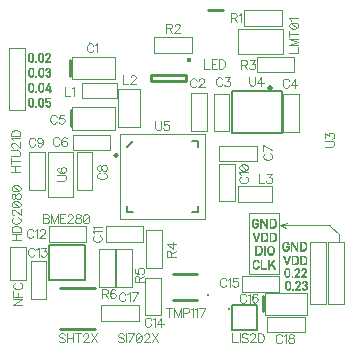
<source format=gbr>
G04 DipTrace 3.2.0.1*
G04 TopSilk.gbr*
%MOIN*%
G04 #@! TF.FileFunction,Legend,Top*
G04 #@! TF.Part,Single*
%ADD10C,0.009843*%
%ADD13C,0.001969*%
%ADD15C,0.007874*%
%ADD29C,0.005906*%
%ADD31C,0.003937*%
%ADD41C,0.015404*%
%ADD45O,0.019297X0.018904*%
%ADD52C,0.011817*%
%ADD56C,0.007876*%
%ADD114C,0.003281*%
%FSLAX26Y26*%
G04*
G70*
G90*
G75*
G01*
G04 TopSilk*
%LPD*%
X-353180Y336240D2*
D10*
Y387382D1*
X-351999Y168524D2*
Y219665D1*
X287774Y-449980D2*
Y-398839D1*
X104744Y554745D2*
X155886D1*
D41*
X42266Y387544D3*
X33066Y337402D2*
D10*
X-85039D1*
Y317716D1*
X33066D1*
Y337402D1*
X351181Y143701D2*
D29*
X184252D1*
Y284258D1*
X351181D1*
Y143701D1*
D45*
X311218Y295272D3*
X-200441Y74809D2*
D10*
G03X-198693Y74413I-95J-4462D01*
G01*
X-163624Y-118513D2*
D15*
Y-98813D1*
Y-118513D2*
X-143950D1*
X52970D2*
X72674D1*
Y-98813D1*
Y98025D2*
Y117726D1*
X52970D2*
X72674D1*
X-163624Y98025D2*
X-143950Y117726D1*
X-187274Y-142126D2*
D31*
X96295D1*
X-187274Y141339D2*
X96295D1*
Y-142126D2*
Y141339D1*
X-187274Y-142126D2*
Y141339D1*
X-423425Y-227756D2*
D29*
X-305315D1*
Y-345866D1*
X-423425D1*
Y-227756D1*
D52*
X105312Y-395275D3*
X68891Y-326378D2*
D10*
X-9846D1*
X68891Y-412992D2*
X-9846D1*
X-272440Y-373228D2*
X-386615D1*
X-272440Y-507087D2*
X-386615D1*
X186023Y-428937D2*
D29*
X270669D1*
Y-513583D1*
X186023D1*
Y-428937D1*
D56*
X176772Y-441338D3*
X-346072Y231102D2*
D31*
X-202756D1*
Y155906D1*
X-346072D1*
Y231102D1*
X-192913Y289764D2*
X-122047D1*
Y163386D1*
X-192913D1*
Y289764D1*
X-346860Y398819D2*
X-203543D1*
Y325984D1*
X-346860D1*
Y398819D1*
X-426378Y82283D2*
X-342913D1*
Y-67323D1*
X-426378D1*
Y82283D1*
X-557480Y426772D2*
X-503150D1*
Y219685D1*
X-557480D1*
Y426772D1*
X-489768Y80123D2*
X-437602D1*
Y-44886D1*
X-489768D1*
Y80123D1*
X-425009Y-166535D2*
X-300000D1*
Y-218701D1*
X-425009D1*
Y-166535D1*
X-332287Y80911D2*
X-280122D1*
Y-44098D1*
X-332287D1*
Y80911D1*
X-344694Y138976D2*
X-219685D1*
Y86811D1*
X-344694D1*
Y138976D1*
X-73434Y463387D2*
X51575D1*
Y411222D1*
X-73434D1*
Y463387D1*
X226566Y554724D2*
X351575D1*
Y502559D1*
X226566D1*
Y554724D1*
X124406Y275005D2*
X176571D1*
Y149996D1*
X124406D1*
Y275005D1*
X204715Y491339D2*
X357087D1*
Y408661D1*
X204715D1*
Y491339D1*
X49602Y276580D2*
X101768D1*
Y151571D1*
X49602D1*
Y276580D1*
X357476Y273037D2*
X409642D1*
Y148028D1*
X357476D1*
Y273037D1*
X217904Y-332282D2*
X342913D1*
Y-384448D1*
X217904D1*
Y-332282D1*
X297432Y-388976D2*
X435433D1*
Y-461024D1*
X297432D1*
Y-388976D1*
X242913Y-122441D2*
X343307D1*
Y-325591D1*
X242913D1*
Y-122441D1*
X345276Y-163386D2*
X511417D1*
X542520Y-193701D2*
Y-213780D1*
X512598Y-163780D2*
X542520Y-193307D1*
X346850Y-162205D2*
X368898Y-153937D1*
X346063Y-163386D2*
X367323Y-171654D1*
X-485831Y-283262D2*
X-433665D1*
Y-408272D1*
X-485831D1*
Y-283262D1*
X-234852Y-164961D2*
X-109843D1*
Y-217126D1*
X-234852D1*
Y-164961D1*
X-257486Y-242318D2*
X-205320D1*
Y-367327D1*
X-257486D1*
Y-242318D1*
X304125Y-468109D2*
X429134D1*
Y-520274D1*
X304125D1*
Y-468109D1*
X-104335Y-337987D2*
X-52169D1*
Y-462996D1*
X-104335D1*
Y-337987D1*
X-199218Y-243105D2*
X-147052D1*
Y-368114D1*
X-199218D1*
Y-243105D1*
X-249419Y-428346D2*
X-124409D1*
Y-480512D1*
X-249419D1*
Y-428346D1*
X-101185Y-178932D2*
X-49020D1*
Y-303941D1*
X-101185D1*
Y-178932D1*
X-314961Y312205D2*
X-198819D1*
Y260039D1*
X-314961D1*
Y312205D1*
X505512Y-218504D2*
X559843D1*
Y-425591D1*
X505512D1*
Y-218504D1*
X444488Y-218110D2*
X498819D1*
Y-425197D1*
X444488D1*
Y-218110D1*
X-555512Y-235039D2*
X-501181D1*
Y-346850D1*
X-555512D1*
Y-235039D1*
X207274Y-32677D2*
X320472D1*
Y-84448D1*
X207274D1*
Y-32677D1*
X143303Y41541D2*
X195469D1*
Y-83469D1*
X143303D1*
Y41541D1*
X143101Y102757D2*
X268110D1*
Y50592D1*
X143101D1*
Y102757D1*
X268692Y399606D2*
X393701D1*
Y347441D1*
X268692D1*
Y399606D1*
X-487444Y362247D2*
D13*
X-481538D1*
X-453979D2*
X-448073D1*
X-431341D2*
X-425436D1*
X-488878Y361262D2*
X-480103D1*
X-455414D2*
X-446639D1*
X-432742D2*
X-424001D1*
X-490107Y360278D2*
X-478875D1*
X-456642D2*
X-445410D1*
X-433879D2*
X-422772D1*
X-491070Y359294D2*
X-488386D1*
X-480595D2*
X-477911D1*
X-457606D2*
X-454922D1*
X-447131D2*
X-444447D1*
X-434732D2*
X-431337D1*
X-425785D2*
X-421809D1*
X-491826Y358310D2*
X-489206D1*
X-479775D2*
X-477155D1*
X-458362D2*
X-455742D1*
X-446311D2*
X-443691D1*
X-435364D2*
X-432284D1*
X-424508D2*
X-421053D1*
X-492141Y357325D2*
X-489791D1*
X-479191D2*
X-476878D1*
X-458676D2*
X-456326D1*
X-445726D2*
X-443414D1*
X-435805D2*
X-433116D1*
X-423613D2*
X-420776D1*
X-492417Y356341D2*
X-490123D1*
X-478859D2*
X-476728D1*
X-458952D2*
X-456658D1*
X-445394D2*
X-443264D1*
X-436074D2*
X-433764D1*
X-422942D2*
X-420626D1*
X-492721Y355357D2*
X-490283D1*
X-478698D2*
X-476660D1*
X-459256D2*
X-456819D1*
X-445234D2*
X-443196D1*
X-436262D2*
X-434294D1*
X-422710D2*
X-420558D1*
X-493001Y354373D2*
X-490353D1*
X-478629D2*
X-476633D1*
X-459536D2*
X-456888D1*
X-445164D2*
X-443168D1*
X-422620D2*
X-420534D1*
X-493183Y353388D2*
X-490380D1*
X-478601D2*
X-476622D1*
X-459718D2*
X-456916D1*
X-445137D2*
X-443158D1*
X-422641D2*
X-420562D1*
X-493278Y352404D2*
X-490391D1*
X-478591D2*
X-476619D1*
X-459813D2*
X-456926D1*
X-445126D2*
X-443154D1*
X-423065D2*
X-420723D1*
X-493321Y351420D2*
X-490394D1*
X-478587D2*
X-476617D1*
X-459856D2*
X-456930D1*
X-445123D2*
X-443153D1*
X-424312D2*
X-421121D1*
X-493339Y350436D2*
X-490396D1*
X-478586D2*
X-476617D1*
X-459874D2*
X-456931D1*
X-445121D2*
X-443152D1*
X-425948D2*
X-421771D1*
X-493345Y349451D2*
X-490396D1*
X-478586D2*
X-476617D1*
X-459881D2*
X-456932D1*
X-445121D2*
X-443152D1*
X-427493D2*
X-422587D1*
X-493348Y348467D2*
X-490396D1*
X-478585D2*
X-476617D1*
X-459883D2*
X-456932D1*
X-445121D2*
X-443152D1*
X-428568D2*
X-423467D1*
X-493349Y347483D2*
X-490396D1*
X-478585D2*
X-476617D1*
X-459884D2*
X-456932D1*
X-445121D2*
X-443152D1*
X-429373D2*
X-422520D1*
X-493349Y346499D2*
X-490396D1*
X-478585D2*
X-476617D1*
X-459884D2*
X-456932D1*
X-445121D2*
X-443152D1*
X-426730D2*
X-421666D1*
X-493349Y345514D2*
X-490396D1*
X-478585D2*
X-476617D1*
X-459884D2*
X-456932D1*
X-445121D2*
X-443152D1*
X-424770D2*
X-420956D1*
X-493349Y344530D2*
X-490396D1*
X-478585D2*
X-476617D1*
X-459885D2*
X-456932D1*
X-445121D2*
X-443152D1*
X-423346D2*
X-420388D1*
X-493345Y343546D2*
X-490396D1*
X-478585D2*
X-476617D1*
X-459881D2*
X-456932D1*
X-445121D2*
X-443152D1*
X-422895D2*
X-419975D1*
X-493311Y342562D2*
X-490396D1*
X-478585D2*
X-476617D1*
X-459846D2*
X-456932D1*
X-445121D2*
X-443152D1*
X-422655D2*
X-419734D1*
X-493185Y341577D2*
X-490396D1*
X-478585D2*
X-476617D1*
X-459721D2*
X-456932D1*
X-445121D2*
X-443152D1*
X-422550D2*
X-419619D1*
X-492949Y340593D2*
X-490392D1*
X-478589D2*
X-476617D1*
X-459485D2*
X-456928D1*
X-445125D2*
X-443152D1*
X-422511D2*
X-419602D1*
X-492693Y339609D2*
X-490354D1*
X-478628D2*
X-476621D1*
X-459229D2*
X-456889D1*
X-445163D2*
X-443156D1*
X-437247D2*
X-434294D1*
X-422538D2*
X-419710D1*
X-492483Y338625D2*
X-490262D1*
X-478720D2*
X-476659D1*
X-459019D2*
X-456797D1*
X-445255D2*
X-443195D1*
X-436869D2*
X-434148D1*
X-422634D2*
X-419973D1*
X-492228Y337640D2*
X-489775D1*
X-479206D2*
X-476823D1*
X-458763D2*
X-456311D1*
X-445742D2*
X-443358D1*
X-436411D2*
X-433570D1*
X-423208D2*
X-420355D1*
X-491783Y336656D2*
X-487854D1*
X-481128D2*
X-477226D1*
X-458318D2*
X-454390D1*
X-447663D2*
X-443762D1*
X-435821D2*
X-431542D1*
X-425236D2*
X-420838D1*
X-491076Y335672D2*
X-484631D1*
X-484350D2*
X-477916D1*
X-468743D2*
X-466774D1*
X-457612D2*
X-451167D1*
X-450886D2*
X-444451D1*
X-435035D2*
X-428359D1*
X-428418D2*
X-421509D1*
X-490094Y334688D2*
X-478891D1*
X-469201D2*
X-466774D1*
X-456629D2*
X-445427D1*
X-434016D2*
X-422515D1*
X-488843Y333703D2*
X-480140D1*
X-469505D2*
X-466774D1*
X-455378D2*
X-446676D1*
X-432749D2*
X-423889D1*
X-487444Y332719D2*
X-481538D1*
X-469727D2*
X-466774D1*
X-453979D2*
X-448073D1*
X-431341D2*
X-425436D1*
X258816Y-141297D2*
X266690D1*
X280470D2*
X283423D1*
X300155D2*
X302123D1*
X310982D2*
X324761D1*
X257378Y-142281D2*
X268125D1*
X280470D2*
X283915D1*
X300155D2*
X302123D1*
X310982D2*
X326532D1*
X256115Y-143265D2*
X269357D1*
X280470D2*
X284490D1*
X300155D2*
X302123D1*
X310982D2*
X328054D1*
X255026Y-144249D2*
X259047D1*
X266686D2*
X270355D1*
X280470D2*
X285092D1*
X300155D2*
X302123D1*
X310982D2*
X312950D1*
X324564D2*
X329208D1*
X254142Y-145234D2*
X257617D1*
X267636D2*
X271129D1*
X280470D2*
X285726D1*
X300155D2*
X302123D1*
X310982D2*
X312950D1*
X326089D2*
X329987D1*
X253532Y-146218D2*
X256578D1*
X268494D2*
X271723D1*
X280470D2*
X286387D1*
X300155D2*
X302123D1*
X310982D2*
X312950D1*
X327274D2*
X330514D1*
X253186Y-147202D2*
X255850D1*
X269234D2*
X272148D1*
X280470D2*
X282438D1*
X284255D2*
X287031D1*
X300155D2*
X302123D1*
X310982D2*
X312950D1*
X328144D2*
X330937D1*
X252987Y-148186D2*
X255368D1*
X269926D2*
X272410D1*
X280470D2*
X282438D1*
X284991D2*
X287683D1*
X300155D2*
X302123D1*
X310982D2*
X312950D1*
X328781D2*
X331270D1*
X252791Y-149171D2*
X255099D1*
X270627D2*
X272596D1*
X280470D2*
X282438D1*
X285686D2*
X288352D1*
X300155D2*
X302123D1*
X310982D2*
X312950D1*
X329221D2*
X331472D1*
X252527Y-150155D2*
X254970D1*
X280470D2*
X282438D1*
X286372D2*
X288998D1*
X300155D2*
X302123D1*
X310982D2*
X312950D1*
X329473D2*
X331575D1*
X252264Y-151139D2*
X254914D1*
X280470D2*
X282438D1*
X287026D2*
X289651D1*
X300155D2*
X302123D1*
X310982D2*
X312950D1*
X329595D2*
X331621D1*
X252089Y-152123D2*
X254892D1*
X280470D2*
X282438D1*
X287681D2*
X290316D1*
X300155D2*
X302123D1*
X310982D2*
X312950D1*
X329649D2*
X331640D1*
X251996Y-153108D2*
X254884D1*
X280470D2*
X282438D1*
X288351D2*
X290932D1*
X300155D2*
X302123D1*
X310982D2*
X312950D1*
X329670D2*
X331647D1*
X251954Y-154092D2*
X254881D1*
X280470D2*
X282438D1*
X288998D2*
X291494D1*
X300155D2*
X302123D1*
X310982D2*
X312950D1*
X329678D2*
X331650D1*
X251937Y-155076D2*
X254880D1*
X280470D2*
X282438D1*
X289651D2*
X292049D1*
X300155D2*
X302123D1*
X310982D2*
X312950D1*
X329681D2*
X331650D1*
X251930Y-156060D2*
X254879D1*
X263738D2*
X273580D1*
X280470D2*
X282438D1*
X290316D2*
X292648D1*
X300155D2*
X302123D1*
X310982D2*
X312950D1*
X329682D2*
X331651D1*
X251928Y-157045D2*
X254879D1*
X263738D2*
X273580D1*
X280470D2*
X282438D1*
X290932D2*
X293291D1*
X300155D2*
X302123D1*
X310982D2*
X312950D1*
X329682D2*
X331651D1*
X251931Y-158029D2*
X254879D1*
X263738D2*
X273580D1*
X280470D2*
X282438D1*
X291494D2*
X293926D1*
X300155D2*
X302123D1*
X310982D2*
X312950D1*
X329682D2*
X331651D1*
X251965Y-159013D2*
X254879D1*
X270627D2*
X273576D1*
X280470D2*
X282438D1*
X292049D2*
X294575D1*
X300155D2*
X302123D1*
X310982D2*
X312950D1*
X329682D2*
X331651D1*
X252090Y-159997D2*
X254879D1*
X270627D2*
X273542D1*
X280470D2*
X282438D1*
X292648D2*
X295242D1*
X300155D2*
X302123D1*
X310982D2*
X312950D1*
X329679D2*
X331651D1*
X252326Y-160982D2*
X254883D1*
X270623D2*
X273416D1*
X280470D2*
X282438D1*
X293291D2*
X295888D1*
X300155D2*
X302123D1*
X310982D2*
X312950D1*
X329644D2*
X331647D1*
X252578Y-161966D2*
X254918D1*
X270589D2*
X273180D1*
X280470D2*
X282438D1*
X293926D2*
X296541D1*
X300151D2*
X302123D1*
X310982D2*
X312950D1*
X329515D2*
X331612D1*
X252754Y-162950D2*
X255047D1*
X270460D2*
X272924D1*
X280470D2*
X282438D1*
X294575D2*
X297209D1*
X300114D2*
X302123D1*
X310982D2*
X312950D1*
X329241D2*
X331487D1*
X252880Y-163934D2*
X255325D1*
X270182D2*
X272714D1*
X280470D2*
X282438D1*
X295242D2*
X297851D1*
X299961D2*
X302123D1*
X310982D2*
X312950D1*
X328820D2*
X331247D1*
X253051Y-164919D2*
X255807D1*
X269700D2*
X272463D1*
X280470D2*
X282438D1*
X295888D2*
X298496D1*
X299625D2*
X302123D1*
X310982D2*
X312950D1*
X328300D2*
X330957D1*
X253346Y-165903D2*
X256489D1*
X269018D2*
X272052D1*
X280470D2*
X282438D1*
X296541D2*
X302123D1*
X310982D2*
X312950D1*
X327254D2*
X330617D1*
X253808Y-166887D2*
X258928D1*
X266578D2*
X271470D1*
X280470D2*
X282438D1*
X297210D2*
X302123D1*
X310982D2*
X312950D1*
X324016D2*
X330088D1*
X254545Y-167871D2*
X262832D1*
X262675D2*
X270712D1*
X280470D2*
X282438D1*
X297860D2*
X302123D1*
X310982D2*
X312950D1*
X318679D2*
X329231D1*
X255684Y-168856D2*
X269653D1*
X280470D2*
X282438D1*
X298545D2*
X302123D1*
X310982D2*
X327994D1*
X257173Y-169840D2*
X268254D1*
X280470D2*
X282438D1*
X299324D2*
X302123D1*
X310982D2*
X326445D1*
X258816Y-170824D2*
X266690D1*
X280470D2*
X282438D1*
X300155D2*
X302123D1*
X310982D2*
X324761D1*
X254289Y-187360D2*
X256257D1*
X274958D2*
X276927D1*
X282832D2*
X296612D1*
X311375D2*
X325155D1*
X254629Y-188344D2*
X256864D1*
X274618D2*
X276774D1*
X282832D2*
X298383D1*
X311375D2*
X326926D1*
X254957Y-189328D2*
X257394D1*
X274290D2*
X276527D1*
X282832D2*
X299904D1*
X311375D2*
X328448D1*
X255272Y-190312D2*
X257827D1*
X273978D2*
X276237D1*
X282832D2*
X284801D1*
X296414D2*
X301058D1*
X311375D2*
X313344D1*
X324958D2*
X329601D1*
X255639Y-191297D2*
X258188D1*
X273642D2*
X275939D1*
X282832D2*
X284801D1*
X297940D2*
X301837D1*
X311375D2*
X313344D1*
X326483D2*
X330380D1*
X256060Y-192281D2*
X258545D1*
X273312D2*
X275608D1*
X282832D2*
X284801D1*
X299124D2*
X302364D1*
X311375D2*
X313344D1*
X327667D2*
X330907D1*
X256489Y-193265D2*
X258883D1*
X272997D2*
X275279D1*
X282832D2*
X284801D1*
X299994D2*
X302788D1*
X311375D2*
X313344D1*
X328537D2*
X331331D1*
X256875Y-194249D2*
X259201D1*
X272659D2*
X274965D1*
X282832D2*
X284801D1*
X300631D2*
X303120D1*
X311375D2*
X313344D1*
X329175D2*
X331663D1*
X257216Y-195234D2*
X259540D1*
X272328D2*
X274628D1*
X282832D2*
X284801D1*
X301072D2*
X303323D1*
X311375D2*
X313344D1*
X329615D2*
X331866D1*
X257565Y-196218D2*
X259871D1*
X272013D2*
X274296D1*
X282832D2*
X284801D1*
X301323D2*
X303426D1*
X311375D2*
X313344D1*
X329866D2*
X331969D1*
X257900Y-197202D2*
X260187D1*
X271675D2*
X273981D1*
X282832D2*
X284801D1*
X301446D2*
X303472D1*
X311375D2*
X313344D1*
X329989D2*
X332015D1*
X258217Y-198186D2*
X260524D1*
X271344D2*
X273643D1*
X282832D2*
X284801D1*
X301499D2*
X303490D1*
X311375D2*
X313344D1*
X330042D2*
X332034D1*
X258556Y-199171D2*
X260856D1*
X271029D2*
X273312D1*
X282832D2*
X284801D1*
X301520D2*
X303497D1*
X311375D2*
X313344D1*
X330064D2*
X332041D1*
X258887Y-200155D2*
X261171D1*
X270691D2*
X272993D1*
X282832D2*
X284801D1*
X301528D2*
X303500D1*
X311375D2*
X313344D1*
X330072D2*
X332043D1*
X259202Y-201139D2*
X261509D1*
X270360D2*
X272625D1*
X282832D2*
X284801D1*
X301531D2*
X303501D1*
X311375D2*
X313344D1*
X330075D2*
X332044D1*
X259540Y-202123D2*
X261840D1*
X270044D2*
X272203D1*
X282832D2*
X284801D1*
X301532D2*
X303501D1*
X311375D2*
X313344D1*
X330076D2*
X332044D1*
X259871Y-203108D2*
X262155D1*
X269706D2*
X271773D1*
X282832D2*
X284801D1*
X301533D2*
X303501D1*
X311375D2*
X313344D1*
X330076D2*
X332045D1*
X260187Y-204092D2*
X262493D1*
X269375D2*
X271388D1*
X282832D2*
X284801D1*
X301533D2*
X303501D1*
X311375D2*
X313344D1*
X330076D2*
X332045D1*
X260524Y-205076D2*
X262824D1*
X269060D2*
X271047D1*
X282832D2*
X284801D1*
X301533D2*
X303501D1*
X311375D2*
X313344D1*
X330076D2*
X332045D1*
X260856Y-206060D2*
X263139D1*
X268722D2*
X270698D1*
X282832D2*
X284801D1*
X301529D2*
X303501D1*
X311375D2*
X313344D1*
X330072D2*
X332045D1*
X261171Y-207045D2*
X263477D1*
X268391D2*
X270362D1*
X282832D2*
X284801D1*
X301494D2*
X303497D1*
X311375D2*
X313344D1*
X330038D2*
X332041D1*
X261509Y-208029D2*
X263808D1*
X268076D2*
X270045D1*
X282832D2*
X284801D1*
X301365D2*
X303463D1*
X311375D2*
X313344D1*
X329908D2*
X332006D1*
X261840Y-209013D2*
X264128D1*
X267738D2*
X269707D1*
X282832D2*
X284801D1*
X301091D2*
X303337D1*
X311375D2*
X313344D1*
X329634D2*
X331881D1*
X262155Y-209997D2*
X264499D1*
X267404D2*
X269375D1*
X282832D2*
X284801D1*
X300671D2*
X303098D1*
X311375D2*
X313344D1*
X329214D2*
X331641D1*
X262493Y-210982D2*
X264950D1*
X267061D2*
X269060D1*
X282832D2*
X284801D1*
X300150D2*
X302807D1*
X311375D2*
X313344D1*
X328694D2*
X331350D1*
X262824Y-211966D2*
X265492D1*
X266621D2*
X268722D1*
X282832D2*
X284801D1*
X299104D2*
X302468D1*
X311375D2*
X313344D1*
X327647D2*
X331011D1*
X263143Y-212950D2*
X268391D1*
X282832D2*
X284801D1*
X295866D2*
X301938D1*
X311375D2*
X313344D1*
X324410D2*
X330482D1*
X263515Y-213934D2*
X268075D1*
X282832D2*
X284801D1*
X290530D2*
X301081D1*
X311375D2*
X313344D1*
X319073D2*
X329624D1*
X263966Y-214919D2*
X267733D1*
X282832D2*
X299844D1*
X311375D2*
X328388D1*
X264508Y-215903D2*
X267394D1*
X282832D2*
X298296D1*
X311375D2*
X326839D1*
X265115Y-216887D2*
X267084D1*
X282832D2*
X296612D1*
X311375D2*
X325155D1*
X262163Y-278150D2*
X268068D1*
X281848D2*
X283816D1*
X306454D2*
X308423D1*
X324171D2*
X327123D1*
X260274Y-279134D2*
X269806D1*
X281848D2*
X283816D1*
X306454D2*
X308423D1*
X323641D2*
X326593D1*
X258759Y-280118D2*
X271240D1*
X281848D2*
X283816D1*
X306454D2*
X308423D1*
X322943D2*
X325896D1*
X257618Y-281102D2*
X261178D1*
X267871D2*
X272314D1*
X281848D2*
X283816D1*
X306454D2*
X308423D1*
X322136D2*
X325089D1*
X256781Y-282087D2*
X260198D1*
X269396D2*
X273167D1*
X281848D2*
X283816D1*
X306454D2*
X308423D1*
X321341D2*
X324294D1*
X256161Y-283071D2*
X259252D1*
X270584D2*
X273885D1*
X281848D2*
X283816D1*
X306454D2*
X308423D1*
X320618D2*
X323571D1*
X255725Y-284055D2*
X258432D1*
X271484D2*
X274409D1*
X281848D2*
X283816D1*
X306454D2*
X308423D1*
X319896D2*
X322849D1*
X255442Y-285039D2*
X257847D1*
X272247D2*
X274731D1*
X281848D2*
X283816D1*
X306454D2*
X308423D1*
X319091D2*
X322040D1*
X255196Y-286024D2*
X257515D1*
X272990D2*
X274958D1*
X281848D2*
X283816D1*
X306454D2*
X308423D1*
X318234D2*
X321152D1*
X254907Y-287008D2*
X257354D1*
X281848D2*
X283816D1*
X306454D2*
X308423D1*
X317417D2*
X320252D1*
X254633Y-287992D2*
X257285D1*
X281848D2*
X283816D1*
X306454D2*
X308423D1*
X316686D2*
X319484D1*
X254454Y-288976D2*
X257257D1*
X281848D2*
X283816D1*
X306454D2*
X308423D1*
X315961D2*
X318896D1*
X254360Y-289961D2*
X257247D1*
X281848D2*
X283816D1*
X306454D2*
X308423D1*
X315154D2*
X318944D1*
X254317Y-290945D2*
X257243D1*
X281848D2*
X283816D1*
X306454D2*
X308423D1*
X314297D2*
X319223D1*
X254299Y-291929D2*
X257242D1*
X281848D2*
X283816D1*
X306454D2*
X308423D1*
X313480D2*
X319697D1*
X254292Y-292913D2*
X257242D1*
X281848D2*
X283816D1*
X306454D2*
X308426D1*
X312745D2*
X315350D1*
X317125D2*
X320285D1*
X254290Y-293898D2*
X257242D1*
X281848D2*
X283816D1*
X306454D2*
X308464D1*
X311982D2*
X314492D1*
X317831D2*
X320871D1*
X254293Y-294882D2*
X257241D1*
X281848D2*
X283816D1*
X306454D2*
X308616D1*
X311021D2*
X313743D1*
X318435D2*
X321421D1*
X254327Y-295866D2*
X257241D1*
X281848D2*
X283816D1*
X306454D2*
X308952D1*
X309797D2*
X313012D1*
X319007D2*
X321972D1*
X254453Y-296850D2*
X257241D1*
X281848D2*
X283816D1*
X306454D2*
X312199D1*
X319613D2*
X322570D1*
X254688Y-297835D2*
X257245D1*
X281848D2*
X283816D1*
X306454D2*
X311310D1*
X320254D2*
X323208D1*
X254945Y-298819D2*
X257284D1*
X281848D2*
X283816D1*
X306454D2*
X310406D1*
X320859D2*
X323813D1*
X255151Y-299803D2*
X257448D1*
X272990D2*
X274958D1*
X281848D2*
X283816D1*
X306454D2*
X309603D1*
X321418D2*
X324370D1*
X255371Y-300787D2*
X257847D1*
X272342D2*
X274768D1*
X281848D2*
X283816D1*
X306454D2*
X309025D1*
X321971D2*
X324924D1*
X255687Y-301772D2*
X258526D1*
X271624D2*
X274394D1*
X281848D2*
X283816D1*
X306454D2*
X308695D1*
X322569D2*
X325522D1*
X256121Y-302756D2*
X259393D1*
X270780D2*
X273861D1*
X281848D2*
X283816D1*
X306454D2*
X308535D1*
X323208D2*
X326161D1*
X256706Y-303740D2*
X261537D1*
X268665D2*
X273234D1*
X281848D2*
X283816D1*
X306454D2*
X308466D1*
X323813D2*
X326765D1*
X257527Y-304724D2*
X264889D1*
X265330D2*
X272408D1*
X281848D2*
X283816D1*
X306454D2*
X308438D1*
X324370D2*
X327322D1*
X258697Y-305709D2*
X271227D1*
X281848D2*
X300549D1*
X306454D2*
X308428D1*
X324918D2*
X327870D1*
X260301Y-306693D2*
X269721D1*
X281848D2*
X300549D1*
X306454D2*
X308424D1*
X325505D2*
X328458D1*
X262163Y-307677D2*
X268068D1*
X281848D2*
X300549D1*
X306454D2*
X308423D1*
X326139D2*
X329092D1*
X360391Y-218068D2*
X368265D1*
X382045D2*
X384997D1*
X401730D2*
X403698D1*
X412556D2*
X426336D1*
X358952Y-219052D2*
X369700D1*
X382045D2*
X385490D1*
X401730D2*
X403698D1*
X412556D2*
X428107D1*
X357689Y-220037D2*
X370932D1*
X382045D2*
X386065D1*
X401730D2*
X403698D1*
X412556D2*
X429629D1*
X356601Y-221021D2*
X360622D1*
X368261D2*
X371930D1*
X382045D2*
X386667D1*
X401730D2*
X403698D1*
X412556D2*
X414525D1*
X426139D2*
X430782D1*
X355717Y-222005D2*
X359192D1*
X369211D2*
X372704D1*
X382045D2*
X387300D1*
X401730D2*
X403698D1*
X412556D2*
X414525D1*
X427664D2*
X431562D1*
X355106Y-222990D2*
X358153D1*
X370069D2*
X373298D1*
X382045D2*
X387962D1*
X401730D2*
X403698D1*
X412556D2*
X414525D1*
X428849D2*
X432088D1*
X354761Y-223974D2*
X357425D1*
X370809D2*
X373723D1*
X382045D2*
X384013D1*
X385830D2*
X388606D1*
X401730D2*
X403698D1*
X412556D2*
X414525D1*
X429718D2*
X432512D1*
X354562Y-224958D2*
X356943D1*
X371501D2*
X373985D1*
X382045D2*
X384013D1*
X386566D2*
X389258D1*
X401730D2*
X403698D1*
X412556D2*
X414525D1*
X430356D2*
X432844D1*
X354366Y-225942D2*
X356674D1*
X372202D2*
X374171D1*
X382045D2*
X384013D1*
X387261D2*
X389926D1*
X401730D2*
X403698D1*
X412556D2*
X414525D1*
X430796D2*
X433047D1*
X354102Y-226927D2*
X356545D1*
X382045D2*
X384013D1*
X387947D2*
X390573D1*
X401730D2*
X403698D1*
X412556D2*
X414525D1*
X431047D2*
X433150D1*
X353839Y-227911D2*
X356489D1*
X382045D2*
X384013D1*
X388600D2*
X391226D1*
X401730D2*
X403698D1*
X412556D2*
X414525D1*
X431170D2*
X433196D1*
X353664Y-228895D2*
X356467D1*
X382045D2*
X384013D1*
X389256D2*
X391891D1*
X401730D2*
X403698D1*
X412556D2*
X414525D1*
X431223D2*
X433215D1*
X353571Y-229879D2*
X356459D1*
X382045D2*
X384013D1*
X389926D2*
X392507D1*
X401730D2*
X403698D1*
X412556D2*
X414525D1*
X431245D2*
X433222D1*
X353529Y-230864D2*
X356456D1*
X382045D2*
X384013D1*
X390572D2*
X393069D1*
X401730D2*
X403698D1*
X412556D2*
X414525D1*
X431253D2*
X433224D1*
X353512Y-231848D2*
X356455D1*
X382045D2*
X384013D1*
X391226D2*
X393624D1*
X401730D2*
X403698D1*
X412556D2*
X414525D1*
X431256D2*
X433225D1*
X353505Y-232832D2*
X356454D1*
X365312D2*
X375155D1*
X382045D2*
X384013D1*
X391891D2*
X394223D1*
X401730D2*
X403698D1*
X412556D2*
X414525D1*
X431257D2*
X433226D1*
X353503Y-233816D2*
X356454D1*
X365312D2*
X375155D1*
X382045D2*
X384013D1*
X392507D2*
X394866D1*
X401730D2*
X403698D1*
X412556D2*
X414525D1*
X431257D2*
X433226D1*
X353506Y-234801D2*
X356454D1*
X365312D2*
X375155D1*
X382045D2*
X384013D1*
X393069D2*
X395501D1*
X401730D2*
X403698D1*
X412556D2*
X414525D1*
X431257D2*
X433226D1*
X353540Y-235785D2*
X356454D1*
X372202D2*
X375151D1*
X382045D2*
X384013D1*
X393624D2*
X396149D1*
X401730D2*
X403698D1*
X412556D2*
X414525D1*
X431257D2*
X433226D1*
X353665Y-236769D2*
X356454D1*
X372202D2*
X375116D1*
X382045D2*
X384013D1*
X394223D2*
X396817D1*
X401730D2*
X403698D1*
X412556D2*
X414525D1*
X431253D2*
X433226D1*
X353901Y-237753D2*
X356458D1*
X372198D2*
X374991D1*
X382045D2*
X384013D1*
X394866D2*
X397463D1*
X401730D2*
X403698D1*
X412556D2*
X414525D1*
X431219D2*
X433222D1*
X354153Y-238738D2*
X356493D1*
X372164D2*
X374755D1*
X382045D2*
X384013D1*
X395501D2*
X398116D1*
X401726D2*
X403698D1*
X412556D2*
X414525D1*
X431089D2*
X433187D1*
X354329Y-239722D2*
X356622D1*
X372034D2*
X374499D1*
X382045D2*
X384013D1*
X396149D2*
X398784D1*
X401688D2*
X403698D1*
X412556D2*
X414525D1*
X430815D2*
X433062D1*
X354455Y-240706D2*
X356900D1*
X371756D2*
X374289D1*
X382045D2*
X384013D1*
X396817D2*
X399426D1*
X401536D2*
X403698D1*
X412556D2*
X414525D1*
X430395D2*
X432822D1*
X354626Y-241690D2*
X357381D1*
X371275D2*
X374038D1*
X382045D2*
X384013D1*
X397463D2*
X400071D1*
X401200D2*
X403698D1*
X412556D2*
X414525D1*
X429875D2*
X432531D1*
X354921Y-242675D2*
X358064D1*
X370593D2*
X373627D1*
X382045D2*
X384013D1*
X398116D2*
X403698D1*
X412556D2*
X414525D1*
X428828D2*
X432192D1*
X355382Y-243659D2*
X360503D1*
X368153D2*
X373045D1*
X382045D2*
X384013D1*
X398784D2*
X403698D1*
X412556D2*
X414525D1*
X425591D2*
X431663D1*
X356120Y-244643D2*
X364406D1*
X364250D2*
X372287D1*
X382045D2*
X384013D1*
X399435D2*
X403698D1*
X412556D2*
X414525D1*
X420254D2*
X430805D1*
X357259Y-245627D2*
X371228D1*
X382045D2*
X384013D1*
X400120D2*
X403698D1*
X412556D2*
X429569D1*
X358748Y-246612D2*
X369829D1*
X382045D2*
X384013D1*
X400899D2*
X403698D1*
X412556D2*
X428020D1*
X360391Y-247596D2*
X368265D1*
X382045D2*
X384013D1*
X401730D2*
X403698D1*
X412556D2*
X426336D1*
X356257Y-264131D2*
X358226D1*
X376927D2*
X378895D1*
X384801D2*
X398580D1*
X413344D2*
X427123D1*
X356598Y-265115D2*
X358832D1*
X376586D2*
X378743D1*
X384801D2*
X400351D1*
X413344D2*
X428895D1*
X356925Y-266100D2*
X359363D1*
X376259D2*
X378495D1*
X384801D2*
X401873D1*
X413344D2*
X430416D1*
X357241Y-267084D2*
X359795D1*
X375947D2*
X378206D1*
X384801D2*
X386769D1*
X398383D2*
X403027D1*
X413344D2*
X415312D1*
X426926D2*
X431570D1*
X357608Y-268068D2*
X360156D1*
X375611D2*
X377908D1*
X384801D2*
X386769D1*
X399908D2*
X403806D1*
X413344D2*
X415312D1*
X428451D2*
X432349D1*
X358029Y-269052D2*
X360513D1*
X375280D2*
X377577D1*
X384801D2*
X386769D1*
X401093D2*
X404333D1*
X413344D2*
X415312D1*
X429636D2*
X432876D1*
X358458Y-270037D2*
X360852D1*
X374965D2*
X377248D1*
X384801D2*
X386769D1*
X401963D2*
X404756D1*
X413344D2*
X415312D1*
X430506D2*
X433300D1*
X358843Y-271021D2*
X361170D1*
X374628D2*
X376934D1*
X384801D2*
X386769D1*
X402600D2*
X405088D1*
X413344D2*
X415312D1*
X431143D2*
X433632D1*
X359184Y-272005D2*
X361508D1*
X374296D2*
X376596D1*
X384801D2*
X386769D1*
X403040D2*
X405291D1*
X413344D2*
X415312D1*
X431584D2*
X433835D1*
X359533Y-272990D2*
X361840D1*
X373981D2*
X376265D1*
X384801D2*
X386769D1*
X403292D2*
X405394D1*
X413344D2*
X415312D1*
X431835D2*
X433938D1*
X359869Y-273974D2*
X362155D1*
X373643D2*
X375950D1*
X384801D2*
X386769D1*
X403414D2*
X405440D1*
X413344D2*
X415312D1*
X431957D2*
X433983D1*
X360186Y-274958D2*
X362493D1*
X373312D2*
X375612D1*
X384801D2*
X386769D1*
X403467D2*
X405459D1*
X413344D2*
X415312D1*
X432011D2*
X434002D1*
X360524Y-275942D2*
X362824D1*
X372997D2*
X375281D1*
X384801D2*
X386769D1*
X403489D2*
X405466D1*
X413344D2*
X415312D1*
X432032D2*
X434009D1*
X360856Y-276927D2*
X363139D1*
X372659D2*
X374962D1*
X384801D2*
X386769D1*
X403497D2*
X405468D1*
X413344D2*
X415312D1*
X432040D2*
X434012D1*
X361171Y-277911D2*
X363477D1*
X372328D2*
X374593D1*
X384801D2*
X386769D1*
X403500D2*
X405469D1*
X413344D2*
X415312D1*
X432043D2*
X434013D1*
X361509Y-278895D2*
X363808D1*
X372013D2*
X374171D1*
X384801D2*
X386769D1*
X403501D2*
X405470D1*
X413344D2*
X415312D1*
X432044D2*
X434013D1*
X361840Y-279879D2*
X364124D1*
X371675D2*
X373742D1*
X384801D2*
X386769D1*
X403501D2*
X405470D1*
X413344D2*
X415312D1*
X432044D2*
X434013D1*
X362155Y-280864D2*
X364462D1*
X371344D2*
X373357D1*
X384801D2*
X386769D1*
X403501D2*
X405470D1*
X413344D2*
X415312D1*
X432045D2*
X434013D1*
X362493Y-281848D2*
X364793D1*
X371029D2*
X373015D1*
X384801D2*
X386769D1*
X403501D2*
X405470D1*
X413344D2*
X415312D1*
X432045D2*
X434013D1*
X362824Y-282832D2*
X365108D1*
X370691D2*
X372666D1*
X384801D2*
X386769D1*
X403497D2*
X405470D1*
X413344D2*
X415312D1*
X432041D2*
X434013D1*
X363139Y-283816D2*
X365446D1*
X370360D2*
X372331D1*
X384801D2*
X386769D1*
X403463D2*
X405466D1*
X413344D2*
X415312D1*
X432006D2*
X434009D1*
X363477Y-284801D2*
X365777D1*
X370044D2*
X372014D1*
X384801D2*
X386769D1*
X403334D2*
X405431D1*
X413344D2*
X415312D1*
X431877D2*
X433975D1*
X363808Y-285785D2*
X366096D1*
X369706D2*
X371675D1*
X384801D2*
X386769D1*
X403059D2*
X405306D1*
X413344D2*
X415312D1*
X431603D2*
X433849D1*
X364124Y-286769D2*
X366468D1*
X369372D2*
X371344D1*
X384801D2*
X386769D1*
X402639D2*
X405066D1*
X413344D2*
X415312D1*
X431183D2*
X433610D1*
X364462Y-287753D2*
X366919D1*
X369030D2*
X371029D1*
X384801D2*
X386769D1*
X402119D2*
X404776D1*
X413344D2*
X415312D1*
X430662D2*
X433319D1*
X364793Y-288738D2*
X367461D1*
X368590D2*
X370691D1*
X384801D2*
X386769D1*
X401073D2*
X404436D1*
X413344D2*
X415312D1*
X429616D2*
X432979D1*
X365112Y-289722D2*
X370360D1*
X384801D2*
X386769D1*
X397835D2*
X403907D1*
X413344D2*
X415312D1*
X426378D2*
X432450D1*
X365483Y-290706D2*
X370044D1*
X384801D2*
X386769D1*
X392498D2*
X403049D1*
X413344D2*
X415312D1*
X421041D2*
X431593D1*
X365935Y-291690D2*
X369701D1*
X384801D2*
X401813D1*
X413344D2*
X430356D1*
X366476Y-292675D2*
X369362D1*
X384801D2*
X400264D1*
X413344D2*
X428807D1*
X367084Y-293659D2*
X369052D1*
X384801D2*
X398580D1*
X413344D2*
X427123D1*
X366493Y-305864D2*
X372399D1*
X398974D2*
X405864D1*
X421612D2*
X428501D1*
X365059Y-306848D2*
X373834D1*
X397573D2*
X407146D1*
X420210D2*
X429784D1*
X363830Y-307832D2*
X375062D1*
X396436D2*
X408134D1*
X419074D2*
X430772D1*
X362867Y-308816D2*
X365551D1*
X373342D2*
X376026D1*
X395583D2*
X398978D1*
X405822D2*
X408878D1*
X418221D2*
X421615D1*
X428460D2*
X431515D1*
X362111Y-309801D2*
X364731D1*
X374162D2*
X376782D1*
X394951D2*
X398031D1*
X406642D2*
X409479D1*
X417589D2*
X420669D1*
X429280D2*
X432117D1*
X361796Y-310785D2*
X364146D1*
X374746D2*
X377059D1*
X394510D2*
X397199D1*
X407226D2*
X409977D1*
X417148D2*
X419836D1*
X429864D2*
X432615D1*
X361520Y-311769D2*
X363814D1*
X375078D2*
X377209D1*
X394241D2*
X396551D1*
X407559D2*
X410323D1*
X416879D2*
X419189D1*
X430196D2*
X432961D1*
X361216Y-312753D2*
X363654D1*
X375239D2*
X377277D1*
X394052D2*
X396021D1*
X407715D2*
X410514D1*
X416690D2*
X418659D1*
X430353D2*
X433152D1*
X360936Y-313738D2*
X363584D1*
X375308D2*
X377304D1*
X407746D2*
X410321D1*
X430384D2*
X432959D1*
X360754Y-314722D2*
X363557D1*
X375336D2*
X377315D1*
X407614D2*
X410068D1*
X430252D2*
X432706D1*
X360659Y-315706D2*
X363546D1*
X375346D2*
X377318D1*
X407259D2*
X409783D1*
X429897D2*
X432421D1*
X360616Y-316690D2*
X363543D1*
X375350D2*
X377320D1*
X406736D2*
X409424D1*
X429374D2*
X432062D1*
X360598Y-317675D2*
X363541D1*
X375351D2*
X377320D1*
X406150D2*
X408969D1*
X428787D2*
X431606D1*
X360592Y-318659D2*
X363541D1*
X375352D2*
X377320D1*
X405491D2*
X408385D1*
X428129D2*
X431023D1*
X360589Y-319643D2*
X363541D1*
X375352D2*
X377320D1*
X404741D2*
X407670D1*
X427379D2*
X430308D1*
X360588Y-320627D2*
X363541D1*
X375352D2*
X377320D1*
X403984D2*
X406928D1*
X426622D2*
X429565D1*
X360588Y-321612D2*
X363541D1*
X375352D2*
X377320D1*
X403281D2*
X406230D1*
X425919D2*
X428868D1*
X360588Y-322596D2*
X363541D1*
X375352D2*
X377320D1*
X402568D2*
X405519D1*
X425205D2*
X428157D1*
X360588Y-323580D2*
X363541D1*
X375352D2*
X377320D1*
X401766D2*
X404718D1*
X424404D2*
X427356D1*
X360592Y-324564D2*
X363541D1*
X375352D2*
X377320D1*
X400910D2*
X403863D1*
X423548D2*
X426500D1*
X360626Y-325549D2*
X363541D1*
X375352D2*
X377320D1*
X400094D2*
X403047D1*
X422732D2*
X425684D1*
X360752Y-326533D2*
X363541D1*
X375352D2*
X377320D1*
X399363D2*
X402316D1*
X422001D2*
X424953D1*
X360988Y-327517D2*
X363545D1*
X375348D2*
X377320D1*
X398642D2*
X401590D1*
X421279D2*
X424228D1*
X361244Y-328501D2*
X363583D1*
X375309D2*
X377316D1*
X397866D2*
X400784D1*
X420504D2*
X423422D1*
X361454Y-329486D2*
X363675D1*
X375217D2*
X377278D1*
X397099D2*
X399931D1*
X419737D2*
X422568D1*
X361709Y-330470D2*
X364162D1*
X374731D2*
X377114D1*
X396397D2*
X399152D1*
X419035D2*
X421790D1*
X362154Y-331454D2*
X366083D1*
X372809D2*
X376711D1*
X395721D2*
X398581D1*
X418358D2*
X421219D1*
X362861Y-332438D2*
X369306D1*
X369587D2*
X376021D1*
X385194D2*
X387163D1*
X395078D2*
X398233D1*
X417716D2*
X420871D1*
X363843Y-333423D2*
X375046D1*
X384736D2*
X387163D1*
X394584D2*
X410785D1*
X417222D2*
X433423D1*
X365094Y-334407D2*
X373797D1*
X384432D2*
X387163D1*
X394274D2*
X410785D1*
X416911D2*
X433423D1*
X366493Y-335391D2*
X372399D1*
X384210D2*
X387163D1*
X394052D2*
X410785D1*
X416690D2*
X433423D1*
X368856Y-348383D2*
X374761D1*
X401336D2*
X408226D1*
X423974D2*
X429879D1*
X367421Y-349367D2*
X376196D1*
X399935D2*
X409508D1*
X422573D2*
X431314D1*
X366192Y-350352D2*
X377424D1*
X398798D2*
X410497D1*
X421436D2*
X432542D1*
X365229Y-351336D2*
X367913D1*
X375704D2*
X378388D1*
X397945D2*
X401340D1*
X408184D2*
X411240D1*
X420583D2*
X423978D1*
X429530D2*
X433506D1*
X364473Y-352320D2*
X367093D1*
X376524D2*
X379144D1*
X397313D2*
X400393D1*
X409004D2*
X411841D1*
X419951D2*
X423031D1*
X430807D2*
X434262D1*
X364158Y-353304D2*
X366509D1*
X377108D2*
X379421D1*
X396872D2*
X399561D1*
X409588D2*
X412339D1*
X419510D2*
X422199D1*
X431702D2*
X434539D1*
X363882Y-354289D2*
X366176D1*
X377440D2*
X379571D1*
X396604D2*
X398913D1*
X409921D2*
X412686D1*
X419241D2*
X421551D1*
X432373D2*
X434689D1*
X363578Y-355273D2*
X366016D1*
X377601D2*
X379639D1*
X396415D2*
X398383D1*
X410078D2*
X412876D1*
X419052D2*
X421021D1*
X432605D2*
X434757D1*
X363299Y-356257D2*
X365946D1*
X377670D2*
X379666D1*
X410108D2*
X412684D1*
X432695D2*
X434781D1*
X363116Y-357241D2*
X365919D1*
X377698D2*
X379677D1*
X409976D2*
X412430D1*
X432674D2*
X434753D1*
X363021Y-358226D2*
X365908D1*
X377708D2*
X379680D1*
X409621D2*
X412145D1*
X432250D2*
X434592D1*
X362978Y-359210D2*
X365905D1*
X377712D2*
X379682D1*
X409098D2*
X411786D1*
X431003D2*
X434194D1*
X362961Y-360194D2*
X365904D1*
X377713D2*
X379682D1*
X408512D2*
X411331D1*
X429367D2*
X433544D1*
X362954Y-361178D2*
X365903D1*
X377714D2*
X379682D1*
X407854D2*
X410747D1*
X427822D2*
X432728D1*
X362951Y-362163D2*
X365903D1*
X377714D2*
X379682D1*
X407103D2*
X410032D1*
X426747D2*
X431848D1*
X362951Y-363147D2*
X365903D1*
X377714D2*
X379682D1*
X406346D2*
X409290D1*
X425942D2*
X432795D1*
X362950Y-364131D2*
X365903D1*
X377714D2*
X379682D1*
X405643D2*
X408593D1*
X428585D2*
X433649D1*
X362950Y-365115D2*
X365903D1*
X377714D2*
X379682D1*
X404930D2*
X407881D1*
X430545D2*
X434359D1*
X362950Y-366100D2*
X365903D1*
X377714D2*
X379682D1*
X404128D2*
X407080D1*
X431969D2*
X434927D1*
X362954Y-367084D2*
X365903D1*
X377714D2*
X379682D1*
X403272D2*
X406225D1*
X432420D2*
X435340D1*
X362989Y-368068D2*
X365903D1*
X377714D2*
X379682D1*
X402456D2*
X405409D1*
X432660D2*
X435581D1*
X363114Y-369052D2*
X365903D1*
X377714D2*
X379682D1*
X401725D2*
X404678D1*
X432765D2*
X435696D1*
X363350Y-370037D2*
X365907D1*
X377710D2*
X379682D1*
X401004D2*
X403953D1*
X432804D2*
X435713D1*
X363606Y-371021D2*
X365945D1*
X377672D2*
X379679D1*
X400228D2*
X403146D1*
X418068D2*
X421021D1*
X432777D2*
X435605D1*
X363816Y-372005D2*
X366037D1*
X377579D2*
X379640D1*
X399462D2*
X402293D1*
X418446D2*
X421167D1*
X432681D2*
X435342D1*
X364071Y-372990D2*
X366524D1*
X377093D2*
X379476D1*
X398759D2*
X401514D1*
X418904D2*
X421745D1*
X432107D2*
X434960D1*
X364516Y-373974D2*
X368445D1*
X375172D2*
X379073D1*
X398083D2*
X400943D1*
X419494D2*
X423773D1*
X430079D2*
X434476D1*
X365223Y-374958D2*
X371668D1*
X371949D2*
X378383D1*
X387556D2*
X389525D1*
X397441D2*
X400595D1*
X420280D2*
X426956D1*
X426897D2*
X433806D1*
X366205Y-375942D2*
X377408D1*
X387098D2*
X389525D1*
X396946D2*
X413147D1*
X421299D2*
X432799D1*
X367457Y-376927D2*
X376159D1*
X386794D2*
X389525D1*
X396636D2*
X413147D1*
X422566D2*
X431426D1*
X368856Y-377911D2*
X374761D1*
X386572D2*
X389525D1*
X396415D2*
X413147D1*
X423974D2*
X429879D1*
X-488231Y411853D2*
X-482325D1*
X-454766D2*
X-448861D1*
X-432129D2*
X-425239D1*
X-489666Y410869D2*
X-480891D1*
X-456201D2*
X-447426D1*
X-433530D2*
X-423956D1*
X-490894Y409885D2*
X-479662D1*
X-457430D2*
X-446198D1*
X-434667D2*
X-422968D1*
X-491858Y408900D2*
X-489174D1*
X-481383D2*
X-478699D1*
X-458393D2*
X-455709D1*
X-447918D2*
X-445234D1*
X-435520D2*
X-432125D1*
X-425280D2*
X-422225D1*
X-492614Y407916D2*
X-489994D1*
X-480563D2*
X-477943D1*
X-459149D2*
X-456529D1*
X-447098D2*
X-444478D1*
X-436151D2*
X-433072D1*
X-424461D2*
X-421624D1*
X-492928Y406932D2*
X-490578D1*
X-479978D2*
X-477666D1*
X-459464D2*
X-457113D1*
X-446514D2*
X-444201D1*
X-436593D2*
X-433904D1*
X-423876D2*
X-421125D1*
X-493204Y405948D2*
X-490910D1*
X-479646D2*
X-477516D1*
X-459740D2*
X-457446D1*
X-446182D2*
X-444051D1*
X-436861D2*
X-434551D1*
X-423544D2*
X-420779D1*
X-493508Y404963D2*
X-491071D1*
X-479486D2*
X-477448D1*
X-460044D2*
X-457606D1*
X-446021D2*
X-443983D1*
X-437050D2*
X-435081D1*
X-423387D2*
X-420588D1*
X-493788Y403979D2*
X-491140D1*
X-479416D2*
X-477420D1*
X-460324D2*
X-457676D1*
X-445952D2*
X-443956D1*
X-423356D2*
X-420781D1*
X-493970Y402995D2*
X-491168D1*
X-479389D2*
X-477410D1*
X-460506D2*
X-457703D1*
X-445924D2*
X-443945D1*
X-423489D2*
X-421035D1*
X-494065Y402010D2*
X-491178D1*
X-479378D2*
X-477406D1*
X-460601D2*
X-457714D1*
X-445914D2*
X-443942D1*
X-423843D2*
X-421319D1*
X-494108Y401026D2*
X-491182D1*
X-479375D2*
X-477405D1*
X-460644D2*
X-457717D1*
X-445910D2*
X-443940D1*
X-424366D2*
X-421678D1*
X-494126Y400042D2*
X-491183D1*
X-479373D2*
X-477404D1*
X-460661D2*
X-457719D1*
X-445909D2*
X-443940D1*
X-424953D2*
X-422134D1*
X-494133Y399058D2*
X-491184D1*
X-479373D2*
X-477404D1*
X-460668D2*
X-457719D1*
X-445908D2*
X-443940D1*
X-425611D2*
X-422718D1*
X-494135Y398073D2*
X-491184D1*
X-479373D2*
X-477404D1*
X-460671D2*
X-457719D1*
X-445908D2*
X-443940D1*
X-426361D2*
X-423433D1*
X-494136Y397089D2*
X-491184D1*
X-479373D2*
X-477404D1*
X-460671D2*
X-457719D1*
X-445908D2*
X-443940D1*
X-427118D2*
X-424175D1*
X-494136Y396105D2*
X-491184D1*
X-479373D2*
X-477404D1*
X-460672D2*
X-457719D1*
X-445908D2*
X-443940D1*
X-427821D2*
X-424872D1*
X-494136Y395121D2*
X-491184D1*
X-479373D2*
X-477404D1*
X-460672D2*
X-457719D1*
X-445908D2*
X-443940D1*
X-428535D2*
X-425583D1*
X-494136Y394136D2*
X-491184D1*
X-479373D2*
X-477404D1*
X-460672D2*
X-457719D1*
X-445908D2*
X-443940D1*
X-429337D2*
X-426384D1*
X-494133Y393152D2*
X-491184D1*
X-479373D2*
X-477404D1*
X-460668D2*
X-457719D1*
X-445908D2*
X-443940D1*
X-430192D2*
X-427240D1*
X-494098Y392168D2*
X-491184D1*
X-479373D2*
X-477404D1*
X-460633D2*
X-457719D1*
X-445908D2*
X-443940D1*
X-431009D2*
X-428056D1*
X-493973Y391184D2*
X-491184D1*
X-479373D2*
X-477404D1*
X-460508D2*
X-457719D1*
X-445908D2*
X-443940D1*
X-431739D2*
X-428787D1*
X-493737Y390199D2*
X-491180D1*
X-479377D2*
X-477404D1*
X-460272D2*
X-457715D1*
X-445912D2*
X-443940D1*
X-432461D2*
X-429512D1*
X-493481Y389215D2*
X-491141D1*
X-479415D2*
X-477408D1*
X-460016D2*
X-457677D1*
X-445950D2*
X-443943D1*
X-433236D2*
X-430318D1*
X-493271Y388231D2*
X-491049D1*
X-479507D2*
X-477446D1*
X-459806D2*
X-457585D1*
X-446043D2*
X-443982D1*
X-434003D2*
X-431172D1*
X-493015Y387247D2*
X-490563D1*
X-479994D2*
X-477610D1*
X-459551D2*
X-457098D1*
X-446529D2*
X-444146D1*
X-434706D2*
X-431950D1*
X-492570Y386262D2*
X-488642D1*
X-481915D2*
X-478014D1*
X-459106D2*
X-455177D1*
X-448450D2*
X-444549D1*
X-435382D2*
X-432521D1*
X-491863Y385278D2*
X-485419D1*
X-485138D2*
X-478703D1*
X-469530D2*
X-467562D1*
X-458399D2*
X-451954D1*
X-451673D2*
X-445239D1*
X-436024D2*
X-432869D1*
X-490881Y384294D2*
X-479679D1*
X-469988D2*
X-467562D1*
X-457417D2*
X-446214D1*
X-436518D2*
X-420318D1*
X-489630Y383310D2*
X-480928D1*
X-470292D2*
X-467562D1*
X-456165D2*
X-447463D1*
X-436829D2*
X-420318D1*
X-488231Y382325D2*
X-482325D1*
X-470514D2*
X-467562D1*
X-454766D2*
X-448861D1*
X-437050D2*
X-420318D1*
X-487837Y311853D2*
X-481932D1*
X-454373D2*
X-448467D1*
X-426814D2*
X-423861D1*
X-489272Y310869D2*
X-480497D1*
X-455807D2*
X-447032D1*
X-427154D2*
X-424471D1*
X-490500Y309885D2*
X-479269D1*
X-457036D2*
X-445804D1*
X-427482D2*
X-425032D1*
X-491464Y308900D2*
X-488780D1*
X-480989D2*
X-478305D1*
X-457999D2*
X-455316D1*
X-447524D2*
X-444841D1*
X-427797D2*
X-425556D1*
X-492220Y307916D2*
X-489600D1*
X-480169D2*
X-477549D1*
X-458755D2*
X-456135D1*
X-446705D2*
X-444084D1*
X-428164D2*
X-426031D1*
X-492534Y306932D2*
X-490184D1*
X-479585D2*
X-477272D1*
X-459070D2*
X-456720D1*
X-446120D2*
X-443807D1*
X-428589D2*
X-426435D1*
X-492811Y305948D2*
X-490517D1*
X-479252D2*
X-477122D1*
X-459346D2*
X-457052D1*
X-445788D2*
X-443657D1*
X-429049D2*
X-426788D1*
X-493114Y304963D2*
X-490677D1*
X-479092D2*
X-477054D1*
X-459650D2*
X-457213D1*
X-445627D2*
X-443590D1*
X-429529D2*
X-427170D1*
X-493394Y303979D2*
X-490746D1*
X-479023D2*
X-477027D1*
X-459930D2*
X-457282D1*
X-445558D2*
X-443562D1*
X-430015D2*
X-427601D1*
X-493576Y302995D2*
X-490774D1*
X-478995D2*
X-477016D1*
X-460112D2*
X-457310D1*
X-445530D2*
X-443552D1*
X-430502D2*
X-428064D1*
X-493671Y302010D2*
X-490784D1*
X-478985D2*
X-477012D1*
X-460207D2*
X-457320D1*
X-445520D2*
X-443548D1*
X-430962D2*
X-428540D1*
X-493715Y301026D2*
X-490788D1*
X-478981D2*
X-477011D1*
X-460250D2*
X-457324D1*
X-445516D2*
X-443547D1*
X-431360D2*
X-428996D1*
X-493732Y300042D2*
X-490789D1*
X-478980D2*
X-477011D1*
X-460268D2*
X-457325D1*
X-445515D2*
X-443546D1*
X-431710D2*
X-429392D1*
X-422877D2*
X-420908D1*
X-493739Y299058D2*
X-490790D1*
X-478979D2*
X-477011D1*
X-460274D2*
X-457325D1*
X-445515D2*
X-443546D1*
X-432092D2*
X-429742D1*
X-422877D2*
X-420908D1*
X-493741Y298073D2*
X-490790D1*
X-478979D2*
X-477011D1*
X-460277D2*
X-457325D1*
X-445514D2*
X-443546D1*
X-432523D2*
X-430123D1*
X-422877D2*
X-420908D1*
X-493742Y297089D2*
X-490790D1*
X-478979D2*
X-477011D1*
X-460278D2*
X-457325D1*
X-445514D2*
X-443546D1*
X-432985D2*
X-430554D1*
X-422877D2*
X-420908D1*
X-493743Y296105D2*
X-490790D1*
X-478979D2*
X-477011D1*
X-460278D2*
X-457325D1*
X-445514D2*
X-443546D1*
X-433465D2*
X-431016D1*
X-422877D2*
X-420908D1*
X-493743Y295121D2*
X-490790D1*
X-478979D2*
X-477010D1*
X-460278D2*
X-457325D1*
X-445514D2*
X-443546D1*
X-433952D2*
X-431497D1*
X-422877D2*
X-420908D1*
X-493743Y294136D2*
X-490790D1*
X-478979D2*
X-477010D1*
X-460278D2*
X-457325D1*
X-445514D2*
X-443546D1*
X-434439D2*
X-431983D1*
X-422877D2*
X-420908D1*
X-493739Y293152D2*
X-490790D1*
X-478979D2*
X-477010D1*
X-460274D2*
X-457325D1*
X-445514D2*
X-443546D1*
X-434899D2*
X-432471D1*
X-422877D2*
X-420908D1*
X-493704Y292168D2*
X-490790D1*
X-478979D2*
X-477010D1*
X-460240D2*
X-457325D1*
X-445514D2*
X-443546D1*
X-435297D2*
X-432937D1*
X-422877D2*
X-420908D1*
X-493579Y291184D2*
X-490790D1*
X-478979D2*
X-477010D1*
X-460114D2*
X-457325D1*
X-445514D2*
X-443546D1*
X-435643D2*
X-433346D1*
X-422877D2*
X-420908D1*
X-493343Y290199D2*
X-490786D1*
X-478983D2*
X-477010D1*
X-459879D2*
X-457322D1*
X-445518D2*
X-443546D1*
X-435991D2*
X-433703D1*
X-422877D2*
X-420908D1*
X-493087Y289215D2*
X-490748D1*
X-479021D2*
X-477014D1*
X-459622D2*
X-457283D1*
X-445557D2*
X-443550D1*
X-436295D2*
X-417955D1*
X-492877Y288231D2*
X-490655D1*
X-479114D2*
X-477053D1*
X-459412D2*
X-457191D1*
X-445649D2*
X-443588D1*
X-436502D2*
X-417955D1*
X-492622Y287247D2*
X-490169D1*
X-479600D2*
X-477217D1*
X-459157D2*
X-456705D1*
X-446135D2*
X-443752D1*
X-436656D2*
X-417955D1*
X-492177Y286262D2*
X-488248D1*
X-481521D2*
X-477620D1*
X-458712D2*
X-454783D1*
X-448057D2*
X-444156D1*
X-422877D2*
X-420908D1*
X-491470Y285278D2*
X-485025D1*
X-484744D2*
X-478310D1*
X-469136D2*
X-467168D1*
X-458005D2*
X-451561D1*
X-451279D2*
X-444845D1*
X-422877D2*
X-420908D1*
X-490488Y284294D2*
X-479285D1*
X-469594D2*
X-467168D1*
X-457023D2*
X-445820D1*
X-422877D2*
X-420908D1*
X-489236Y283310D2*
X-480534D1*
X-469899D2*
X-467168D1*
X-455772D2*
X-447069D1*
X-422877D2*
X-420908D1*
X-487837Y282325D2*
X-481932D1*
X-470121D2*
X-467168D1*
X-454373D2*
X-448467D1*
X-422877D2*
X-420908D1*
X-488231Y262247D2*
X-482325D1*
X-454766D2*
X-448861D1*
X-436066D2*
X-421302D1*
X-489666Y261262D2*
X-480891D1*
X-456201D2*
X-447426D1*
X-436066D2*
X-421302D1*
X-490894Y260278D2*
X-479662D1*
X-457430D2*
X-446198D1*
X-436066D2*
X-421302D1*
X-491858Y259294D2*
X-489174D1*
X-481383D2*
X-478699D1*
X-458393D2*
X-455709D1*
X-447918D2*
X-445234D1*
X-436066D2*
X-434097D1*
X-492614Y258310D2*
X-489994D1*
X-480563D2*
X-477943D1*
X-459149D2*
X-456529D1*
X-447098D2*
X-444478D1*
X-436066D2*
X-434097D1*
X-492928Y257325D2*
X-490578D1*
X-479978D2*
X-477666D1*
X-459464D2*
X-457113D1*
X-446514D2*
X-444201D1*
X-436066D2*
X-434097D1*
X-493204Y256341D2*
X-490910D1*
X-479646D2*
X-477516D1*
X-459740D2*
X-457446D1*
X-446182D2*
X-444051D1*
X-436066D2*
X-434097D1*
X-493508Y255357D2*
X-491071D1*
X-479486D2*
X-477448D1*
X-460044D2*
X-457606D1*
X-446021D2*
X-443983D1*
X-436066D2*
X-434097D1*
X-493788Y254373D2*
X-491140D1*
X-479416D2*
X-477420D1*
X-460324D2*
X-457676D1*
X-445952D2*
X-443956D1*
X-436066D2*
X-434093D1*
X-493970Y253388D2*
X-491168D1*
X-479389D2*
X-477410D1*
X-460506D2*
X-457703D1*
X-445924D2*
X-443945D1*
X-436066D2*
X-434056D1*
X-494065Y252404D2*
X-491178D1*
X-479378D2*
X-477406D1*
X-460601D2*
X-457714D1*
X-445914D2*
X-443942D1*
X-436066D2*
X-433904D1*
X-430160D2*
X-425239D1*
X-494108Y251420D2*
X-491182D1*
X-479375D2*
X-477405D1*
X-460644D2*
X-457717D1*
X-445910D2*
X-443940D1*
X-436066D2*
X-433567D1*
X-432590D2*
X-423804D1*
X-494126Y250436D2*
X-491183D1*
X-479373D2*
X-477404D1*
X-460661D2*
X-457719D1*
X-445909D2*
X-443940D1*
X-436066D2*
X-422576D1*
X-494133Y249451D2*
X-491184D1*
X-479373D2*
X-477404D1*
X-460668D2*
X-457719D1*
X-445908D2*
X-443940D1*
X-436066D2*
X-429967D1*
X-425588D2*
X-421612D1*
X-494135Y248467D2*
X-491184D1*
X-479373D2*
X-477404D1*
X-460671D2*
X-457719D1*
X-445908D2*
X-443940D1*
X-436066D2*
X-431530D1*
X-424311D2*
X-420856D1*
X-494136Y247483D2*
X-491184D1*
X-479373D2*
X-477404D1*
X-460671D2*
X-457719D1*
X-445908D2*
X-443940D1*
X-436066D2*
X-432867D1*
X-423416D2*
X-420579D1*
X-494136Y246499D2*
X-491184D1*
X-479373D2*
X-477404D1*
X-460672D2*
X-457719D1*
X-445908D2*
X-443940D1*
X-436066D2*
X-434097D1*
X-422745D2*
X-420429D1*
X-494136Y245514D2*
X-491184D1*
X-479373D2*
X-477404D1*
X-460672D2*
X-457719D1*
X-445908D2*
X-443940D1*
X-422509D2*
X-420361D1*
X-494136Y244530D2*
X-491184D1*
X-479373D2*
X-477404D1*
X-460672D2*
X-457719D1*
X-445908D2*
X-443940D1*
X-422381D2*
X-420334D1*
X-494133Y243546D2*
X-491184D1*
X-479373D2*
X-477404D1*
X-460668D2*
X-457719D1*
X-445908D2*
X-443940D1*
X-422323D2*
X-420323D1*
X-494098Y242562D2*
X-491184D1*
X-479373D2*
X-477404D1*
X-460633D2*
X-457719D1*
X-445908D2*
X-443940D1*
X-422300D2*
X-420320D1*
X-493973Y241577D2*
X-491184D1*
X-479373D2*
X-477404D1*
X-460508D2*
X-457719D1*
X-445908D2*
X-443940D1*
X-422295D2*
X-420318D1*
X-493737Y240593D2*
X-491180D1*
X-479377D2*
X-477404D1*
X-460272D2*
X-457715D1*
X-445912D2*
X-443940D1*
X-422330D2*
X-420322D1*
X-493481Y239609D2*
X-491141D1*
X-479415D2*
X-477408D1*
X-460016D2*
X-457677D1*
X-445950D2*
X-443943D1*
X-436066D2*
X-434097D1*
X-422493D2*
X-420356D1*
X-493271Y238625D2*
X-491049D1*
X-479507D2*
X-477446D1*
X-459806D2*
X-457585D1*
X-446043D2*
X-443982D1*
X-435910D2*
X-433659D1*
X-422799D2*
X-420485D1*
X-493015Y237640D2*
X-490563D1*
X-479994D2*
X-477610D1*
X-459551D2*
X-457098D1*
X-446529D2*
X-444146D1*
X-435627D2*
X-433086D1*
X-423723D2*
X-420759D1*
X-492570Y236656D2*
X-488642D1*
X-481915D2*
X-478014D1*
X-459106D2*
X-455177D1*
X-448450D2*
X-444549D1*
X-435205D2*
X-431168D1*
X-425327D2*
X-421180D1*
X-491863Y235672D2*
X-485419D1*
X-485138D2*
X-478703D1*
X-469530D2*
X-467562D1*
X-458399D2*
X-451954D1*
X-451673D2*
X-445239D1*
X-434595D2*
X-428081D1*
X-427927D2*
X-421788D1*
X-490881Y234688D2*
X-479679D1*
X-469988D2*
X-467562D1*
X-457417D2*
X-446214D1*
X-433700D2*
X-422683D1*
X-489630Y233703D2*
X-480928D1*
X-470292D2*
X-467562D1*
X-456165D2*
X-447463D1*
X-432504D2*
X-423879D1*
X-488231Y232719D2*
X-482325D1*
X-470514D2*
X-467562D1*
X-454766D2*
X-448861D1*
X-431144D2*
X-425239D1*
X263934Y-230906D2*
X277714D1*
X293462D2*
X295430D1*
X310194D2*
X318068D1*
X263934Y-231890D2*
X279485D1*
X293462D2*
X295430D1*
X308759D2*
X319503D1*
X263934Y-232874D2*
X281007D1*
X293462D2*
X295430D1*
X307527D2*
X320735D1*
X263934Y-233858D2*
X265903D1*
X277517D2*
X282160D1*
X293462D2*
X295430D1*
X306529D2*
X310425D1*
X317837D2*
X321733D1*
X263934Y-234843D2*
X265903D1*
X279042D2*
X282940D1*
X293462D2*
X295430D1*
X305756D2*
X308995D1*
X319267D2*
X322507D1*
X263934Y-235827D2*
X265903D1*
X280227D2*
X283466D1*
X293462D2*
X295430D1*
X305162D2*
X307956D1*
X320307D2*
X323104D1*
X263934Y-236811D2*
X265903D1*
X281096D2*
X283890D1*
X293462D2*
X295430D1*
X304735D2*
X307228D1*
X321035D2*
X323562D1*
X263934Y-237795D2*
X265903D1*
X281734D2*
X284222D1*
X293462D2*
X295430D1*
X304456D2*
X306746D1*
X321517D2*
X323932D1*
X263934Y-238780D2*
X265903D1*
X282174D2*
X284425D1*
X293462D2*
X295430D1*
X304211D2*
X306477D1*
X321785D2*
X324287D1*
X263934Y-239764D2*
X265903D1*
X282425D2*
X284528D1*
X293462D2*
X295430D1*
X303922D2*
X306348D1*
X321914D2*
X324592D1*
X263934Y-240748D2*
X265903D1*
X282548D2*
X284574D1*
X293462D2*
X295430D1*
X303649D2*
X306292D1*
X321970D2*
X324785D1*
X263934Y-241732D2*
X265903D1*
X282601D2*
X284593D1*
X293462D2*
X295430D1*
X303469D2*
X306270D1*
X321992D2*
X324884D1*
X263934Y-242717D2*
X265903D1*
X282623D2*
X284600D1*
X293462D2*
X295430D1*
X303375D2*
X306262D1*
X322001D2*
X324929D1*
X263934Y-243701D2*
X265903D1*
X282631D2*
X284602D1*
X293462D2*
X295430D1*
X303333D2*
X306259D1*
X322004D2*
X324947D1*
X263934Y-244685D2*
X265903D1*
X282634D2*
X284603D1*
X293462D2*
X295430D1*
X303315D2*
X306258D1*
X322005D2*
X324954D1*
X263934Y-245669D2*
X265903D1*
X282635D2*
X284604D1*
X293462D2*
X295430D1*
X303308D2*
X306257D1*
X322005D2*
X324957D1*
X263934Y-246654D2*
X265903D1*
X282635D2*
X284604D1*
X293462D2*
X295430D1*
X303306D2*
X306257D1*
X322005D2*
X324958D1*
X263934Y-247638D2*
X265903D1*
X282635D2*
X284604D1*
X293462D2*
X295430D1*
X303309D2*
X306257D1*
X322005D2*
X324958D1*
X263934Y-248622D2*
X265903D1*
X282635D2*
X284604D1*
X293462D2*
X295430D1*
X303343D2*
X306257D1*
X322005D2*
X324954D1*
X263934Y-249606D2*
X265903D1*
X282631D2*
X284604D1*
X293462D2*
X295430D1*
X303468D2*
X306257D1*
X322005D2*
X324920D1*
X263934Y-250591D2*
X265903D1*
X282597D2*
X284600D1*
X293462D2*
X295430D1*
X303704D2*
X306261D1*
X322001D2*
X324794D1*
X263934Y-251575D2*
X265903D1*
X282467D2*
X284565D1*
X293462D2*
X295430D1*
X303960D2*
X306296D1*
X321967D2*
X324555D1*
X263934Y-252559D2*
X265903D1*
X282193D2*
X284440D1*
X293462D2*
X295430D1*
X304167D2*
X306425D1*
X321838D2*
X324268D1*
X263934Y-253543D2*
X265903D1*
X281773D2*
X284200D1*
X293462D2*
X295430D1*
X304387D2*
X306703D1*
X321560D2*
X323967D1*
X263934Y-254528D2*
X265903D1*
X281253D2*
X283909D1*
X293462D2*
X295430D1*
X304703D2*
X307185D1*
X321078D2*
X323601D1*
X263934Y-255512D2*
X265903D1*
X280206D2*
X283570D1*
X293462D2*
X295430D1*
X305137D2*
X307867D1*
X320396D2*
X323143D1*
X263934Y-256496D2*
X265903D1*
X276969D2*
X283041D1*
X293462D2*
X295430D1*
X305718D2*
X310306D1*
X317956D2*
X322551D1*
X263934Y-257480D2*
X265903D1*
X271632D2*
X282183D1*
X293462D2*
X295430D1*
X306501D2*
X314210D1*
X314053D2*
X321763D1*
X263934Y-258465D2*
X280947D1*
X293462D2*
X295430D1*
X307520D2*
X320744D1*
X263934Y-259449D2*
X279398D1*
X293462D2*
X295430D1*
X308787D2*
X319476D1*
X263934Y-260433D2*
X277714D1*
X293462D2*
X295430D1*
X310194D2*
X318068D1*
X-487444Y362247D2*
X-488878Y361262D1*
X-490107Y360278D1*
X-491070Y359294D1*
X-491826Y358310D1*
X-492141Y357325D1*
X-492417Y356341D1*
X-492721Y355357D1*
X-493001Y354373D1*
X-493183Y353388D1*
X-493278Y352404D1*
X-493321Y351420D1*
X-493339Y350436D1*
X-493345Y349451D1*
X-493348Y348467D1*
X-493349Y347483D1*
Y346499D1*
Y345514D1*
Y344530D1*
X-493345Y343546D1*
X-493311Y342562D1*
X-493185Y341577D1*
X-492949Y340593D1*
X-492693Y339609D1*
X-492483Y338625D1*
X-492228Y337640D1*
X-491783Y336656D1*
X-491076Y335672D1*
X-490094Y334688D1*
X-488843Y333703D1*
X-487444Y332719D1*
X-481538Y362247D2*
X-480103Y361262D1*
X-478875Y360278D1*
X-477911Y359294D1*
X-477155Y358310D1*
X-476878Y357325D1*
X-476728Y356341D1*
X-476660Y355357D1*
X-476633Y354373D1*
X-476622Y353388D1*
X-476619Y352404D1*
X-476617Y351420D1*
Y350436D1*
Y349451D1*
Y348467D1*
Y347483D1*
Y346499D1*
Y345514D1*
Y344530D1*
Y343546D1*
Y342562D1*
Y341577D1*
Y340593D1*
X-476621Y339609D1*
X-476659Y338625D1*
X-476823Y337640D1*
X-477226Y336656D1*
X-477916Y335672D1*
X-478891Y334688D1*
X-480140Y333703D1*
X-481538Y332719D1*
X-453979Y362247D2*
X-455414Y361262D1*
X-456642Y360278D1*
X-457606Y359294D1*
X-458362Y358310D1*
X-458676Y357325D1*
X-458952Y356341D1*
X-459256Y355357D1*
X-459536Y354373D1*
X-459718Y353388D1*
X-459813Y352404D1*
X-459856Y351420D1*
X-459874Y350436D1*
X-459881Y349451D1*
X-459883Y348467D1*
X-459884Y347483D1*
Y346499D1*
Y345514D1*
X-459885Y344530D1*
X-459881Y343546D1*
X-459846Y342562D1*
X-459721Y341577D1*
X-459485Y340593D1*
X-459229Y339609D1*
X-459019Y338625D1*
X-458763Y337640D1*
X-458318Y336656D1*
X-457612Y335672D1*
X-456629Y334688D1*
X-455378Y333703D1*
X-453979Y332719D1*
X-448073Y362247D2*
X-446639Y361262D1*
X-445410Y360278D1*
X-444447Y359294D1*
X-443691Y358310D1*
X-443414Y357325D1*
X-443264Y356341D1*
X-443196Y355357D1*
X-443168Y354373D1*
X-443158Y353388D1*
X-443154Y352404D1*
X-443153Y351420D1*
X-443152Y350436D1*
Y349451D1*
Y348467D1*
Y347483D1*
Y346499D1*
Y345514D1*
Y344530D1*
Y343546D1*
Y342562D1*
Y341577D1*
Y340593D1*
X-443156Y339609D1*
X-443195Y338625D1*
X-443358Y337640D1*
X-443762Y336656D1*
X-444451Y335672D1*
X-445427Y334688D1*
X-446676Y333703D1*
X-448073Y332719D1*
X-431341Y362247D2*
X-432742Y361262D1*
X-433879Y360278D1*
X-434732Y359294D1*
X-435364Y358310D1*
X-435805Y357325D1*
X-436074Y356341D1*
X-436262Y355357D1*
X-425436Y362247D2*
X-424001Y361262D1*
X-422772Y360278D1*
X-421809Y359294D1*
X-421053Y358310D1*
X-420776Y357325D1*
X-420626Y356341D1*
X-420558Y355357D1*
X-420534Y354373D1*
X-420562Y353388D1*
X-420723Y352404D1*
X-421121Y351420D1*
X-421771Y350436D1*
X-422587Y349451D1*
X-423467Y348467D1*
X-422520Y347483D1*
X-421666Y346499D1*
X-420956Y345514D1*
X-420388Y344530D1*
X-419975Y343546D1*
X-419734Y342562D1*
X-419619Y341577D1*
X-419602Y340593D1*
X-419710Y339609D1*
X-419973Y338625D1*
X-420355Y337640D1*
X-420838Y336656D1*
X-421509Y335672D1*
X-422515Y334688D1*
X-423889Y333703D1*
X-425436Y332719D1*
X-487444Y360278D2*
X-488386Y359294D1*
X-489206Y358310D1*
X-489791Y357325D1*
X-490123Y356341D1*
X-490283Y355357D1*
X-490353Y354373D1*
X-490380Y353388D1*
X-490391Y352404D1*
X-490394Y351420D1*
X-490396Y350436D1*
Y349451D1*
Y348467D1*
Y347483D1*
Y346499D1*
Y345514D1*
Y344530D1*
Y343546D1*
Y342562D1*
Y341577D1*
X-490392Y340593D1*
X-490354Y339609D1*
X-490262Y338625D1*
X-489775Y337640D1*
X-487854Y336656D1*
X-484631Y335672D1*
X-480554Y334688D1*
X-481538Y360278D2*
X-480595Y359294D1*
X-479775Y358310D1*
X-479191Y357325D1*
X-478859Y356341D1*
X-478698Y355357D1*
X-478629Y354373D1*
X-478601Y353388D1*
X-478591Y352404D1*
X-478587Y351420D1*
X-478586Y350436D1*
Y349451D1*
X-478585Y348467D1*
Y347483D1*
Y346499D1*
Y345514D1*
Y344530D1*
Y343546D1*
Y342562D1*
Y341577D1*
X-478589Y340593D1*
X-478628Y339609D1*
X-478720Y338625D1*
X-479206Y337640D1*
X-481128Y336656D1*
X-484350Y335672D1*
X-488428Y334688D1*
X-453979Y360278D2*
X-454922Y359294D1*
X-455742Y358310D1*
X-456326Y357325D1*
X-456658Y356341D1*
X-456819Y355357D1*
X-456888Y354373D1*
X-456916Y353388D1*
X-456926Y352404D1*
X-456930Y351420D1*
X-456931Y350436D1*
X-456932Y349451D1*
Y348467D1*
Y347483D1*
Y346499D1*
Y345514D1*
Y344530D1*
Y343546D1*
Y342562D1*
Y341577D1*
X-456928Y340593D1*
X-456889Y339609D1*
X-456797Y338625D1*
X-456311Y337640D1*
X-454390Y336656D1*
X-451167Y335672D1*
X-447089Y334688D1*
X-448073Y360278D2*
X-447131Y359294D1*
X-446311Y358310D1*
X-445726Y357325D1*
X-445394Y356341D1*
X-445234Y355357D1*
X-445164Y354373D1*
X-445137Y353388D1*
X-445126Y352404D1*
X-445123Y351420D1*
X-445121Y350436D1*
Y349451D1*
Y348467D1*
Y347483D1*
Y346499D1*
Y345514D1*
Y344530D1*
Y343546D1*
Y342562D1*
Y341577D1*
X-445125Y340593D1*
X-445163Y339609D1*
X-445255Y338625D1*
X-445742Y337640D1*
X-447663Y336656D1*
X-450886Y335672D1*
X-454963Y334688D1*
X-430357Y360278D2*
X-431337Y359294D1*
X-432284Y358310D1*
X-433116Y357325D1*
X-433764Y356341D1*
X-434294Y355357D1*
X-427404Y360278D2*
X-425785Y359294D1*
X-424508Y358310D1*
X-423613Y357325D1*
X-422942Y356341D1*
X-422710Y355357D1*
X-422620Y354373D1*
X-422641Y353388D1*
X-423065Y352404D1*
X-424312Y351420D1*
X-425948Y350436D1*
X-427493Y349451D1*
X-428568Y348467D1*
X-429373Y347483D1*
X-426730Y346499D1*
X-424770Y345514D1*
X-423346Y344530D1*
X-422895Y343546D1*
X-422655Y342562D1*
X-422550Y341577D1*
X-422511Y340593D1*
X-422538Y339609D1*
X-422634Y338625D1*
X-423208Y337640D1*
X-425236Y336656D1*
X-428418Y335672D1*
X-432325Y334688D1*
X-437247Y339609D2*
X-436869Y338625D1*
X-436411Y337640D1*
X-435821Y336656D1*
X-435035Y335672D1*
X-434016Y334688D1*
X-432749Y333703D1*
X-431341Y332719D1*
X-434294Y339609D2*
X-434148Y338625D1*
X-433570Y337640D1*
X-431542Y336656D1*
X-428359Y335672D1*
X-424451Y334688D1*
X-468743Y335672D2*
X-469201Y334688D1*
X-469505Y333703D1*
X-469727Y332719D1*
X-466774Y335672D2*
Y334688D1*
Y333703D1*
Y332719D1*
X258816Y-141297D2*
X257378Y-142281D1*
X256115Y-143265D1*
X255026Y-144249D1*
X254142Y-145234D1*
X253532Y-146218D1*
X253186Y-147202D1*
X252987Y-148186D1*
X252791Y-149171D1*
X252527Y-150155D1*
X252264Y-151139D1*
X252089Y-152123D1*
X251996Y-153108D1*
X251954Y-154092D1*
X251937Y-155076D1*
X251930Y-156060D1*
X251928Y-157045D1*
X251931Y-158029D1*
X251965Y-159013D1*
X252090Y-159997D1*
X252326Y-160982D1*
X252578Y-161966D1*
X252754Y-162950D1*
X252880Y-163934D1*
X253051Y-164919D1*
X253346Y-165903D1*
X253808Y-166887D1*
X254545Y-167871D1*
X255684Y-168856D1*
X257173Y-169840D1*
X258816Y-170824D1*
X266690Y-141297D2*
X268125Y-142281D1*
X269357Y-143265D1*
X270355Y-144249D1*
X271129Y-145234D1*
X271723Y-146218D1*
X272148Y-147202D1*
X272410Y-148186D1*
X272596Y-149171D1*
X280470Y-141297D2*
Y-142281D1*
Y-143265D1*
Y-144249D1*
Y-145234D1*
Y-146218D1*
Y-147202D1*
Y-148186D1*
Y-149171D1*
Y-150155D1*
Y-151139D1*
Y-152123D1*
Y-153108D1*
Y-154092D1*
Y-155076D1*
Y-156060D1*
Y-157045D1*
Y-158029D1*
Y-159013D1*
Y-159997D1*
Y-160982D1*
Y-161966D1*
Y-162950D1*
Y-163934D1*
Y-164919D1*
Y-165903D1*
Y-166887D1*
Y-167871D1*
Y-168856D1*
Y-169840D1*
Y-170824D1*
X283423Y-141297D2*
X283915Y-142281D1*
X284490Y-143265D1*
X285092Y-144249D1*
X285726Y-145234D1*
X286387Y-146218D1*
X287031Y-147202D1*
X287683Y-148186D1*
X288352Y-149171D1*
X288998Y-150155D1*
X289651Y-151139D1*
X290316Y-152123D1*
X290932Y-153108D1*
X291494Y-154092D1*
X292049Y-155076D1*
X292648Y-156060D1*
X293291Y-157045D1*
X293926Y-158029D1*
X294575Y-159013D1*
X295242Y-159997D1*
X295888Y-160982D1*
X296541Y-161966D1*
X297209Y-162950D1*
X297851Y-163934D1*
X298496Y-164919D1*
X299171Y-165903D1*
X300155Y-141297D2*
Y-142281D1*
Y-143265D1*
Y-144249D1*
Y-145234D1*
Y-146218D1*
Y-147202D1*
Y-148186D1*
Y-149171D1*
Y-150155D1*
Y-151139D1*
Y-152123D1*
Y-153108D1*
Y-154092D1*
Y-155076D1*
Y-156060D1*
Y-157045D1*
Y-158029D1*
Y-159013D1*
Y-159997D1*
Y-160982D1*
X300151Y-161966D1*
X300114Y-162950D1*
X299961Y-163934D1*
X299625Y-164919D1*
X299171Y-165903D1*
X302123Y-141297D2*
Y-142281D1*
Y-143265D1*
Y-144249D1*
Y-145234D1*
Y-146218D1*
Y-147202D1*
Y-148186D1*
Y-149171D1*
Y-150155D1*
Y-151139D1*
Y-152123D1*
Y-153108D1*
Y-154092D1*
Y-155076D1*
Y-156060D1*
Y-157045D1*
Y-158029D1*
Y-159013D1*
Y-159997D1*
Y-160982D1*
Y-161966D1*
Y-162950D1*
Y-163934D1*
Y-164919D1*
Y-165903D1*
Y-166887D1*
Y-167871D1*
Y-168856D1*
Y-169840D1*
Y-170824D1*
X310982Y-141297D2*
Y-142281D1*
Y-143265D1*
Y-144249D1*
Y-145234D1*
Y-146218D1*
Y-147202D1*
Y-148186D1*
Y-149171D1*
Y-150155D1*
Y-151139D1*
Y-152123D1*
Y-153108D1*
Y-154092D1*
Y-155076D1*
Y-156060D1*
Y-157045D1*
Y-158029D1*
Y-159013D1*
Y-159997D1*
Y-160982D1*
Y-161966D1*
Y-162950D1*
Y-163934D1*
Y-164919D1*
Y-165903D1*
Y-166887D1*
Y-167871D1*
Y-168856D1*
Y-169840D1*
Y-170824D1*
X324761Y-141297D2*
X326532Y-142281D1*
X328054Y-143265D1*
X329208Y-144249D1*
X329987Y-145234D1*
X330514Y-146218D1*
X330937Y-147202D1*
X331270Y-148186D1*
X331472Y-149171D1*
X331575Y-150155D1*
X331621Y-151139D1*
X331640Y-152123D1*
X331647Y-153108D1*
X331650Y-154092D1*
Y-155076D1*
X331651Y-156060D1*
Y-157045D1*
Y-158029D1*
Y-159013D1*
Y-159997D1*
X331647Y-160982D1*
X331612Y-161966D1*
X331487Y-162950D1*
X331247Y-163934D1*
X330957Y-164919D1*
X330617Y-165903D1*
X330088Y-166887D1*
X329231Y-167871D1*
X327994Y-168856D1*
X326445Y-169840D1*
X324761Y-170824D1*
X260785Y-143265D2*
X259047Y-144249D1*
X257617Y-145234D1*
X256578Y-146218D1*
X255850Y-147202D1*
X255368Y-148186D1*
X255099Y-149171D1*
X254970Y-150155D1*
X254914Y-151139D1*
X254892Y-152123D1*
X254884Y-153108D1*
X254881Y-154092D1*
X254880Y-155076D1*
X254879Y-156060D1*
Y-157045D1*
Y-158029D1*
Y-159013D1*
Y-159997D1*
X254883Y-160982D1*
X254918Y-161966D1*
X255047Y-162950D1*
X255325Y-163934D1*
X255807Y-164919D1*
X256489Y-165903D1*
X258928Y-166887D1*
X262832Y-167871D1*
X267675Y-168856D1*
X265706Y-143265D2*
X266686Y-144249D1*
X267636Y-145234D1*
X268494Y-146218D1*
X269234Y-147202D1*
X269926Y-148186D1*
X270627Y-149171D1*
X312950Y-143265D2*
Y-144249D1*
Y-145234D1*
Y-146218D1*
Y-147202D1*
Y-148186D1*
Y-149171D1*
Y-150155D1*
Y-151139D1*
Y-152123D1*
Y-153108D1*
Y-154092D1*
Y-155076D1*
Y-156060D1*
Y-157045D1*
Y-158029D1*
Y-159013D1*
Y-159997D1*
Y-160982D1*
Y-161966D1*
Y-162950D1*
Y-163934D1*
Y-164919D1*
Y-165903D1*
Y-166887D1*
Y-167871D1*
X323777Y-168856D1*
X322793Y-143265D2*
X324564Y-144249D1*
X326089Y-145234D1*
X327274Y-146218D1*
X328144Y-147202D1*
X328781Y-148186D1*
X329221Y-149171D1*
X329473Y-150155D1*
X329595Y-151139D1*
X329649Y-152123D1*
X329670Y-153108D1*
X329678Y-154092D1*
X329681Y-155076D1*
X329682Y-156060D1*
Y-157045D1*
Y-158029D1*
Y-159013D1*
X329679Y-159997D1*
X329644Y-160982D1*
X329515Y-161966D1*
X329241Y-162950D1*
X328820Y-163934D1*
X328300Y-164919D1*
X327254Y-165903D1*
X324016Y-166887D1*
X318679Y-167871D1*
X311966Y-168856D1*
X282438Y-146218D2*
Y-147202D1*
Y-148186D1*
Y-149171D1*
Y-150155D1*
Y-151139D1*
Y-152123D1*
Y-153108D1*
Y-154092D1*
Y-155076D1*
Y-156060D1*
Y-157045D1*
Y-158029D1*
Y-159013D1*
Y-159997D1*
Y-160982D1*
Y-161966D1*
Y-162950D1*
Y-163934D1*
Y-164919D1*
Y-165903D1*
Y-166887D1*
Y-167871D1*
Y-168856D1*
Y-169840D1*
Y-170824D1*
X283423Y-146218D2*
X284255Y-147202D1*
X284991Y-148186D1*
X285686Y-149171D1*
X286372Y-150155D1*
X287026Y-151139D1*
X287681Y-152123D1*
X288351Y-153108D1*
X288998Y-154092D1*
X289651Y-155076D1*
X290316Y-156060D1*
X290932Y-157045D1*
X291494Y-158029D1*
X292049Y-159013D1*
X292648Y-159997D1*
X293291Y-160982D1*
X293926Y-161966D1*
X294575Y-162950D1*
X295242Y-163934D1*
X295888Y-164919D1*
X296541Y-165903D1*
X297210Y-166887D1*
X297860Y-167871D1*
X298545Y-168856D1*
X299324Y-169840D1*
X300155Y-170824D1*
X263738Y-156060D2*
Y-157045D1*
Y-158029D1*
Y-159013D1*
X270627D1*
Y-159997D1*
X270623Y-160982D1*
X270589Y-161966D1*
X270460Y-162950D1*
X270182Y-163934D1*
X269700Y-164919D1*
X269018Y-165903D1*
X266578Y-166887D1*
X262675Y-167871D1*
X257832Y-168856D1*
X273580Y-156060D2*
Y-157045D1*
Y-158029D1*
X273576Y-159013D1*
X273542Y-159997D1*
X273416Y-160982D1*
X273180Y-161966D1*
X272924Y-162950D1*
X272714Y-163934D1*
X272463Y-164919D1*
X272052Y-165903D1*
X271470Y-166887D1*
X270712Y-167871D1*
X269653Y-168856D1*
X268254Y-169840D1*
X266690Y-170824D1*
X254289Y-187360D2*
X254629Y-188344D1*
X254957Y-189328D1*
X255272Y-190312D1*
X255639Y-191297D1*
X256060Y-192281D1*
X256489Y-193265D1*
X256875Y-194249D1*
X257216Y-195234D1*
X257565Y-196218D1*
X257900Y-197202D1*
X258217Y-198186D1*
X258556Y-199171D1*
X258887Y-200155D1*
X259202Y-201139D1*
X259540Y-202123D1*
X259871Y-203108D1*
X260187Y-204092D1*
X260524Y-205076D1*
X260856Y-206060D1*
X261171Y-207045D1*
X261509Y-208029D1*
X261840Y-209013D1*
X262155Y-209997D1*
X262493Y-210982D1*
X262824Y-211966D1*
X263143Y-212950D1*
X263515Y-213934D1*
X263966Y-214919D1*
X264508Y-215903D1*
X265115Y-216887D1*
X256257Y-187360D2*
X256864Y-188344D1*
X257394Y-189328D1*
X257827Y-190312D1*
X258188Y-191297D1*
X258545Y-192281D1*
X258883Y-193265D1*
X259201Y-194249D1*
X259540Y-195234D1*
X259871Y-196218D1*
X260187Y-197202D1*
X260524Y-198186D1*
X260856Y-199171D1*
X261171Y-200155D1*
X261509Y-201139D1*
X261840Y-202123D1*
X262155Y-203108D1*
X262493Y-204092D1*
X262824Y-205076D1*
X263139Y-206060D1*
X263477Y-207045D1*
X263808Y-208029D1*
X264128Y-209013D1*
X264499Y-209997D1*
X264950Y-210982D1*
X265492Y-211966D1*
X266100Y-212950D1*
X274958Y-187360D2*
X274618Y-188344D1*
X274290Y-189328D1*
X273978Y-190312D1*
X273642Y-191297D1*
X273312Y-192281D1*
X272997Y-193265D1*
X272659Y-194249D1*
X272328Y-195234D1*
X272013Y-196218D1*
X271675Y-197202D1*
X271344Y-198186D1*
X271029Y-199171D1*
X270691Y-200155D1*
X270360Y-201139D1*
X270044Y-202123D1*
X269706Y-203108D1*
X269375Y-204092D1*
X269060Y-205076D1*
X268722Y-206060D1*
X268391Y-207045D1*
X268076Y-208029D1*
X267738Y-209013D1*
X267404Y-209997D1*
X267061Y-210982D1*
X266621Y-211966D1*
X266100Y-212950D1*
X276927Y-187360D2*
X276774Y-188344D1*
X276527Y-189328D1*
X276237Y-190312D1*
X275939Y-191297D1*
X275608Y-192281D1*
X275279Y-193265D1*
X274965Y-194249D1*
X274628Y-195234D1*
X274296Y-196218D1*
X273981Y-197202D1*
X273643Y-198186D1*
X273312Y-199171D1*
X272993Y-200155D1*
X272625Y-201139D1*
X272203Y-202123D1*
X271773Y-203108D1*
X271388Y-204092D1*
X271047Y-205076D1*
X270698Y-206060D1*
X270362Y-207045D1*
X270045Y-208029D1*
X269707Y-209013D1*
X269375Y-209997D1*
X269060Y-210982D1*
X268722Y-211966D1*
X268391Y-212950D1*
X268075Y-213934D1*
X267733Y-214919D1*
X267394Y-215903D1*
X267084Y-216887D1*
X282832Y-187360D2*
Y-188344D1*
Y-189328D1*
Y-190312D1*
Y-191297D1*
Y-192281D1*
Y-193265D1*
Y-194249D1*
Y-195234D1*
Y-196218D1*
Y-197202D1*
Y-198186D1*
Y-199171D1*
Y-200155D1*
Y-201139D1*
Y-202123D1*
Y-203108D1*
Y-204092D1*
Y-205076D1*
Y-206060D1*
Y-207045D1*
Y-208029D1*
Y-209013D1*
Y-209997D1*
Y-210982D1*
Y-211966D1*
Y-212950D1*
Y-213934D1*
Y-214919D1*
Y-215903D1*
Y-216887D1*
X296612Y-187360D2*
X298383Y-188344D1*
X299904Y-189328D1*
X301058Y-190312D1*
X301837Y-191297D1*
X302364Y-192281D1*
X302788Y-193265D1*
X303120Y-194249D1*
X303323Y-195234D1*
X303426Y-196218D1*
X303472Y-197202D1*
X303490Y-198186D1*
X303497Y-199171D1*
X303500Y-200155D1*
X303501Y-201139D1*
Y-202123D1*
Y-203108D1*
Y-204092D1*
Y-205076D1*
Y-206060D1*
X303497Y-207045D1*
X303463Y-208029D1*
X303337Y-209013D1*
X303098Y-209997D1*
X302807Y-210982D1*
X302468Y-211966D1*
X301938Y-212950D1*
X301081Y-213934D1*
X299844Y-214919D1*
X298296Y-215903D1*
X296612Y-216887D1*
X311375Y-187360D2*
Y-188344D1*
Y-189328D1*
Y-190312D1*
Y-191297D1*
Y-192281D1*
Y-193265D1*
Y-194249D1*
Y-195234D1*
Y-196218D1*
Y-197202D1*
Y-198186D1*
Y-199171D1*
Y-200155D1*
Y-201139D1*
Y-202123D1*
Y-203108D1*
Y-204092D1*
Y-205076D1*
Y-206060D1*
Y-207045D1*
Y-208029D1*
Y-209013D1*
Y-209997D1*
Y-210982D1*
Y-211966D1*
Y-212950D1*
Y-213934D1*
Y-214919D1*
Y-215903D1*
Y-216887D1*
X325155Y-187360D2*
X326926Y-188344D1*
X328448Y-189328D1*
X329601Y-190312D1*
X330380Y-191297D1*
X330907Y-192281D1*
X331331Y-193265D1*
X331663Y-194249D1*
X331866Y-195234D1*
X331969Y-196218D1*
X332015Y-197202D1*
X332034Y-198186D1*
X332041Y-199171D1*
X332043Y-200155D1*
X332044Y-201139D1*
Y-202123D1*
X332045Y-203108D1*
Y-204092D1*
Y-205076D1*
Y-206060D1*
X332041Y-207045D1*
X332006Y-208029D1*
X331881Y-209013D1*
X331641Y-209997D1*
X331350Y-210982D1*
X331011Y-211966D1*
X330482Y-212950D1*
X329624Y-213934D1*
X328388Y-214919D1*
X326839Y-215903D1*
X325155Y-216887D1*
X284801Y-189328D2*
Y-190312D1*
Y-191297D1*
Y-192281D1*
Y-193265D1*
Y-194249D1*
Y-195234D1*
Y-196218D1*
Y-197202D1*
Y-198186D1*
Y-199171D1*
Y-200155D1*
Y-201139D1*
Y-202123D1*
Y-203108D1*
Y-204092D1*
Y-205076D1*
Y-206060D1*
Y-207045D1*
Y-208029D1*
Y-209013D1*
Y-209997D1*
Y-210982D1*
Y-211966D1*
Y-212950D1*
Y-213934D1*
X295627Y-214919D1*
X294643Y-189328D2*
X296414Y-190312D1*
X297940Y-191297D1*
X299124Y-192281D1*
X299994Y-193265D1*
X300631Y-194249D1*
X301072Y-195234D1*
X301323Y-196218D1*
X301446Y-197202D1*
X301499Y-198186D1*
X301520Y-199171D1*
X301528Y-200155D1*
X301531Y-201139D1*
X301532Y-202123D1*
X301533Y-203108D1*
Y-204092D1*
Y-205076D1*
X301529Y-206060D1*
X301494Y-207045D1*
X301365Y-208029D1*
X301091Y-209013D1*
X300671Y-209997D1*
X300150Y-210982D1*
X299104Y-211966D1*
X295866Y-212950D1*
X290530Y-213934D1*
X283816Y-214919D1*
X313344Y-189328D2*
Y-190312D1*
Y-191297D1*
Y-192281D1*
Y-193265D1*
Y-194249D1*
Y-195234D1*
Y-196218D1*
Y-197202D1*
Y-198186D1*
Y-199171D1*
Y-200155D1*
Y-201139D1*
Y-202123D1*
Y-203108D1*
Y-204092D1*
Y-205076D1*
Y-206060D1*
Y-207045D1*
Y-208029D1*
Y-209013D1*
Y-209997D1*
Y-210982D1*
Y-211966D1*
Y-212950D1*
Y-213934D1*
X324171Y-214919D1*
X323186Y-189328D2*
X324958Y-190312D1*
X326483Y-191297D1*
X327667Y-192281D1*
X328537Y-193265D1*
X329175Y-194249D1*
X329615Y-195234D1*
X329866Y-196218D1*
X329989Y-197202D1*
X330042Y-198186D1*
X330064Y-199171D1*
X330072Y-200155D1*
X330075Y-201139D1*
X330076Y-202123D1*
Y-203108D1*
Y-204092D1*
Y-205076D1*
X330072Y-206060D1*
X330038Y-207045D1*
X329908Y-208029D1*
X329634Y-209013D1*
X329214Y-209997D1*
X328694Y-210982D1*
X327647Y-211966D1*
X324410Y-212950D1*
X319073Y-213934D1*
X312360Y-214919D1*
X262163Y-278150D2*
X260274Y-279134D1*
X258759Y-280118D1*
X257618Y-281102D1*
X256781Y-282087D1*
X256161Y-283071D1*
X255725Y-284055D1*
X255442Y-285039D1*
X255196Y-286024D1*
X254907Y-287008D1*
X254633Y-287992D1*
X254454Y-288976D1*
X254360Y-289961D1*
X254317Y-290945D1*
X254299Y-291929D1*
X254292Y-292913D1*
X254290Y-293898D1*
X254293Y-294882D1*
X254327Y-295866D1*
X254453Y-296850D1*
X254688Y-297835D1*
X254945Y-298819D1*
X255151Y-299803D1*
X255371Y-300787D1*
X255687Y-301772D1*
X256121Y-302756D1*
X256706Y-303740D1*
X257527Y-304724D1*
X258697Y-305709D1*
X260301Y-306693D1*
X262163Y-307677D1*
X268068Y-278150D2*
X269806Y-279134D1*
X271240Y-280118D1*
X272314Y-281102D1*
X273167Y-282087D1*
X273885Y-283071D1*
X274409Y-284055D1*
X274731Y-285039D1*
X274958Y-286024D1*
X281848Y-278150D2*
Y-279134D1*
Y-280118D1*
Y-281102D1*
Y-282087D1*
Y-283071D1*
Y-284055D1*
Y-285039D1*
Y-286024D1*
Y-287008D1*
Y-287992D1*
Y-288976D1*
Y-289961D1*
Y-290945D1*
Y-291929D1*
Y-292913D1*
Y-293898D1*
Y-294882D1*
Y-295866D1*
Y-296850D1*
Y-297835D1*
Y-298819D1*
Y-299803D1*
Y-300787D1*
Y-301772D1*
Y-302756D1*
Y-303740D1*
Y-304724D1*
Y-305709D1*
Y-306693D1*
Y-307677D1*
X283816Y-278150D2*
Y-279134D1*
Y-280118D1*
Y-281102D1*
Y-282087D1*
Y-283071D1*
Y-284055D1*
Y-285039D1*
Y-286024D1*
Y-287008D1*
Y-287992D1*
Y-288976D1*
Y-289961D1*
Y-290945D1*
Y-291929D1*
Y-292913D1*
Y-293898D1*
Y-294882D1*
Y-295866D1*
Y-296850D1*
Y-297835D1*
Y-298819D1*
Y-299803D1*
Y-300787D1*
Y-301772D1*
Y-302756D1*
Y-303740D1*
Y-304724D1*
Y-305709D1*
X306454Y-278150D2*
Y-279134D1*
Y-280118D1*
Y-281102D1*
Y-282087D1*
Y-283071D1*
Y-284055D1*
Y-285039D1*
Y-286024D1*
Y-287008D1*
Y-287992D1*
Y-288976D1*
Y-289961D1*
Y-290945D1*
Y-291929D1*
Y-292913D1*
Y-293898D1*
Y-294882D1*
Y-295866D1*
Y-296850D1*
Y-297835D1*
Y-298819D1*
Y-299803D1*
Y-300787D1*
Y-301772D1*
Y-302756D1*
Y-303740D1*
Y-304724D1*
Y-305709D1*
Y-306693D1*
Y-307677D1*
X308423Y-278150D2*
Y-279134D1*
Y-280118D1*
Y-281102D1*
Y-282087D1*
Y-283071D1*
Y-284055D1*
Y-285039D1*
Y-286024D1*
Y-287008D1*
Y-287992D1*
Y-288976D1*
Y-289961D1*
Y-290945D1*
Y-291929D1*
X308426Y-292913D1*
X308464Y-293898D1*
X308616Y-294882D1*
X308952Y-295866D1*
X309407Y-296850D1*
X324171Y-278150D2*
X323641Y-279134D1*
X322943Y-280118D1*
X322136Y-281102D1*
X321341Y-282087D1*
X320618Y-283071D1*
X319896Y-284055D1*
X319091Y-285039D1*
X318234Y-286024D1*
X317417Y-287008D1*
X316686Y-287992D1*
X315961Y-288976D1*
X315154Y-289961D1*
X314297Y-290945D1*
X313480Y-291929D1*
X312745Y-292913D1*
X311982Y-293898D1*
X311021Y-294882D1*
X309797Y-295866D1*
X308423Y-296850D1*
X327123Y-278150D2*
X326593Y-279134D1*
X325896Y-280118D1*
X325089Y-281102D1*
X324294Y-282087D1*
X323571Y-283071D1*
X322849Y-284055D1*
X322040Y-285039D1*
X321152Y-286024D1*
X320252Y-287008D1*
X319484Y-287992D1*
X318896Y-288976D1*
X318944Y-289961D1*
X319223Y-290945D1*
X319697Y-291929D1*
X320285Y-292913D1*
X320871Y-293898D1*
X321421Y-294882D1*
X321972Y-295866D1*
X322570Y-296850D1*
X323208Y-297835D1*
X323813Y-298819D1*
X324370Y-299803D1*
X324924Y-300787D1*
X325522Y-301772D1*
X326161Y-302756D1*
X326765Y-303740D1*
X327322Y-304724D1*
X327870Y-305709D1*
X328458Y-306693D1*
X329092Y-307677D1*
X262163Y-280118D2*
X261178Y-281102D1*
X260198Y-282087D1*
X259252Y-283071D1*
X258432Y-284055D1*
X257847Y-285039D1*
X257515Y-286024D1*
X257354Y-287008D1*
X257285Y-287992D1*
X257257Y-288976D1*
X257247Y-289961D1*
X257243Y-290945D1*
X257242Y-291929D1*
Y-292913D1*
Y-293898D1*
X257241Y-294882D1*
Y-295866D1*
Y-296850D1*
X257245Y-297835D1*
X257284Y-298819D1*
X257448Y-299803D1*
X257847Y-300787D1*
X258526Y-301772D1*
X259393Y-302756D1*
X261537Y-303740D1*
X264889Y-304724D1*
X269052Y-305709D1*
X266100Y-280118D2*
X267871Y-281102D1*
X269396Y-282087D1*
X270584Y-283071D1*
X271484Y-284055D1*
X272247Y-285039D1*
X272990Y-286024D1*
X316297Y-291929D2*
X315350Y-292913D1*
X314492Y-293898D1*
X313743Y-294882D1*
X313012Y-295866D1*
X312199Y-296850D1*
X311310Y-297835D1*
X310406Y-298819D1*
X309603Y-299803D1*
X309025Y-300787D1*
X308695Y-301772D1*
X308535Y-302756D1*
X308466Y-303740D1*
X308438Y-304724D1*
X308428Y-305709D1*
X308424Y-306693D1*
X308423Y-307677D1*
X316297Y-291929D2*
X317125Y-292913D1*
X317831Y-293898D1*
X318435Y-294882D1*
X319007Y-295866D1*
X319613Y-296850D1*
X320254Y-297835D1*
X320859Y-298819D1*
X321418Y-299803D1*
X321971Y-300787D1*
X322569Y-301772D1*
X323208Y-302756D1*
X323813Y-303740D1*
X324370Y-304724D1*
X324918Y-305709D1*
X325505Y-306693D1*
X326139Y-307677D1*
X272990Y-299803D2*
X272342Y-300787D1*
X271624Y-301772D1*
X270780Y-302756D1*
X268665Y-303740D1*
X265330Y-304724D1*
X261178Y-305709D1*
X274958Y-299803D2*
X274768Y-300787D1*
X274394Y-301772D1*
X273861Y-302756D1*
X273234Y-303740D1*
X272408Y-304724D1*
X271227Y-305709D1*
X269721Y-306693D1*
X268068Y-307677D1*
X300549Y-305709D2*
Y-306693D1*
Y-307677D1*
X360391Y-218068D2*
X358952Y-219052D1*
X357689Y-220037D1*
X356601Y-221021D1*
X355717Y-222005D1*
X355106Y-222990D1*
X354761Y-223974D1*
X354562Y-224958D1*
X354366Y-225942D1*
X354102Y-226927D1*
X353839Y-227911D1*
X353664Y-228895D1*
X353571Y-229879D1*
X353529Y-230864D1*
X353512Y-231848D1*
X353505Y-232832D1*
X353503Y-233816D1*
X353506Y-234801D1*
X353540Y-235785D1*
X353665Y-236769D1*
X353901Y-237753D1*
X354153Y-238738D1*
X354329Y-239722D1*
X354455Y-240706D1*
X354626Y-241690D1*
X354921Y-242675D1*
X355382Y-243659D1*
X356120Y-244643D1*
X357259Y-245627D1*
X358748Y-246612D1*
X360391Y-247596D1*
X368265Y-218068D2*
X369700Y-219052D1*
X370932Y-220037D1*
X371930Y-221021D1*
X372704Y-222005D1*
X373298Y-222990D1*
X373723Y-223974D1*
X373985Y-224958D1*
X374171Y-225942D1*
X382045Y-218068D2*
Y-219052D1*
Y-220037D1*
Y-221021D1*
Y-222005D1*
Y-222990D1*
Y-223974D1*
Y-224958D1*
Y-225942D1*
Y-226927D1*
Y-227911D1*
Y-228895D1*
Y-229879D1*
Y-230864D1*
Y-231848D1*
Y-232832D1*
Y-233816D1*
Y-234801D1*
Y-235785D1*
Y-236769D1*
Y-237753D1*
Y-238738D1*
Y-239722D1*
Y-240706D1*
Y-241690D1*
Y-242675D1*
Y-243659D1*
Y-244643D1*
Y-245627D1*
Y-246612D1*
Y-247596D1*
X384997Y-218068D2*
X385490Y-219052D1*
X386065Y-220037D1*
X386667Y-221021D1*
X387300Y-222005D1*
X387962Y-222990D1*
X388606Y-223974D1*
X389258Y-224958D1*
X389926Y-225942D1*
X390573Y-226927D1*
X391226Y-227911D1*
X391891Y-228895D1*
X392507Y-229879D1*
X393069Y-230864D1*
X393624Y-231848D1*
X394223Y-232832D1*
X394866Y-233816D1*
X395501Y-234801D1*
X396149Y-235785D1*
X396817Y-236769D1*
X397463Y-237753D1*
X398116Y-238738D1*
X398784Y-239722D1*
X399426Y-240706D1*
X400071Y-241690D1*
X400745Y-242675D1*
X401730Y-218068D2*
Y-219052D1*
Y-220037D1*
Y-221021D1*
Y-222005D1*
Y-222990D1*
Y-223974D1*
Y-224958D1*
Y-225942D1*
Y-226927D1*
Y-227911D1*
Y-228895D1*
Y-229879D1*
Y-230864D1*
Y-231848D1*
Y-232832D1*
Y-233816D1*
Y-234801D1*
Y-235785D1*
Y-236769D1*
Y-237753D1*
X401726Y-238738D1*
X401688Y-239722D1*
X401536Y-240706D1*
X401200Y-241690D1*
X400745Y-242675D1*
X403698Y-218068D2*
Y-219052D1*
Y-220037D1*
Y-221021D1*
Y-222005D1*
Y-222990D1*
Y-223974D1*
Y-224958D1*
Y-225942D1*
Y-226927D1*
Y-227911D1*
Y-228895D1*
Y-229879D1*
Y-230864D1*
Y-231848D1*
Y-232832D1*
Y-233816D1*
Y-234801D1*
Y-235785D1*
Y-236769D1*
Y-237753D1*
Y-238738D1*
Y-239722D1*
Y-240706D1*
Y-241690D1*
Y-242675D1*
Y-243659D1*
Y-244643D1*
Y-245627D1*
Y-246612D1*
Y-247596D1*
X412556Y-218068D2*
Y-219052D1*
Y-220037D1*
Y-221021D1*
Y-222005D1*
Y-222990D1*
Y-223974D1*
Y-224958D1*
Y-225942D1*
Y-226927D1*
Y-227911D1*
Y-228895D1*
Y-229879D1*
Y-230864D1*
Y-231848D1*
Y-232832D1*
Y-233816D1*
Y-234801D1*
Y-235785D1*
Y-236769D1*
Y-237753D1*
Y-238738D1*
Y-239722D1*
Y-240706D1*
Y-241690D1*
Y-242675D1*
Y-243659D1*
Y-244643D1*
Y-245627D1*
Y-246612D1*
Y-247596D1*
X426336Y-218068D2*
X428107Y-219052D1*
X429629Y-220037D1*
X430782Y-221021D1*
X431562Y-222005D1*
X432088Y-222990D1*
X432512Y-223974D1*
X432844Y-224958D1*
X433047Y-225942D1*
X433150Y-226927D1*
X433196Y-227911D1*
X433215Y-228895D1*
X433222Y-229879D1*
X433224Y-230864D1*
X433225Y-231848D1*
X433226Y-232832D1*
Y-233816D1*
Y-234801D1*
Y-235785D1*
Y-236769D1*
X433222Y-237753D1*
X433187Y-238738D1*
X433062Y-239722D1*
X432822Y-240706D1*
X432531Y-241690D1*
X432192Y-242675D1*
X431663Y-243659D1*
X430805Y-244643D1*
X429569Y-245627D1*
X428020Y-246612D1*
X426336Y-247596D1*
X362360Y-220037D2*
X360622Y-221021D1*
X359192Y-222005D1*
X358153Y-222990D1*
X357425Y-223974D1*
X356943Y-224958D1*
X356674Y-225942D1*
X356545Y-226927D1*
X356489Y-227911D1*
X356467Y-228895D1*
X356459Y-229879D1*
X356456Y-230864D1*
X356455Y-231848D1*
X356454Y-232832D1*
Y-233816D1*
Y-234801D1*
Y-235785D1*
Y-236769D1*
X356458Y-237753D1*
X356493Y-238738D1*
X356622Y-239722D1*
X356900Y-240706D1*
X357381Y-241690D1*
X358064Y-242675D1*
X360503Y-243659D1*
X364406Y-244643D1*
X369249Y-245627D1*
X367281Y-220037D2*
X368261Y-221021D1*
X369211Y-222005D1*
X370069Y-222990D1*
X370809Y-223974D1*
X371501Y-224958D1*
X372202Y-225942D1*
X414525Y-220037D2*
Y-221021D1*
Y-222005D1*
Y-222990D1*
Y-223974D1*
Y-224958D1*
Y-225942D1*
Y-226927D1*
Y-227911D1*
Y-228895D1*
Y-229879D1*
Y-230864D1*
Y-231848D1*
Y-232832D1*
Y-233816D1*
Y-234801D1*
Y-235785D1*
Y-236769D1*
Y-237753D1*
Y-238738D1*
Y-239722D1*
Y-240706D1*
Y-241690D1*
Y-242675D1*
Y-243659D1*
Y-244643D1*
X425352Y-245627D1*
X424367Y-220037D2*
X426139Y-221021D1*
X427664Y-222005D1*
X428849Y-222990D1*
X429718Y-223974D1*
X430356Y-224958D1*
X430796Y-225942D1*
X431047Y-226927D1*
X431170Y-227911D1*
X431223Y-228895D1*
X431245Y-229879D1*
X431253Y-230864D1*
X431256Y-231848D1*
X431257Y-232832D1*
Y-233816D1*
Y-234801D1*
Y-235785D1*
X431253Y-236769D1*
X431219Y-237753D1*
X431089Y-238738D1*
X430815Y-239722D1*
X430395Y-240706D1*
X429875Y-241690D1*
X428828Y-242675D1*
X425591Y-243659D1*
X420254Y-244643D1*
X413541Y-245627D1*
X384013Y-222990D2*
Y-223974D1*
Y-224958D1*
Y-225942D1*
Y-226927D1*
Y-227911D1*
Y-228895D1*
Y-229879D1*
Y-230864D1*
Y-231848D1*
Y-232832D1*
Y-233816D1*
Y-234801D1*
Y-235785D1*
Y-236769D1*
Y-237753D1*
Y-238738D1*
Y-239722D1*
Y-240706D1*
Y-241690D1*
Y-242675D1*
Y-243659D1*
Y-244643D1*
Y-245627D1*
Y-246612D1*
Y-247596D1*
X384997Y-222990D2*
X385830Y-223974D1*
X386566Y-224958D1*
X387261Y-225942D1*
X387947Y-226927D1*
X388600Y-227911D1*
X389256Y-228895D1*
X389926Y-229879D1*
X390572Y-230864D1*
X391226Y-231848D1*
X391891Y-232832D1*
X392507Y-233816D1*
X393069Y-234801D1*
X393624Y-235785D1*
X394223Y-236769D1*
X394866Y-237753D1*
X395501Y-238738D1*
X396149Y-239722D1*
X396817Y-240706D1*
X397463Y-241690D1*
X398116Y-242675D1*
X398784Y-243659D1*
X399435Y-244643D1*
X400120Y-245627D1*
X400899Y-246612D1*
X401730Y-247596D1*
X365312Y-232832D2*
Y-233816D1*
Y-234801D1*
Y-235785D1*
X372202D1*
Y-236769D1*
X372198Y-237753D1*
X372164Y-238738D1*
X372034Y-239722D1*
X371756Y-240706D1*
X371275Y-241690D1*
X370593Y-242675D1*
X368153Y-243659D1*
X364250Y-244643D1*
X359407Y-245627D1*
X375155Y-232832D2*
Y-233816D1*
Y-234801D1*
X375151Y-235785D1*
X375116Y-236769D1*
X374991Y-237753D1*
X374755Y-238738D1*
X374499Y-239722D1*
X374289Y-240706D1*
X374038Y-241690D1*
X373627Y-242675D1*
X373045Y-243659D1*
X372287Y-244643D1*
X371228Y-245627D1*
X369829Y-246612D1*
X368265Y-247596D1*
X356257Y-264131D2*
X356598Y-265115D1*
X356925Y-266100D1*
X357241Y-267084D1*
X357608Y-268068D1*
X358029Y-269052D1*
X358458Y-270037D1*
X358843Y-271021D1*
X359184Y-272005D1*
X359533Y-272990D1*
X359869Y-273974D1*
X360186Y-274958D1*
X360524Y-275942D1*
X360856Y-276927D1*
X361171Y-277911D1*
X361509Y-278895D1*
X361840Y-279879D1*
X362155Y-280864D1*
X362493Y-281848D1*
X362824Y-282832D1*
X363139Y-283816D1*
X363477Y-284801D1*
X363808Y-285785D1*
X364124Y-286769D1*
X364462Y-287753D1*
X364793Y-288738D1*
X365112Y-289722D1*
X365483Y-290706D1*
X365935Y-291690D1*
X366476Y-292675D1*
X367084Y-293659D1*
X358226Y-264131D2*
X358832Y-265115D1*
X359363Y-266100D1*
X359795Y-267084D1*
X360156Y-268068D1*
X360513Y-269052D1*
X360852Y-270037D1*
X361170Y-271021D1*
X361508Y-272005D1*
X361840Y-272990D1*
X362155Y-273974D1*
X362493Y-274958D1*
X362824Y-275942D1*
X363139Y-276927D1*
X363477Y-277911D1*
X363808Y-278895D1*
X364124Y-279879D1*
X364462Y-280864D1*
X364793Y-281848D1*
X365108Y-282832D1*
X365446Y-283816D1*
X365777Y-284801D1*
X366096Y-285785D1*
X366468Y-286769D1*
X366919Y-287753D1*
X367461Y-288738D1*
X368068Y-289722D1*
X376927Y-264131D2*
X376586Y-265115D1*
X376259Y-266100D1*
X375947Y-267084D1*
X375611Y-268068D1*
X375280Y-269052D1*
X374965Y-270037D1*
X374628Y-271021D1*
X374296Y-272005D1*
X373981Y-272990D1*
X373643Y-273974D1*
X373312Y-274958D1*
X372997Y-275942D1*
X372659Y-276927D1*
X372328Y-277911D1*
X372013Y-278895D1*
X371675Y-279879D1*
X371344Y-280864D1*
X371029Y-281848D1*
X370691Y-282832D1*
X370360Y-283816D1*
X370044Y-284801D1*
X369706Y-285785D1*
X369372Y-286769D1*
X369030Y-287753D1*
X368590Y-288738D1*
X368068Y-289722D1*
X378895Y-264131D2*
X378743Y-265115D1*
X378495Y-266100D1*
X378206Y-267084D1*
X377908Y-268068D1*
X377577Y-269052D1*
X377248Y-270037D1*
X376934Y-271021D1*
X376596Y-272005D1*
X376265Y-272990D1*
X375950Y-273974D1*
X375612Y-274958D1*
X375281Y-275942D1*
X374962Y-276927D1*
X374593Y-277911D1*
X374171Y-278895D1*
X373742Y-279879D1*
X373357Y-280864D1*
X373015Y-281848D1*
X372666Y-282832D1*
X372331Y-283816D1*
X372014Y-284801D1*
X371675Y-285785D1*
X371344Y-286769D1*
X371029Y-287753D1*
X370691Y-288738D1*
X370360Y-289722D1*
X370044Y-290706D1*
X369701Y-291690D1*
X369362Y-292675D1*
X369052Y-293659D1*
X384801Y-264131D2*
Y-265115D1*
Y-266100D1*
Y-267084D1*
Y-268068D1*
Y-269052D1*
Y-270037D1*
Y-271021D1*
Y-272005D1*
Y-272990D1*
Y-273974D1*
Y-274958D1*
Y-275942D1*
Y-276927D1*
Y-277911D1*
Y-278895D1*
Y-279879D1*
Y-280864D1*
Y-281848D1*
Y-282832D1*
Y-283816D1*
Y-284801D1*
Y-285785D1*
Y-286769D1*
Y-287753D1*
Y-288738D1*
Y-289722D1*
Y-290706D1*
Y-291690D1*
Y-292675D1*
Y-293659D1*
X398580Y-264131D2*
X400351Y-265115D1*
X401873Y-266100D1*
X403027Y-267084D1*
X403806Y-268068D1*
X404333Y-269052D1*
X404756Y-270037D1*
X405088Y-271021D1*
X405291Y-272005D1*
X405394Y-272990D1*
X405440Y-273974D1*
X405459Y-274958D1*
X405466Y-275942D1*
X405468Y-276927D1*
X405469Y-277911D1*
X405470Y-278895D1*
Y-279879D1*
Y-280864D1*
Y-281848D1*
Y-282832D1*
X405466Y-283816D1*
X405431Y-284801D1*
X405306Y-285785D1*
X405066Y-286769D1*
X404776Y-287753D1*
X404436Y-288738D1*
X403907Y-289722D1*
X403049Y-290706D1*
X401813Y-291690D1*
X400264Y-292675D1*
X398580Y-293659D1*
X413344Y-264131D2*
Y-265115D1*
Y-266100D1*
Y-267084D1*
Y-268068D1*
Y-269052D1*
Y-270037D1*
Y-271021D1*
Y-272005D1*
Y-272990D1*
Y-273974D1*
Y-274958D1*
Y-275942D1*
Y-276927D1*
Y-277911D1*
Y-278895D1*
Y-279879D1*
Y-280864D1*
Y-281848D1*
Y-282832D1*
Y-283816D1*
Y-284801D1*
Y-285785D1*
Y-286769D1*
Y-287753D1*
Y-288738D1*
Y-289722D1*
Y-290706D1*
Y-291690D1*
Y-292675D1*
Y-293659D1*
X427123Y-264131D2*
X428895Y-265115D1*
X430416Y-266100D1*
X431570Y-267084D1*
X432349Y-268068D1*
X432876Y-269052D1*
X433300Y-270037D1*
X433632Y-271021D1*
X433835Y-272005D1*
X433938Y-272990D1*
X433983Y-273974D1*
X434002Y-274958D1*
X434009Y-275942D1*
X434012Y-276927D1*
X434013Y-277911D1*
Y-278895D1*
Y-279879D1*
Y-280864D1*
Y-281848D1*
Y-282832D1*
X434009Y-283816D1*
X433975Y-284801D1*
X433849Y-285785D1*
X433610Y-286769D1*
X433319Y-287753D1*
X432979Y-288738D1*
X432450Y-289722D1*
X431593Y-290706D1*
X430356Y-291690D1*
X428807Y-292675D1*
X427123Y-293659D1*
X386769Y-266100D2*
Y-267084D1*
Y-268068D1*
Y-269052D1*
Y-270037D1*
Y-271021D1*
Y-272005D1*
Y-272990D1*
Y-273974D1*
Y-274958D1*
Y-275942D1*
Y-276927D1*
Y-277911D1*
Y-278895D1*
Y-279879D1*
Y-280864D1*
Y-281848D1*
Y-282832D1*
Y-283816D1*
Y-284801D1*
Y-285785D1*
Y-286769D1*
Y-287753D1*
Y-288738D1*
Y-289722D1*
Y-290706D1*
X397596Y-291690D1*
X396612Y-266100D2*
X398383Y-267084D1*
X399908Y-268068D1*
X401093Y-269052D1*
X401963Y-270037D1*
X402600Y-271021D1*
X403040Y-272005D1*
X403292Y-272990D1*
X403414Y-273974D1*
X403467Y-274958D1*
X403489Y-275942D1*
X403497Y-276927D1*
X403500Y-277911D1*
X403501Y-278895D1*
Y-279879D1*
Y-280864D1*
Y-281848D1*
X403497Y-282832D1*
X403463Y-283816D1*
X403334Y-284801D1*
X403059Y-285785D1*
X402639Y-286769D1*
X402119Y-287753D1*
X401073Y-288738D1*
X397835Y-289722D1*
X392498Y-290706D1*
X385785Y-291690D1*
X415312Y-266100D2*
Y-267084D1*
Y-268068D1*
Y-269052D1*
Y-270037D1*
Y-271021D1*
Y-272005D1*
Y-272990D1*
Y-273974D1*
Y-274958D1*
Y-275942D1*
Y-276927D1*
Y-277911D1*
Y-278895D1*
Y-279879D1*
Y-280864D1*
Y-281848D1*
Y-282832D1*
Y-283816D1*
Y-284801D1*
Y-285785D1*
Y-286769D1*
Y-287753D1*
Y-288738D1*
Y-289722D1*
Y-290706D1*
X426139Y-291690D1*
X425155Y-266100D2*
X426926Y-267084D1*
X428451Y-268068D1*
X429636Y-269052D1*
X430506Y-270037D1*
X431143Y-271021D1*
X431584Y-272005D1*
X431835Y-272990D1*
X431957Y-273974D1*
X432011Y-274958D1*
X432032Y-275942D1*
X432040Y-276927D1*
X432043Y-277911D1*
X432044Y-278895D1*
Y-279879D1*
X432045Y-280864D1*
Y-281848D1*
X432041Y-282832D1*
X432006Y-283816D1*
X431877Y-284801D1*
X431603Y-285785D1*
X431183Y-286769D1*
X430662Y-287753D1*
X429616Y-288738D1*
X426378Y-289722D1*
X421041Y-290706D1*
X414328Y-291690D1*
X366493Y-305864D2*
X365059Y-306848D1*
X363830Y-307832D1*
X362867Y-308816D1*
X362111Y-309801D1*
X361796Y-310785D1*
X361520Y-311769D1*
X361216Y-312753D1*
X360936Y-313738D1*
X360754Y-314722D1*
X360659Y-315706D1*
X360616Y-316690D1*
X360598Y-317675D1*
X360592Y-318659D1*
X360589Y-319643D1*
X360588Y-320627D1*
Y-321612D1*
Y-322596D1*
Y-323580D1*
X360592Y-324564D1*
X360626Y-325549D1*
X360752Y-326533D1*
X360988Y-327517D1*
X361244Y-328501D1*
X361454Y-329486D1*
X361709Y-330470D1*
X362154Y-331454D1*
X362861Y-332438D1*
X363843Y-333423D1*
X365094Y-334407D1*
X366493Y-335391D1*
X372399Y-305864D2*
X373834Y-306848D1*
X375062Y-307832D1*
X376026Y-308816D1*
X376782Y-309801D1*
X377059Y-310785D1*
X377209Y-311769D1*
X377277Y-312753D1*
X377304Y-313738D1*
X377315Y-314722D1*
X377318Y-315706D1*
X377320Y-316690D1*
Y-317675D1*
Y-318659D1*
Y-319643D1*
Y-320627D1*
Y-321612D1*
Y-322596D1*
Y-323580D1*
Y-324564D1*
Y-325549D1*
Y-326533D1*
Y-327517D1*
X377316Y-328501D1*
X377278Y-329486D1*
X377114Y-330470D1*
X376711Y-331454D1*
X376021Y-332438D1*
X375046Y-333423D1*
X373797Y-334407D1*
X372399Y-335391D1*
X398974Y-305864D2*
X397573Y-306848D1*
X396436Y-307832D1*
X395583Y-308816D1*
X394951Y-309801D1*
X394510Y-310785D1*
X394241Y-311769D1*
X394052Y-312753D1*
X405864Y-305864D2*
X407146Y-306848D1*
X408134Y-307832D1*
X408878Y-308816D1*
X409479Y-309801D1*
X409977Y-310785D1*
X410323Y-311769D1*
X410514Y-312753D1*
X410321Y-313738D1*
X410068Y-314722D1*
X409783Y-315706D1*
X409424Y-316690D1*
X408969Y-317675D1*
X408385Y-318659D1*
X407670Y-319643D1*
X406928Y-320627D1*
X406230Y-321612D1*
X405519Y-322596D1*
X404718Y-323580D1*
X403863Y-324564D1*
X403047Y-325549D1*
X402316Y-326533D1*
X401590Y-327517D1*
X400784Y-328501D1*
X399931Y-329486D1*
X399152Y-330470D1*
X398581Y-331454D1*
X398233Y-332438D1*
X397990Y-333423D1*
X421612Y-305864D2*
X420210Y-306848D1*
X419074Y-307832D1*
X418221Y-308816D1*
X417589Y-309801D1*
X417148Y-310785D1*
X416879Y-311769D1*
X416690Y-312753D1*
X428501Y-305864D2*
X429784Y-306848D1*
X430772Y-307832D1*
X431515Y-308816D1*
X432117Y-309801D1*
X432615Y-310785D1*
X432961Y-311769D1*
X433152Y-312753D1*
X432959Y-313738D1*
X432706Y-314722D1*
X432421Y-315706D1*
X432062Y-316690D1*
X431606Y-317675D1*
X431023Y-318659D1*
X430308Y-319643D1*
X429565Y-320627D1*
X428868Y-321612D1*
X428157Y-322596D1*
X427356Y-323580D1*
X426500Y-324564D1*
X425684Y-325549D1*
X424953Y-326533D1*
X424228Y-327517D1*
X423422Y-328501D1*
X422568Y-329486D1*
X421790Y-330470D1*
X421219Y-331454D1*
X420871Y-332438D1*
X420627Y-333423D1*
X366493Y-307832D2*
X365551Y-308816D1*
X364731Y-309801D1*
X364146Y-310785D1*
X363814Y-311769D1*
X363654Y-312753D1*
X363584Y-313738D1*
X363557Y-314722D1*
X363546Y-315706D1*
X363543Y-316690D1*
X363541Y-317675D1*
Y-318659D1*
Y-319643D1*
Y-320627D1*
Y-321612D1*
Y-322596D1*
Y-323580D1*
Y-324564D1*
Y-325549D1*
Y-326533D1*
X363545Y-327517D1*
X363583Y-328501D1*
X363675Y-329486D1*
X364162Y-330470D1*
X366083Y-331454D1*
X369306Y-332438D1*
X373383Y-333423D1*
X372399Y-307832D2*
X373342Y-308816D1*
X374162Y-309801D1*
X374746Y-310785D1*
X375078Y-311769D1*
X375239Y-312753D1*
X375308Y-313738D1*
X375336Y-314722D1*
X375346Y-315706D1*
X375350Y-316690D1*
X375351Y-317675D1*
X375352Y-318659D1*
Y-319643D1*
Y-320627D1*
Y-321612D1*
Y-322596D1*
Y-323580D1*
Y-324564D1*
Y-325549D1*
Y-326533D1*
X375348Y-327517D1*
X375309Y-328501D1*
X375217Y-329486D1*
X374731Y-330470D1*
X372809Y-331454D1*
X369587Y-332438D1*
X365509Y-333423D1*
X399958Y-307832D2*
X398978Y-308816D1*
X398031Y-309801D1*
X397199Y-310785D1*
X396551Y-311769D1*
X396021Y-312753D1*
X404879Y-307832D2*
X405822Y-308816D1*
X406642Y-309801D1*
X407226Y-310785D1*
X407559Y-311769D1*
X407715Y-312753D1*
X407746Y-313738D1*
X407614Y-314722D1*
X407259Y-315706D1*
X406736Y-316690D1*
X406150Y-317675D1*
X405491Y-318659D1*
X404741Y-319643D1*
X403984Y-320627D1*
X403281Y-321612D1*
X402568Y-322596D1*
X401766Y-323580D1*
X400910Y-324564D1*
X400094Y-325549D1*
X399363Y-326533D1*
X398642Y-327517D1*
X397866Y-328501D1*
X397099Y-329486D1*
X396397Y-330470D1*
X395721Y-331454D1*
X395078Y-332438D1*
X394584Y-333423D1*
X394274Y-334407D1*
X394052Y-335391D1*
X422596Y-307832D2*
X421615Y-308816D1*
X420669Y-309801D1*
X419836Y-310785D1*
X419189Y-311769D1*
X418659Y-312753D1*
X427517Y-307832D2*
X428460Y-308816D1*
X429280Y-309801D1*
X429864Y-310785D1*
X430196Y-311769D1*
X430353Y-312753D1*
X430384Y-313738D1*
X430252Y-314722D1*
X429897Y-315706D1*
X429374Y-316690D1*
X428787Y-317675D1*
X428129Y-318659D1*
X427379Y-319643D1*
X426622Y-320627D1*
X425919Y-321612D1*
X425205Y-322596D1*
X424404Y-323580D1*
X423548Y-324564D1*
X422732Y-325549D1*
X422001Y-326533D1*
X421279Y-327517D1*
X420504Y-328501D1*
X419737Y-329486D1*
X419035Y-330470D1*
X418358Y-331454D1*
X417716Y-332438D1*
X417222Y-333423D1*
X416911Y-334407D1*
X416690Y-335391D1*
X385194Y-332438D2*
X384736Y-333423D1*
X384432Y-334407D1*
X384210Y-335391D1*
X387163Y-332438D2*
Y-333423D1*
Y-334407D1*
Y-335391D1*
X410785Y-333423D2*
Y-334407D1*
Y-335391D1*
X433423Y-333423D2*
Y-334407D1*
Y-335391D1*
X368856Y-348383D2*
X367421Y-349367D1*
X366192Y-350352D1*
X365229Y-351336D1*
X364473Y-352320D1*
X364158Y-353304D1*
X363882Y-354289D1*
X363578Y-355273D1*
X363299Y-356257D1*
X363116Y-357241D1*
X363021Y-358226D1*
X362978Y-359210D1*
X362961Y-360194D1*
X362954Y-361178D1*
X362951Y-362163D1*
Y-363147D1*
X362950Y-364131D1*
Y-365115D1*
Y-366100D1*
X362954Y-367084D1*
X362989Y-368068D1*
X363114Y-369052D1*
X363350Y-370037D1*
X363606Y-371021D1*
X363816Y-372005D1*
X364071Y-372990D1*
X364516Y-373974D1*
X365223Y-374958D1*
X366205Y-375942D1*
X367457Y-376927D1*
X368856Y-377911D1*
X374761Y-348383D2*
X376196Y-349367D1*
X377424Y-350352D1*
X378388Y-351336D1*
X379144Y-352320D1*
X379421Y-353304D1*
X379571Y-354289D1*
X379639Y-355273D1*
X379666Y-356257D1*
X379677Y-357241D1*
X379680Y-358226D1*
X379682Y-359210D1*
Y-360194D1*
Y-361178D1*
Y-362163D1*
Y-363147D1*
Y-364131D1*
Y-365115D1*
Y-366100D1*
Y-367084D1*
Y-368068D1*
Y-369052D1*
Y-370037D1*
X379679Y-371021D1*
X379640Y-372005D1*
X379476Y-372990D1*
X379073Y-373974D1*
X378383Y-374958D1*
X377408Y-375942D1*
X376159Y-376927D1*
X374761Y-377911D1*
X401336Y-348383D2*
X399935Y-349367D1*
X398798Y-350352D1*
X397945Y-351336D1*
X397313Y-352320D1*
X396872Y-353304D1*
X396604Y-354289D1*
X396415Y-355273D1*
X408226Y-348383D2*
X409508Y-349367D1*
X410497Y-350352D1*
X411240Y-351336D1*
X411841Y-352320D1*
X412339Y-353304D1*
X412686Y-354289D1*
X412876Y-355273D1*
X412684Y-356257D1*
X412430Y-357241D1*
X412145Y-358226D1*
X411786Y-359210D1*
X411331Y-360194D1*
X410747Y-361178D1*
X410032Y-362163D1*
X409290Y-363147D1*
X408593Y-364131D1*
X407881Y-365115D1*
X407080Y-366100D1*
X406225Y-367084D1*
X405409Y-368068D1*
X404678Y-369052D1*
X403953Y-370037D1*
X403146Y-371021D1*
X402293Y-372005D1*
X401514Y-372990D1*
X400943Y-373974D1*
X400595Y-374958D1*
X400352Y-375942D1*
X423974Y-348383D2*
X422573Y-349367D1*
X421436Y-350352D1*
X420583Y-351336D1*
X419951Y-352320D1*
X419510Y-353304D1*
X419241Y-354289D1*
X419052Y-355273D1*
X429879Y-348383D2*
X431314Y-349367D1*
X432542Y-350352D1*
X433506Y-351336D1*
X434262Y-352320D1*
X434539Y-353304D1*
X434689Y-354289D1*
X434757Y-355273D1*
X434781Y-356257D1*
X434753Y-357241D1*
X434592Y-358226D1*
X434194Y-359210D1*
X433544Y-360194D1*
X432728Y-361178D1*
X431848Y-362163D1*
X432795Y-363147D1*
X433649Y-364131D1*
X434359Y-365115D1*
X434927Y-366100D1*
X435340Y-367084D1*
X435581Y-368068D1*
X435696Y-369052D1*
X435713Y-370037D1*
X435605Y-371021D1*
X435342Y-372005D1*
X434960Y-372990D1*
X434476Y-373974D1*
X433806Y-374958D1*
X432799Y-375942D1*
X431426Y-376927D1*
X429879Y-377911D1*
X368856Y-350352D2*
X367913Y-351336D1*
X367093Y-352320D1*
X366509Y-353304D1*
X366176Y-354289D1*
X366016Y-355273D1*
X365946Y-356257D1*
X365919Y-357241D1*
X365908Y-358226D1*
X365905Y-359210D1*
X365904Y-360194D1*
X365903Y-361178D1*
Y-362163D1*
Y-363147D1*
Y-364131D1*
Y-365115D1*
Y-366100D1*
Y-367084D1*
Y-368068D1*
Y-369052D1*
X365907Y-370037D1*
X365945Y-371021D1*
X366037Y-372005D1*
X366524Y-372990D1*
X368445Y-373974D1*
X371668Y-374958D1*
X375745Y-375942D1*
X374761Y-350352D2*
X375704Y-351336D1*
X376524Y-352320D1*
X377108Y-353304D1*
X377440Y-354289D1*
X377601Y-355273D1*
X377670Y-356257D1*
X377698Y-357241D1*
X377708Y-358226D1*
X377712Y-359210D1*
X377713Y-360194D1*
X377714Y-361178D1*
Y-362163D1*
Y-363147D1*
Y-364131D1*
Y-365115D1*
Y-366100D1*
Y-367084D1*
Y-368068D1*
Y-369052D1*
X377710Y-370037D1*
X377672Y-371021D1*
X377579Y-372005D1*
X377093Y-372990D1*
X375172Y-373974D1*
X371949Y-374958D1*
X367871Y-375942D1*
X402320Y-350352D2*
X401340Y-351336D1*
X400393Y-352320D1*
X399561Y-353304D1*
X398913Y-354289D1*
X398383Y-355273D1*
X407241Y-350352D2*
X408184Y-351336D1*
X409004Y-352320D1*
X409588Y-353304D1*
X409921Y-354289D1*
X410078Y-355273D1*
X410108Y-356257D1*
X409976Y-357241D1*
X409621Y-358226D1*
X409098Y-359210D1*
X408512Y-360194D1*
X407854Y-361178D1*
X407103Y-362163D1*
X406346Y-363147D1*
X405643Y-364131D1*
X404930Y-365115D1*
X404128Y-366100D1*
X403272Y-367084D1*
X402456Y-368068D1*
X401725Y-369052D1*
X401004Y-370037D1*
X400228Y-371021D1*
X399462Y-372005D1*
X398759Y-372990D1*
X398083Y-373974D1*
X397441Y-374958D1*
X396946Y-375942D1*
X396636Y-376927D1*
X396415Y-377911D1*
X424958Y-350352D2*
X423978Y-351336D1*
X423031Y-352320D1*
X422199Y-353304D1*
X421551Y-354289D1*
X421021Y-355273D1*
X427911Y-350352D2*
X429530Y-351336D1*
X430807Y-352320D1*
X431702Y-353304D1*
X432373Y-354289D1*
X432605Y-355273D1*
X432695Y-356257D1*
X432674Y-357241D1*
X432250Y-358226D1*
X431003Y-359210D1*
X429367Y-360194D1*
X427822Y-361178D1*
X426747Y-362163D1*
X425942Y-363147D1*
X428585Y-364131D1*
X430545Y-365115D1*
X431969Y-366100D1*
X432420Y-367084D1*
X432660Y-368068D1*
X432765Y-369052D1*
X432804Y-370037D1*
X432777Y-371021D1*
X432681Y-372005D1*
X432107Y-372990D1*
X430079Y-373974D1*
X426897Y-374958D1*
X422990Y-375942D1*
X418068Y-371021D2*
X418446Y-372005D1*
X418904Y-372990D1*
X419494Y-373974D1*
X420280Y-374958D1*
X421299Y-375942D1*
X422566Y-376927D1*
X423974Y-377911D1*
X421021Y-371021D2*
X421167Y-372005D1*
X421745Y-372990D1*
X423773Y-373974D1*
X426956Y-374958D1*
X430864Y-375942D1*
X387556Y-374958D2*
X387098Y-375942D1*
X386794Y-376927D1*
X386572Y-377911D1*
X389525Y-374958D2*
Y-375942D1*
Y-376927D1*
Y-377911D1*
X413147Y-375942D2*
Y-376927D1*
Y-377911D1*
X-488231Y411853D2*
X-489666Y410869D1*
X-490894Y409885D1*
X-491858Y408900D1*
X-492614Y407916D1*
X-492928Y406932D1*
X-493204Y405948D1*
X-493508Y404963D1*
X-493788Y403979D1*
X-493970Y402995D1*
X-494065Y402010D1*
X-494108Y401026D1*
X-494126Y400042D1*
X-494133Y399058D1*
X-494135Y398073D1*
X-494136Y397089D1*
Y396105D1*
Y395121D1*
Y394136D1*
X-494133Y393152D1*
X-494098Y392168D1*
X-493973Y391184D1*
X-493737Y390199D1*
X-493481Y389215D1*
X-493271Y388231D1*
X-493015Y387247D1*
X-492570Y386262D1*
X-491863Y385278D1*
X-490881Y384294D1*
X-489630Y383310D1*
X-488231Y382325D1*
X-482325Y411853D2*
X-480891Y410869D1*
X-479662Y409885D1*
X-478699Y408900D1*
X-477943Y407916D1*
X-477666Y406932D1*
X-477516Y405948D1*
X-477448Y404963D1*
X-477420Y403979D1*
X-477410Y402995D1*
X-477406Y402010D1*
X-477405Y401026D1*
X-477404Y400042D1*
Y399058D1*
Y398073D1*
Y397089D1*
Y396105D1*
Y395121D1*
Y394136D1*
Y393152D1*
Y392168D1*
Y391184D1*
Y390199D1*
X-477408Y389215D1*
X-477446Y388231D1*
X-477610Y387247D1*
X-478014Y386262D1*
X-478703Y385278D1*
X-479679Y384294D1*
X-480928Y383310D1*
X-482325Y382325D1*
X-454766Y411853D2*
X-456201Y410869D1*
X-457430Y409885D1*
X-458393Y408900D1*
X-459149Y407916D1*
X-459464Y406932D1*
X-459740Y405948D1*
X-460044Y404963D1*
X-460324Y403979D1*
X-460506Y402995D1*
X-460601Y402010D1*
X-460644Y401026D1*
X-460661Y400042D1*
X-460668Y399058D1*
X-460671Y398073D1*
Y397089D1*
X-460672Y396105D1*
Y395121D1*
Y394136D1*
X-460668Y393152D1*
X-460633Y392168D1*
X-460508Y391184D1*
X-460272Y390199D1*
X-460016Y389215D1*
X-459806Y388231D1*
X-459551Y387247D1*
X-459106Y386262D1*
X-458399Y385278D1*
X-457417Y384294D1*
X-456165Y383310D1*
X-454766Y382325D1*
X-448861Y411853D2*
X-447426Y410869D1*
X-446198Y409885D1*
X-445234Y408900D1*
X-444478Y407916D1*
X-444201Y406932D1*
X-444051Y405948D1*
X-443983Y404963D1*
X-443956Y403979D1*
X-443945Y402995D1*
X-443942Y402010D1*
X-443940Y401026D1*
Y400042D1*
Y399058D1*
Y398073D1*
Y397089D1*
Y396105D1*
Y395121D1*
Y394136D1*
Y393152D1*
Y392168D1*
Y391184D1*
Y390199D1*
X-443943Y389215D1*
X-443982Y388231D1*
X-444146Y387247D1*
X-444549Y386262D1*
X-445239Y385278D1*
X-446214Y384294D1*
X-447463Y383310D1*
X-448861Y382325D1*
X-432129Y411853D2*
X-433530Y410869D1*
X-434667Y409885D1*
X-435520Y408900D1*
X-436151Y407916D1*
X-436593Y406932D1*
X-436861Y405948D1*
X-437050Y404963D1*
X-425239Y411853D2*
X-423956Y410869D1*
X-422968Y409885D1*
X-422225Y408900D1*
X-421624Y407916D1*
X-421125Y406932D1*
X-420779Y405948D1*
X-420588Y404963D1*
X-420781Y403979D1*
X-421035Y402995D1*
X-421319Y402010D1*
X-421678Y401026D1*
X-422134Y400042D1*
X-422718Y399058D1*
X-423433Y398073D1*
X-424175Y397089D1*
X-424872Y396105D1*
X-425583Y395121D1*
X-426384Y394136D1*
X-427240Y393152D1*
X-428056Y392168D1*
X-428787Y391184D1*
X-429512Y390199D1*
X-430318Y389215D1*
X-431172Y388231D1*
X-431950Y387247D1*
X-432521Y386262D1*
X-432869Y385278D1*
X-433113Y384294D1*
X-488231Y409885D2*
X-489174Y408900D1*
X-489994Y407916D1*
X-490578Y406932D1*
X-490910Y405948D1*
X-491071Y404963D1*
X-491140Y403979D1*
X-491168Y402995D1*
X-491178Y402010D1*
X-491182Y401026D1*
X-491183Y400042D1*
X-491184Y399058D1*
Y398073D1*
Y397089D1*
Y396105D1*
Y395121D1*
Y394136D1*
Y393152D1*
Y392168D1*
Y391184D1*
X-491180Y390199D1*
X-491141Y389215D1*
X-491049Y388231D1*
X-490563Y387247D1*
X-488642Y386262D1*
X-485419Y385278D1*
X-481341Y384294D1*
X-482325Y409885D2*
X-481383Y408900D1*
X-480563Y407916D1*
X-479978Y406932D1*
X-479646Y405948D1*
X-479486Y404963D1*
X-479416Y403979D1*
X-479389Y402995D1*
X-479378Y402010D1*
X-479375Y401026D1*
X-479373Y400042D1*
Y399058D1*
Y398073D1*
Y397089D1*
Y396105D1*
Y395121D1*
Y394136D1*
Y393152D1*
Y392168D1*
Y391184D1*
X-479377Y390199D1*
X-479415Y389215D1*
X-479507Y388231D1*
X-479994Y387247D1*
X-481915Y386262D1*
X-485138Y385278D1*
X-489215Y384294D1*
X-454766Y409885D2*
X-455709Y408900D1*
X-456529Y407916D1*
X-457113Y406932D1*
X-457446Y405948D1*
X-457606Y404963D1*
X-457676Y403979D1*
X-457703Y402995D1*
X-457714Y402010D1*
X-457717Y401026D1*
X-457719Y400042D1*
Y399058D1*
Y398073D1*
Y397089D1*
Y396105D1*
Y395121D1*
Y394136D1*
Y393152D1*
Y392168D1*
Y391184D1*
X-457715Y390199D1*
X-457677Y389215D1*
X-457585Y388231D1*
X-457098Y387247D1*
X-455177Y386262D1*
X-451954Y385278D1*
X-447877Y384294D1*
X-448861Y409885D2*
X-447918Y408900D1*
X-447098Y407916D1*
X-446514Y406932D1*
X-446182Y405948D1*
X-446021Y404963D1*
X-445952Y403979D1*
X-445924Y402995D1*
X-445914Y402010D1*
X-445910Y401026D1*
X-445909Y400042D1*
X-445908Y399058D1*
Y398073D1*
Y397089D1*
Y396105D1*
Y395121D1*
Y394136D1*
Y393152D1*
Y392168D1*
Y391184D1*
X-445912Y390199D1*
X-445950Y389215D1*
X-446043Y388231D1*
X-446529Y387247D1*
X-448450Y386262D1*
X-451673Y385278D1*
X-455751Y384294D1*
X-431144Y409885D2*
X-432125Y408900D1*
X-433072Y407916D1*
X-433904Y406932D1*
X-434551Y405948D1*
X-435081Y404963D1*
X-426223Y409885D2*
X-425280Y408900D1*
X-424461Y407916D1*
X-423876Y406932D1*
X-423544Y405948D1*
X-423387Y404963D1*
X-423356Y403979D1*
X-423489Y402995D1*
X-423843Y402010D1*
X-424366Y401026D1*
X-424953Y400042D1*
X-425611Y399058D1*
X-426361Y398073D1*
X-427118Y397089D1*
X-427821Y396105D1*
X-428535Y395121D1*
X-429337Y394136D1*
X-430192Y393152D1*
X-431009Y392168D1*
X-431739Y391184D1*
X-432461Y390199D1*
X-433236Y389215D1*
X-434003Y388231D1*
X-434706Y387247D1*
X-435382Y386262D1*
X-436024Y385278D1*
X-436518Y384294D1*
X-436829Y383310D1*
X-437050Y382325D1*
X-469530Y385278D2*
X-469988Y384294D1*
X-470292Y383310D1*
X-470514Y382325D1*
X-467562Y385278D2*
Y384294D1*
Y383310D1*
Y382325D1*
X-420318Y384294D2*
Y383310D1*
Y382325D1*
X-487837Y311853D2*
X-489272Y310869D1*
X-490500Y309885D1*
X-491464Y308900D1*
X-492220Y307916D1*
X-492534Y306932D1*
X-492811Y305948D1*
X-493114Y304963D1*
X-493394Y303979D1*
X-493576Y302995D1*
X-493671Y302010D1*
X-493715Y301026D1*
X-493732Y300042D1*
X-493739Y299058D1*
X-493741Y298073D1*
X-493742Y297089D1*
X-493743Y296105D1*
Y295121D1*
Y294136D1*
X-493739Y293152D1*
X-493704Y292168D1*
X-493579Y291184D1*
X-493343Y290199D1*
X-493087Y289215D1*
X-492877Y288231D1*
X-492622Y287247D1*
X-492177Y286262D1*
X-491470Y285278D1*
X-490488Y284294D1*
X-489236Y283310D1*
X-487837Y282325D1*
X-481932Y311853D2*
X-480497Y310869D1*
X-479269Y309885D1*
X-478305Y308900D1*
X-477549Y307916D1*
X-477272Y306932D1*
X-477122Y305948D1*
X-477054Y304963D1*
X-477027Y303979D1*
X-477016Y302995D1*
X-477012Y302010D1*
X-477011Y301026D1*
Y300042D1*
Y299058D1*
Y298073D1*
Y297089D1*
Y296105D1*
X-477010Y295121D1*
Y294136D1*
Y293152D1*
Y292168D1*
Y291184D1*
Y290199D1*
X-477014Y289215D1*
X-477053Y288231D1*
X-477217Y287247D1*
X-477620Y286262D1*
X-478310Y285278D1*
X-479285Y284294D1*
X-480534Y283310D1*
X-481932Y282325D1*
X-454373Y311853D2*
X-455807Y310869D1*
X-457036Y309885D1*
X-457999Y308900D1*
X-458755Y307916D1*
X-459070Y306932D1*
X-459346Y305948D1*
X-459650Y304963D1*
X-459930Y303979D1*
X-460112Y302995D1*
X-460207Y302010D1*
X-460250Y301026D1*
X-460268Y300042D1*
X-460274Y299058D1*
X-460277Y298073D1*
X-460278Y297089D1*
Y296105D1*
Y295121D1*
Y294136D1*
X-460274Y293152D1*
X-460240Y292168D1*
X-460114Y291184D1*
X-459879Y290199D1*
X-459622Y289215D1*
X-459412Y288231D1*
X-459157Y287247D1*
X-458712Y286262D1*
X-458005Y285278D1*
X-457023Y284294D1*
X-455772Y283310D1*
X-454373Y282325D1*
X-448467Y311853D2*
X-447032Y310869D1*
X-445804Y309885D1*
X-444841Y308900D1*
X-444084Y307916D1*
X-443807Y306932D1*
X-443657Y305948D1*
X-443590Y304963D1*
X-443562Y303979D1*
X-443552Y302995D1*
X-443548Y302010D1*
X-443547Y301026D1*
X-443546Y300042D1*
Y299058D1*
Y298073D1*
Y297089D1*
Y296105D1*
Y295121D1*
Y294136D1*
Y293152D1*
Y292168D1*
Y291184D1*
Y290199D1*
X-443550Y289215D1*
X-443588Y288231D1*
X-443752Y287247D1*
X-444156Y286262D1*
X-444845Y285278D1*
X-445820Y284294D1*
X-447069Y283310D1*
X-448467Y282325D1*
X-426814Y311853D2*
X-427154Y310869D1*
X-427482Y309885D1*
X-427797Y308900D1*
X-428164Y307916D1*
X-428589Y306932D1*
X-429049Y305948D1*
X-429529Y304963D1*
X-430015Y303979D1*
X-430502Y302995D1*
X-430962Y302010D1*
X-431360Y301026D1*
X-431710Y300042D1*
X-432092Y299058D1*
X-432523Y298073D1*
X-432985Y297089D1*
X-433465Y296105D1*
X-433952Y295121D1*
X-434439Y294136D1*
X-434899Y293152D1*
X-435297Y292168D1*
X-435643Y291184D1*
X-435991Y290199D1*
X-436295Y289215D1*
X-436502Y288231D1*
X-436656Y287247D1*
X-423861Y311853D2*
X-424471Y310869D1*
X-425032Y309885D1*
X-425556Y308900D1*
X-426031Y307916D1*
X-426435Y306932D1*
X-426788Y305948D1*
X-427170Y304963D1*
X-427601Y303979D1*
X-428064Y302995D1*
X-428540Y302010D1*
X-428996Y301026D1*
X-429392Y300042D1*
X-429742Y299058D1*
X-430123Y298073D1*
X-430554Y297089D1*
X-431016Y296105D1*
X-431497Y295121D1*
X-431983Y294136D1*
X-432471Y293152D1*
X-432937Y292168D1*
X-433346Y291184D1*
X-433703Y290199D1*
X-423861Y289215D1*
X-487837Y309885D2*
X-488780Y308900D1*
X-489600Y307916D1*
X-490184Y306932D1*
X-490517Y305948D1*
X-490677Y304963D1*
X-490746Y303979D1*
X-490774Y302995D1*
X-490784Y302010D1*
X-490788Y301026D1*
X-490789Y300042D1*
X-490790Y299058D1*
Y298073D1*
Y297089D1*
Y296105D1*
Y295121D1*
Y294136D1*
Y293152D1*
Y292168D1*
Y291184D1*
X-490786Y290199D1*
X-490748Y289215D1*
X-490655Y288231D1*
X-490169Y287247D1*
X-488248Y286262D1*
X-485025Y285278D1*
X-480948Y284294D1*
X-481932Y309885D2*
X-480989Y308900D1*
X-480169Y307916D1*
X-479585Y306932D1*
X-479252Y305948D1*
X-479092Y304963D1*
X-479023Y303979D1*
X-478995Y302995D1*
X-478985Y302010D1*
X-478981Y301026D1*
X-478980Y300042D1*
X-478979Y299058D1*
Y298073D1*
Y297089D1*
Y296105D1*
Y295121D1*
Y294136D1*
Y293152D1*
Y292168D1*
Y291184D1*
X-478983Y290199D1*
X-479021Y289215D1*
X-479114Y288231D1*
X-479600Y287247D1*
X-481521Y286262D1*
X-484744Y285278D1*
X-488822Y284294D1*
X-454373Y309885D2*
X-455316Y308900D1*
X-456135Y307916D1*
X-456720Y306932D1*
X-457052Y305948D1*
X-457213Y304963D1*
X-457282Y303979D1*
X-457310Y302995D1*
X-457320Y302010D1*
X-457324Y301026D1*
X-457325Y300042D1*
Y299058D1*
Y298073D1*
Y297089D1*
Y296105D1*
Y295121D1*
Y294136D1*
Y293152D1*
Y292168D1*
Y291184D1*
X-457322Y290199D1*
X-457283Y289215D1*
X-457191Y288231D1*
X-456705Y287247D1*
X-454783Y286262D1*
X-451561Y285278D1*
X-447483Y284294D1*
X-448467Y309885D2*
X-447524Y308900D1*
X-446705Y307916D1*
X-446120Y306932D1*
X-445788Y305948D1*
X-445627Y304963D1*
X-445558Y303979D1*
X-445530Y302995D1*
X-445520Y302010D1*
X-445516Y301026D1*
X-445515Y300042D1*
Y299058D1*
X-445514Y298073D1*
Y297089D1*
Y296105D1*
Y295121D1*
Y294136D1*
Y293152D1*
Y292168D1*
Y291184D1*
X-445518Y290199D1*
X-445557Y289215D1*
X-445649Y288231D1*
X-446135Y287247D1*
X-448057Y286262D1*
X-451279Y285278D1*
X-455357Y284294D1*
X-422877Y300042D2*
Y299058D1*
Y298073D1*
Y297089D1*
Y296105D1*
Y295121D1*
Y294136D1*
Y293152D1*
Y292168D1*
Y291184D1*
Y290199D1*
X-432719Y289215D1*
X-420908Y300042D2*
Y299058D1*
Y298073D1*
Y297089D1*
Y296105D1*
Y295121D1*
Y294136D1*
Y293152D1*
Y292168D1*
Y291184D1*
Y290199D1*
Y289215D1*
X-417955D1*
Y288231D1*
Y287247D1*
Y286262D1*
X-420908D1*
Y285278D1*
Y284294D1*
Y283310D1*
Y282325D1*
X-422877Y287247D2*
Y286262D1*
Y285278D1*
Y284294D1*
Y283310D1*
Y282325D1*
X-469136Y285278D2*
X-469594Y284294D1*
X-469899Y283310D1*
X-470121Y282325D1*
X-467168Y285278D2*
Y284294D1*
Y283310D1*
Y282325D1*
X-488231Y262247D2*
X-489666Y261262D1*
X-490894Y260278D1*
X-491858Y259294D1*
X-492614Y258310D1*
X-492928Y257325D1*
X-493204Y256341D1*
X-493508Y255357D1*
X-493788Y254373D1*
X-493970Y253388D1*
X-494065Y252404D1*
X-494108Y251420D1*
X-494126Y250436D1*
X-494133Y249451D1*
X-494135Y248467D1*
X-494136Y247483D1*
Y246499D1*
Y245514D1*
Y244530D1*
X-494133Y243546D1*
X-494098Y242562D1*
X-493973Y241577D1*
X-493737Y240593D1*
X-493481Y239609D1*
X-493271Y238625D1*
X-493015Y237640D1*
X-492570Y236656D1*
X-491863Y235672D1*
X-490881Y234688D1*
X-489630Y233703D1*
X-488231Y232719D1*
X-482325Y262247D2*
X-480891Y261262D1*
X-479662Y260278D1*
X-478699Y259294D1*
X-477943Y258310D1*
X-477666Y257325D1*
X-477516Y256341D1*
X-477448Y255357D1*
X-477420Y254373D1*
X-477410Y253388D1*
X-477406Y252404D1*
X-477405Y251420D1*
X-477404Y250436D1*
Y249451D1*
Y248467D1*
Y247483D1*
Y246499D1*
Y245514D1*
Y244530D1*
Y243546D1*
Y242562D1*
Y241577D1*
Y240593D1*
X-477408Y239609D1*
X-477446Y238625D1*
X-477610Y237640D1*
X-478014Y236656D1*
X-478703Y235672D1*
X-479679Y234688D1*
X-480928Y233703D1*
X-482325Y232719D1*
X-454766Y262247D2*
X-456201Y261262D1*
X-457430Y260278D1*
X-458393Y259294D1*
X-459149Y258310D1*
X-459464Y257325D1*
X-459740Y256341D1*
X-460044Y255357D1*
X-460324Y254373D1*
X-460506Y253388D1*
X-460601Y252404D1*
X-460644Y251420D1*
X-460661Y250436D1*
X-460668Y249451D1*
X-460671Y248467D1*
Y247483D1*
X-460672Y246499D1*
Y245514D1*
Y244530D1*
X-460668Y243546D1*
X-460633Y242562D1*
X-460508Y241577D1*
X-460272Y240593D1*
X-460016Y239609D1*
X-459806Y238625D1*
X-459551Y237640D1*
X-459106Y236656D1*
X-458399Y235672D1*
X-457417Y234688D1*
X-456165Y233703D1*
X-454766Y232719D1*
X-448861Y262247D2*
X-447426Y261262D1*
X-446198Y260278D1*
X-445234Y259294D1*
X-444478Y258310D1*
X-444201Y257325D1*
X-444051Y256341D1*
X-443983Y255357D1*
X-443956Y254373D1*
X-443945Y253388D1*
X-443942Y252404D1*
X-443940Y251420D1*
Y250436D1*
Y249451D1*
Y248467D1*
Y247483D1*
Y246499D1*
Y245514D1*
Y244530D1*
Y243546D1*
Y242562D1*
Y241577D1*
Y240593D1*
X-443943Y239609D1*
X-443982Y238625D1*
X-444146Y237640D1*
X-444549Y236656D1*
X-445239Y235672D1*
X-446214Y234688D1*
X-447463Y233703D1*
X-448861Y232719D1*
X-436066Y262247D2*
Y261262D1*
Y260278D1*
Y259294D1*
Y258310D1*
Y257325D1*
Y256341D1*
Y255357D1*
Y254373D1*
Y253388D1*
Y252404D1*
Y251420D1*
Y250436D1*
Y249451D1*
Y248467D1*
Y247483D1*
Y246499D1*
X-421302Y262247D2*
Y261262D1*
Y260278D1*
X-488231D2*
X-489174Y259294D1*
X-489994Y258310D1*
X-490578Y257325D1*
X-490910Y256341D1*
X-491071Y255357D1*
X-491140Y254373D1*
X-491168Y253388D1*
X-491178Y252404D1*
X-491182Y251420D1*
X-491183Y250436D1*
X-491184Y249451D1*
Y248467D1*
Y247483D1*
Y246499D1*
Y245514D1*
Y244530D1*
Y243546D1*
Y242562D1*
Y241577D1*
X-491180Y240593D1*
X-491141Y239609D1*
X-491049Y238625D1*
X-490563Y237640D1*
X-488642Y236656D1*
X-485419Y235672D1*
X-481341Y234688D1*
X-482325Y260278D2*
X-481383Y259294D1*
X-480563Y258310D1*
X-479978Y257325D1*
X-479646Y256341D1*
X-479486Y255357D1*
X-479416Y254373D1*
X-479389Y253388D1*
X-479378Y252404D1*
X-479375Y251420D1*
X-479373Y250436D1*
Y249451D1*
Y248467D1*
Y247483D1*
Y246499D1*
Y245514D1*
Y244530D1*
Y243546D1*
Y242562D1*
Y241577D1*
X-479377Y240593D1*
X-479415Y239609D1*
X-479507Y238625D1*
X-479994Y237640D1*
X-481915Y236656D1*
X-485138Y235672D1*
X-489215Y234688D1*
X-454766Y260278D2*
X-455709Y259294D1*
X-456529Y258310D1*
X-457113Y257325D1*
X-457446Y256341D1*
X-457606Y255357D1*
X-457676Y254373D1*
X-457703Y253388D1*
X-457714Y252404D1*
X-457717Y251420D1*
X-457719Y250436D1*
Y249451D1*
Y248467D1*
Y247483D1*
Y246499D1*
Y245514D1*
Y244530D1*
Y243546D1*
Y242562D1*
Y241577D1*
X-457715Y240593D1*
X-457677Y239609D1*
X-457585Y238625D1*
X-457098Y237640D1*
X-455177Y236656D1*
X-451954Y235672D1*
X-447877Y234688D1*
X-448861Y260278D2*
X-447918Y259294D1*
X-447098Y258310D1*
X-446514Y257325D1*
X-446182Y256341D1*
X-446021Y255357D1*
X-445952Y254373D1*
X-445924Y253388D1*
X-445914Y252404D1*
X-445910Y251420D1*
X-445909Y250436D1*
X-445908Y249451D1*
Y248467D1*
Y247483D1*
Y246499D1*
Y245514D1*
Y244530D1*
Y243546D1*
Y242562D1*
Y241577D1*
X-445912Y240593D1*
X-445950Y239609D1*
X-446043Y238625D1*
X-446529Y237640D1*
X-448450Y236656D1*
X-451673Y235672D1*
X-455751Y234688D1*
X-434097Y260278D2*
Y259294D1*
Y258310D1*
Y257325D1*
Y256341D1*
Y255357D1*
X-434093Y254373D1*
X-434056Y253388D1*
X-433904Y252404D1*
X-433567Y251420D1*
X-433113Y250436D1*
X-430160Y252404D2*
X-432590Y251420D1*
X-435081Y250436D1*
X-425239Y252404D2*
X-423804Y251420D1*
X-422576Y250436D1*
X-421612Y249451D1*
X-420856Y248467D1*
X-420579Y247483D1*
X-420429Y246499D1*
X-420361Y245514D1*
X-420334Y244530D1*
X-420323Y243546D1*
X-420320Y242562D1*
X-420318Y241577D1*
X-420322Y240593D1*
X-420356Y239609D1*
X-420485Y238625D1*
X-420759Y237640D1*
X-421180Y236656D1*
X-421788Y235672D1*
X-422683Y234688D1*
X-423879Y233703D1*
X-425239Y232719D1*
X-428192Y250436D2*
X-429967Y249451D1*
X-431530Y248467D1*
X-432867Y247483D1*
X-434097Y246499D1*
X-427207Y250436D2*
X-425588Y249451D1*
X-424311Y248467D1*
X-423416Y247483D1*
X-422745Y246499D1*
X-422509Y245514D1*
X-422381Y244530D1*
X-422323Y243546D1*
X-422300Y242562D1*
X-422295Y241577D1*
X-422330Y240593D1*
X-422493Y239609D1*
X-422799Y238625D1*
X-423723Y237640D1*
X-425327Y236656D1*
X-427927Y235672D1*
X-431144Y234688D1*
X-436066Y239609D2*
X-435910Y238625D1*
X-435627Y237640D1*
X-435205Y236656D1*
X-434595Y235672D1*
X-433700Y234688D1*
X-432504Y233703D1*
X-431144Y232719D1*
X-434097Y239609D2*
X-433659Y238625D1*
X-433086Y237640D1*
X-431168Y236656D1*
X-428081Y235672D1*
X-424255Y234688D1*
X-469530Y235672D2*
X-469988Y234688D1*
X-470292Y233703D1*
X-470514Y232719D1*
X-467562Y235672D2*
Y234688D1*
Y233703D1*
Y232719D1*
X263934Y-230906D2*
Y-231890D1*
Y-232874D1*
Y-233858D1*
Y-234843D1*
Y-235827D1*
Y-236811D1*
Y-237795D1*
Y-238780D1*
Y-239764D1*
Y-240748D1*
Y-241732D1*
Y-242717D1*
Y-243701D1*
Y-244685D1*
Y-245669D1*
Y-246654D1*
Y-247638D1*
Y-248622D1*
Y-249606D1*
Y-250591D1*
Y-251575D1*
Y-252559D1*
Y-253543D1*
Y-254528D1*
Y-255512D1*
Y-256496D1*
Y-257480D1*
Y-258465D1*
Y-259449D1*
Y-260433D1*
X277714Y-230906D2*
X279485Y-231890D1*
X281007Y-232874D1*
X282160Y-233858D1*
X282940Y-234843D1*
X283466Y-235827D1*
X283890Y-236811D1*
X284222Y-237795D1*
X284425Y-238780D1*
X284528Y-239764D1*
X284574Y-240748D1*
X284593Y-241732D1*
X284600Y-242717D1*
X284602Y-243701D1*
X284603Y-244685D1*
X284604Y-245669D1*
Y-246654D1*
Y-247638D1*
Y-248622D1*
Y-249606D1*
X284600Y-250591D1*
X284565Y-251575D1*
X284440Y-252559D1*
X284200Y-253543D1*
X283909Y-254528D1*
X283570Y-255512D1*
X283041Y-256496D1*
X282183Y-257480D1*
X280947Y-258465D1*
X279398Y-259449D1*
X277714Y-260433D1*
X293462Y-230906D2*
Y-231890D1*
Y-232874D1*
Y-233858D1*
Y-234843D1*
Y-235827D1*
Y-236811D1*
Y-237795D1*
Y-238780D1*
Y-239764D1*
Y-240748D1*
Y-241732D1*
Y-242717D1*
Y-243701D1*
Y-244685D1*
Y-245669D1*
Y-246654D1*
Y-247638D1*
Y-248622D1*
Y-249606D1*
Y-250591D1*
Y-251575D1*
Y-252559D1*
Y-253543D1*
Y-254528D1*
Y-255512D1*
Y-256496D1*
Y-257480D1*
Y-258465D1*
Y-259449D1*
Y-260433D1*
X295430Y-230906D2*
Y-231890D1*
Y-232874D1*
Y-233858D1*
Y-234843D1*
Y-235827D1*
Y-236811D1*
Y-237795D1*
Y-238780D1*
Y-239764D1*
Y-240748D1*
Y-241732D1*
Y-242717D1*
Y-243701D1*
Y-244685D1*
Y-245669D1*
Y-246654D1*
Y-247638D1*
Y-248622D1*
Y-249606D1*
Y-250591D1*
Y-251575D1*
Y-252559D1*
Y-253543D1*
Y-254528D1*
Y-255512D1*
Y-256496D1*
Y-257480D1*
Y-258465D1*
Y-259449D1*
Y-260433D1*
X310194Y-230906D2*
X308759Y-231890D1*
X307527Y-232874D1*
X306529Y-233858D1*
X305756Y-234843D1*
X305162Y-235827D1*
X304735Y-236811D1*
X304456Y-237795D1*
X304211Y-238780D1*
X303922Y-239764D1*
X303649Y-240748D1*
X303469Y-241732D1*
X303375Y-242717D1*
X303333Y-243701D1*
X303315Y-244685D1*
X303308Y-245669D1*
X303306Y-246654D1*
X303309Y-247638D1*
X303343Y-248622D1*
X303468Y-249606D1*
X303704Y-250591D1*
X303960Y-251575D1*
X304167Y-252559D1*
X304387Y-253543D1*
X304703Y-254528D1*
X305137Y-255512D1*
X305718Y-256496D1*
X306501Y-257480D1*
X307520Y-258465D1*
X308787Y-259449D1*
X310194Y-260433D1*
X318068Y-230906D2*
X319503Y-231890D1*
X320735Y-232874D1*
X321733Y-233858D1*
X322507Y-234843D1*
X323104Y-235827D1*
X323562Y-236811D1*
X323932Y-237795D1*
X324287Y-238780D1*
X324592Y-239764D1*
X324785Y-240748D1*
X324884Y-241732D1*
X324929Y-242717D1*
X324947Y-243701D1*
X324954Y-244685D1*
X324957Y-245669D1*
X324958Y-246654D1*
Y-247638D1*
X324954Y-248622D1*
X324920Y-249606D1*
X324794Y-250591D1*
X324555Y-251575D1*
X324268Y-252559D1*
X323967Y-253543D1*
X323601Y-254528D1*
X323143Y-255512D1*
X322551Y-256496D1*
X321763Y-257480D1*
X320744Y-258465D1*
X319476Y-259449D1*
X318068Y-260433D1*
X265903Y-232874D2*
Y-233858D1*
Y-234843D1*
Y-235827D1*
Y-236811D1*
Y-237795D1*
Y-238780D1*
Y-239764D1*
Y-240748D1*
Y-241732D1*
Y-242717D1*
Y-243701D1*
Y-244685D1*
Y-245669D1*
Y-246654D1*
Y-247638D1*
Y-248622D1*
Y-249606D1*
Y-250591D1*
Y-251575D1*
Y-252559D1*
Y-253543D1*
Y-254528D1*
Y-255512D1*
Y-256496D1*
Y-257480D1*
X276730Y-258465D1*
X275745Y-232874D2*
X277517Y-233858D1*
X279042Y-234843D1*
X280227Y-235827D1*
X281096Y-236811D1*
X281734Y-237795D1*
X282174Y-238780D1*
X282425Y-239764D1*
X282548Y-240748D1*
X282601Y-241732D1*
X282623Y-242717D1*
X282631Y-243701D1*
X282634Y-244685D1*
X282635Y-245669D1*
Y-246654D1*
Y-247638D1*
Y-248622D1*
X282631Y-249606D1*
X282597Y-250591D1*
X282467Y-251575D1*
X282193Y-252559D1*
X281773Y-253543D1*
X281253Y-254528D1*
X280206Y-255512D1*
X276969Y-256496D1*
X271632Y-257480D1*
X264919Y-258465D1*
X312163Y-232874D2*
X310425Y-233858D1*
X308995Y-234843D1*
X307956Y-235827D1*
X307228Y-236811D1*
X306746Y-237795D1*
X306477Y-238780D1*
X306348Y-239764D1*
X306292Y-240748D1*
X306270Y-241732D1*
X306262Y-242717D1*
X306259Y-243701D1*
X306258Y-244685D1*
X306257Y-245669D1*
Y-246654D1*
Y-247638D1*
Y-248622D1*
Y-249606D1*
X306261Y-250591D1*
X306296Y-251575D1*
X306425Y-252559D1*
X306703Y-253543D1*
X307185Y-254528D1*
X307867Y-255512D1*
X310306Y-256496D1*
X314210Y-257480D1*
X319052Y-258465D1*
X316100Y-232874D2*
X317837Y-233858D1*
X319267Y-234843D1*
X320307Y-235827D1*
X321035Y-236811D1*
X321517Y-237795D1*
X321785Y-238780D1*
X321914Y-239764D1*
X321970Y-240748D1*
X321992Y-241732D1*
X322001Y-242717D1*
X322004Y-243701D1*
X322005Y-244685D1*
Y-245669D1*
Y-246654D1*
Y-247638D1*
Y-248622D1*
Y-249606D1*
X322001Y-250591D1*
X321967Y-251575D1*
X321838Y-252559D1*
X321560Y-253543D1*
X321078Y-254528D1*
X320396Y-255512D1*
X317956Y-256496D1*
X314053Y-257480D1*
X309210Y-258465D1*
X-276453Y436095D2*
D114*
X-277879Y438947D1*
X-280764Y441832D1*
X-283615Y443258D1*
X-289352D1*
X-292238Y441832D1*
X-295089Y438947D1*
X-296549Y436095D1*
X-297975Y431784D1*
Y424588D1*
X-296549Y420310D1*
X-295089Y417425D1*
X-292238Y414573D1*
X-289352Y413114D1*
X-283615D1*
X-280764Y414573D1*
X-277879Y417425D1*
X-276453Y420310D1*
X-269891Y437488D2*
X-267006Y438947D1*
X-262695Y443225D1*
Y413114D1*
X67511Y319560D2*
X66085Y322412D1*
X63200Y325297D1*
X60348Y326723D1*
X54611D1*
X51726Y325297D1*
X48874Y322412D1*
X47415Y319560D1*
X45989Y315249D1*
Y308053D1*
X47415Y303775D1*
X48874Y300890D1*
X51726Y298038D1*
X54611Y296579D1*
X60348D1*
X63200Y298038D1*
X66085Y300890D1*
X67511Y303775D1*
X75532Y319527D2*
Y320953D1*
X76958Y323838D1*
X78384Y325264D1*
X81269Y326690D1*
X87006D1*
X89858Y325264D1*
X91283Y323838D1*
X92743Y320953D1*
Y318101D1*
X91283Y315216D1*
X88432Y310938D1*
X74073Y296579D1*
X94169D1*
X153338Y323103D2*
X151912Y325955D1*
X149027Y328840D1*
X146175Y330266D1*
X140438D1*
X137553Y328840D1*
X134701Y325955D1*
X133242Y323103D1*
X131816Y318792D1*
Y311596D1*
X133242Y307318D1*
X134701Y304433D1*
X137553Y301581D1*
X140438Y300122D1*
X146175D1*
X149027Y301581D1*
X151912Y304433D1*
X153338Y307318D1*
X162784Y330233D2*
X178536D1*
X169947Y318759D1*
X174258D1*
X177110Y317333D1*
X178536Y315907D1*
X179995Y311596D1*
Y308744D1*
X178536Y304433D1*
X175684Y301548D1*
X171373Y300122D1*
X167062D1*
X162784Y301548D1*
X161358Y303007D1*
X159899Y305859D1*
X375853Y318773D2*
X374427Y321625D1*
X371542Y324510D1*
X368690Y325936D1*
X362953D1*
X360068Y324510D1*
X357216Y321625D1*
X355757Y318773D1*
X354331Y314462D1*
Y307265D1*
X355757Y302988D1*
X357216Y300103D1*
X360068Y297251D1*
X362953Y295792D1*
X368690D1*
X371542Y297251D1*
X374427Y300103D1*
X375853Y302988D1*
X396774Y295792D2*
Y325902D1*
X382415Y305840D1*
X403937D1*
X-398257Y198300D2*
X-399683Y201152D1*
X-402568Y204037D1*
X-405420Y205463D1*
X-411157D1*
X-414042Y204037D1*
X-416894Y201152D1*
X-418353Y198300D1*
X-419779Y193989D1*
Y186793D1*
X-418353Y182515D1*
X-416894Y179630D1*
X-414042Y176778D1*
X-411157Y175319D1*
X-405420D1*
X-402568Y176778D1*
X-399683Y179630D1*
X-398257Y182515D1*
X-374484Y205430D2*
X-388810D1*
X-390236Y192530D1*
X-388810Y193956D1*
X-384499Y195415D1*
X-380221D1*
X-375910Y193956D1*
X-373025Y191104D1*
X-371599Y186793D1*
Y183941D1*
X-373025Y179630D1*
X-375910Y176745D1*
X-380221Y175319D1*
X-384499D1*
X-388810Y176745D1*
X-390236Y178204D1*
X-391695Y181056D1*
X-389249Y123891D2*
X-390675Y126743D1*
X-393560Y129628D1*
X-396412Y131054D1*
X-402149D1*
X-405034Y129628D1*
X-407886Y126743D1*
X-409345Y123891D1*
X-410771Y119580D1*
Y112384D1*
X-409345Y108106D1*
X-407886Y105221D1*
X-405034Y102369D1*
X-402149Y100910D1*
X-396412D1*
X-393560Y102369D1*
X-390675Y105221D1*
X-389249Y108106D1*
X-365476Y126743D2*
X-366902Y129595D1*
X-371213Y131020D1*
X-374065D1*
X-378376Y129595D1*
X-381261Y125284D1*
X-382687Y118121D1*
Y110958D1*
X-381261Y105221D1*
X-378376Y102336D1*
X-374065Y100910D1*
X-372639D1*
X-368362Y102336D1*
X-365476Y105221D1*
X-364050Y109532D1*
Y110958D1*
X-365476Y115269D1*
X-368362Y118121D1*
X-372639Y119547D1*
X-374065D1*
X-378376Y118121D1*
X-381261Y115269D1*
X-382687Y110958D1*
X296573Y76566D2*
X293721Y75140D1*
X290836Y72255D1*
X289410Y69403D1*
Y63666D1*
X290836Y60781D1*
X293721Y57929D1*
X296573Y56470D1*
X300884Y55044D1*
X308080D1*
X312358Y56470D1*
X315243Y57929D1*
X318095Y60781D1*
X319554Y63666D1*
Y69403D1*
X318095Y72255D1*
X315243Y75140D1*
X312358Y76566D1*
X319554Y88865D2*
X289443Y103224D1*
Y83128D1*
X-255387Y11622D2*
X-258239Y10196D1*
X-261124Y7311D1*
X-262550Y4459D1*
Y-1278D1*
X-261124Y-4163D1*
X-258239Y-7015D1*
X-255387Y-8474D1*
X-251076Y-9900D1*
X-243880D1*
X-239602Y-8474D1*
X-236717Y-7015D1*
X-233865Y-4163D1*
X-232406Y-1278D1*
Y4459D1*
X-233865Y7311D1*
X-236717Y10196D1*
X-239602Y11622D1*
X-262516Y25347D2*
X-261091Y21069D1*
X-258239Y19610D1*
X-255354D1*
X-252502Y21069D1*
X-251043Y23921D1*
X-249617Y29658D1*
X-248191Y33969D1*
X-245306Y36821D1*
X-242454Y38246D1*
X-238143D1*
X-235291Y36821D1*
X-233832Y35395D1*
X-232406Y31084D1*
Y25347D1*
X-233832Y21069D1*
X-235291Y19610D1*
X-238143Y18184D1*
X-242454D1*
X-245306Y19610D1*
X-248191Y22495D1*
X-249617Y26773D1*
X-251043Y32510D1*
X-252502Y35395D1*
X-255354Y36821D1*
X-258239D1*
X-261091Y35395D1*
X-262516Y31084D1*
Y25347D1*
X-470359Y122316D2*
X-471785Y125168D1*
X-474670Y128053D1*
X-477522Y129479D1*
X-483259D1*
X-486144Y128053D1*
X-488996Y125168D1*
X-490455Y122316D1*
X-491881Y118005D1*
Y110809D1*
X-490455Y106531D1*
X-488996Y103646D1*
X-486144Y100794D1*
X-483259Y99335D1*
X-477522D1*
X-474670Y100794D1*
X-471785Y103646D1*
X-470359Y106531D1*
X-445127Y119431D2*
X-446586Y115120D1*
X-449438Y112235D1*
X-453749Y110809D1*
X-455175D1*
X-459486Y112235D1*
X-462338Y115120D1*
X-463797Y119431D1*
Y120857D1*
X-462338Y125168D1*
X-459486Y128020D1*
X-455175Y129446D1*
X-453749D1*
X-449438Y128020D1*
X-446586Y125168D1*
X-445127Y119431D1*
Y112235D1*
X-446586Y105072D1*
X-449438Y100761D1*
X-453749Y99335D1*
X-456601D1*
X-460912Y100761D1*
X-462338Y103646D1*
X216651Y-785D2*
X213799Y-2211D1*
X210914Y-5096D1*
X209488Y-7948D1*
Y-13685D1*
X210914Y-16570D1*
X213799Y-19422D1*
X216651Y-20881D1*
X220962Y-22307D1*
X228158D1*
X232436Y-20881D1*
X235321Y-19422D1*
X238173Y-16570D1*
X239632Y-13685D1*
Y-7948D1*
X238173Y-5096D1*
X235321Y-2211D1*
X232436Y-785D1*
X215259Y5776D2*
X213799Y8661D1*
X209522Y12973D1*
X239632Y12972D1*
X209522Y28156D2*
X210948Y23845D1*
X215259Y20960D1*
X222421Y19534D1*
X226732D1*
X233895Y20960D1*
X238206Y23845D1*
X239632Y28156D1*
Y31008D1*
X238206Y35319D1*
X233895Y38171D1*
X226732Y39630D1*
X222421D1*
X215259Y38171D1*
X210948Y35319D1*
X209522Y31008D1*
Y28156D1*
X215259Y38171D2*
X233895Y20960D1*
X-271538Y-196697D2*
X-274390Y-198123D1*
X-277275Y-201008D1*
X-278701Y-203860D1*
Y-209597D1*
X-277275Y-212482D1*
X-274390Y-215334D1*
X-271538Y-216793D1*
X-267227Y-218219D1*
X-260031D1*
X-255753Y-216793D1*
X-252868Y-215334D1*
X-250016Y-212482D1*
X-248557Y-209597D1*
Y-203860D1*
X-250016Y-201009D1*
X-252868Y-198123D1*
X-255753Y-196698D1*
X-272930Y-190136D2*
X-274390Y-187251D1*
X-278667Y-182940D1*
X-248557D1*
X-272930Y-176378D2*
X-274390Y-173493D1*
X-278667Y-169182D1*
X-248557D1*
X-476376Y-182015D2*
X-477802Y-179163D1*
X-480687Y-176278D1*
X-483539Y-174852D1*
X-489276D1*
X-492161Y-176278D1*
X-495013Y-179163D1*
X-496472Y-182015D1*
X-497898Y-186326D1*
Y-193522D1*
X-496472Y-197800D1*
X-495013Y-200685D1*
X-492161Y-203537D1*
X-489276Y-204996D1*
X-483539D1*
X-480687Y-203537D1*
X-477802Y-200685D1*
X-476376Y-197800D1*
X-469814Y-180622D2*
X-466929Y-179163D1*
X-462618Y-174885D1*
Y-204996D1*
X-454597Y-182048D2*
Y-180622D1*
X-453171Y-177737D1*
X-451745Y-176311D1*
X-448860Y-174885D1*
X-443123D1*
X-440271Y-176311D1*
X-438845Y-177737D1*
X-437386Y-180622D1*
Y-183474D1*
X-438845Y-186359D1*
X-441697Y-190637D1*
X-456056Y-204996D1*
X-435960D1*
X-472439Y-244220D2*
X-473865Y-241368D1*
X-476750Y-238483D1*
X-479602Y-237057D1*
X-485339D1*
X-488224Y-238483D1*
X-491076Y-241368D1*
X-492535Y-244220D1*
X-493961Y-248531D1*
Y-255727D1*
X-492535Y-260004D1*
X-491076Y-262890D1*
X-488224Y-265741D1*
X-485339Y-267201D1*
X-479602D1*
X-476750Y-265741D1*
X-473865Y-262890D1*
X-472439Y-260004D1*
X-465877Y-242827D2*
X-462992Y-241368D1*
X-458681Y-237090D1*
Y-267201D1*
X-449234Y-237090D2*
X-433483D1*
X-442071Y-248564D1*
X-437760D1*
X-434908Y-249990D1*
X-433483Y-251416D1*
X-432023Y-255727D1*
Y-258579D1*
X-433483Y-262890D1*
X-436334Y-265775D1*
X-440645Y-267201D1*
X-444956D1*
X-449234Y-265775D1*
X-450660Y-264316D1*
X-452119Y-261464D1*
X-84175Y-477684D2*
X-85601Y-474832D1*
X-88486Y-471947D1*
X-91338Y-470521D1*
X-97075D1*
X-99960Y-471947D1*
X-102812Y-474832D1*
X-104271Y-477684D1*
X-105697Y-481995D1*
Y-489191D1*
X-104271Y-493469D1*
X-102812Y-496354D1*
X-99960Y-499206D1*
X-97075Y-500665D1*
X-91338D1*
X-88486Y-499206D1*
X-85601Y-496354D1*
X-84175Y-493469D1*
X-77614Y-476291D2*
X-74729Y-474832D1*
X-70418Y-470554D1*
Y-500665D1*
X-49497D2*
Y-470554D1*
X-63856Y-490617D1*
X-42334D1*
X166931Y-345401D2*
X165505Y-342549D1*
X162620Y-339664D1*
X159768Y-338238D1*
X154031D1*
X151146Y-339664D1*
X148294Y-342549D1*
X146835Y-345401D1*
X145409Y-349712D1*
Y-356908D1*
X146835Y-361186D1*
X148294Y-364071D1*
X151146Y-366923D1*
X154031Y-368382D1*
X159768D1*
X162620Y-366923D1*
X165505Y-364071D1*
X166931Y-361186D1*
X173493Y-344008D2*
X176378Y-342549D1*
X180689Y-338271D1*
Y-368382D1*
X204462Y-338271D2*
X190136D1*
X188710Y-351171D1*
X190136Y-349745D1*
X194447Y-348286D1*
X198725D1*
X203036Y-349745D1*
X205921Y-352597D1*
X207347Y-356908D1*
Y-359760D1*
X205921Y-364071D1*
X203036Y-366956D1*
X198725Y-368382D1*
X194447D1*
X190136Y-366956D1*
X188710Y-365497D1*
X187251Y-362645D1*
X232611Y-397763D2*
X231185Y-394911D1*
X228300Y-392026D1*
X225448Y-390600D1*
X219711D1*
X216826Y-392026D1*
X213974Y-394911D1*
X212515Y-397763D1*
X211089Y-402074D1*
Y-409270D1*
X212515Y-413548D1*
X213974Y-416433D1*
X216826Y-419285D1*
X219711Y-420744D1*
X225448D1*
X228300Y-419285D1*
X231185Y-416433D1*
X232611Y-413548D1*
X239173Y-396370D2*
X242058Y-394911D1*
X246369Y-390633D1*
Y-420744D1*
X270141Y-394911D2*
X268715Y-392059D1*
X264404Y-390633D1*
X261552D1*
X257241Y-392059D1*
X254356Y-396370D1*
X252930Y-403533D1*
Y-410696D1*
X254356Y-416433D1*
X257241Y-419318D1*
X261552Y-420744D1*
X262978D1*
X267256Y-419318D1*
X270141Y-416433D1*
X271567Y-412122D1*
Y-410696D1*
X270141Y-406385D1*
X267256Y-403533D1*
X262978Y-402107D1*
X261552D1*
X257241Y-403533D1*
X254356Y-406385D1*
X252930Y-410696D1*
X-169289Y-393826D2*
X-170715Y-390974D1*
X-173600Y-388089D1*
X-176452Y-386663D1*
X-182189D1*
X-185074Y-388089D1*
X-187926Y-390974D1*
X-189385Y-393826D1*
X-190811Y-398137D1*
Y-405333D1*
X-189385Y-409611D1*
X-187926Y-412496D1*
X-185074Y-415348D1*
X-182189Y-416807D1*
X-176452D1*
X-173600Y-415348D1*
X-170715Y-412496D1*
X-169289Y-409611D1*
X-162728Y-392433D2*
X-159843Y-390974D1*
X-155531Y-386696D1*
Y-416807D1*
X-143233D2*
X-128874Y-386696D1*
X-148970D1*
X352775Y-532802D2*
X351349Y-529950D1*
X348464Y-527065D1*
X345612Y-525639D1*
X339875D1*
X336990Y-527065D1*
X334138Y-529950D1*
X332679Y-532802D1*
X331253Y-537113D1*
Y-544309D1*
X332679Y-548587D1*
X334138Y-551472D1*
X336990Y-554324D1*
X339875Y-555783D1*
X345612D1*
X348464Y-554324D1*
X351349Y-551472D1*
X352775Y-548587D1*
X359336Y-531409D2*
X362221Y-529950D1*
X366532Y-525672D1*
Y-555783D1*
X380257Y-525672D2*
X375979Y-527098D1*
X374520Y-529950D1*
Y-532835D1*
X375979Y-535687D1*
X378831Y-537146D1*
X384568Y-538572D1*
X388879Y-539998D1*
X391731Y-542883D1*
X393157Y-545735D1*
Y-550046D1*
X391731Y-552898D1*
X390305Y-554357D1*
X385994Y-555783D1*
X380257D1*
X375979Y-554357D1*
X374520Y-552898D1*
X373094Y-550046D1*
Y-545735D1*
X374520Y-542883D1*
X377405Y-539998D1*
X381683Y-538572D1*
X387420Y-537146D1*
X390305Y-535687D1*
X391731Y-532835D1*
Y-529950D1*
X390305Y-527098D1*
X385994Y-525672D1*
X380257D1*
X93813Y389736D2*
Y359592D1*
X111024D1*
X136222Y389736D2*
X117585D1*
Y359592D1*
X136222D1*
X117585Y375377D2*
X129059D1*
X142784Y389736D2*
Y359592D1*
X152832D1*
X157143Y361051D1*
X160028Y363903D1*
X161454Y366788D1*
X162880Y371066D1*
Y378262D1*
X161454Y382573D1*
X160028Y385425D1*
X157143Y388310D1*
X152832Y389736D1*
X142784D1*
X-370996Y299215D2*
Y269071D1*
X-353785D1*
X-347224Y293445D2*
X-344338Y294904D1*
X-340027Y299182D1*
Y269071D1*
X-177652Y337353D2*
Y307209D1*
X-160441D1*
X-152420Y330157D2*
Y331583D1*
X-150994Y334468D1*
X-149569Y335894D1*
X-146683Y337320D1*
X-140946D1*
X-138095Y335894D1*
X-136669Y334468D1*
X-135209Y331583D1*
Y328731D1*
X-136669Y325846D1*
X-139521Y321568D1*
X-153880Y307209D1*
X-133784D1*
X275310Y8219D2*
Y-21925D1*
X292521D1*
X301967Y8186D2*
X317719D1*
X309130Y-3288D1*
X313441D1*
X316293Y-4714D1*
X317719Y-6140D1*
X319178Y-10451D1*
Y-13303D1*
X317719Y-17614D1*
X314867Y-20499D1*
X310556Y-21925D1*
X306245D1*
X301967Y-20499D1*
X300542Y-19040D1*
X299082Y-16188D1*
X181498Y529293D2*
X194398D1*
X198709Y530752D1*
X200168Y532178D1*
X201594Y535030D1*
Y537915D1*
X200168Y540767D1*
X198709Y542226D1*
X194398Y543652D1*
X181498D1*
Y513508D1*
X191546Y529293D2*
X201594Y513508D1*
X208156Y537882D2*
X211041Y539341D1*
X215352Y543619D1*
Y513508D1*
X-33219Y494647D2*
X-20319D1*
X-16008Y496107D1*
X-14549Y497532D1*
X-13123Y500384D1*
Y503269D1*
X-14549Y506121D1*
X-16008Y507580D1*
X-20319Y509006D1*
X-33219D1*
Y478862D1*
X-23171Y494647D2*
X-13123Y478862D1*
X-5103Y501810D2*
Y503236D1*
X-3677Y506121D1*
X-2251Y507547D1*
X634Y508973D1*
X6371D1*
X9223Y507547D1*
X10649Y506121D1*
X12108Y503236D1*
Y500384D1*
X10649Y497499D1*
X7797Y493221D1*
X-6562Y478862D1*
X13534D1*
X217174Y372206D2*
X230074D1*
X234385Y373666D1*
X235844Y375092D1*
X237270Y377943D1*
Y380828D1*
X235844Y383680D1*
X234385Y385140D1*
X230074Y386565D1*
X217174D1*
Y356421D1*
X227222Y372206D2*
X237270Y356421D1*
X246717Y386532D2*
X262469D1*
X253880Y375058D1*
X258191D1*
X261043Y373632D1*
X262469Y372206D1*
X263928Y367895D1*
Y365044D1*
X262469Y360732D1*
X259617Y357847D1*
X255306Y356421D1*
X250995D1*
X246717Y357847D1*
X245291Y359307D1*
X243832Y362158D1*
X-17876Y-267397D2*
Y-254497D1*
X-19335Y-250186D1*
X-20761Y-248727D1*
X-23613Y-247301D1*
X-26498D1*
X-29350Y-248727D1*
X-30809Y-250186D1*
X-32235Y-254497D1*
Y-267397D1*
X-2091D1*
X-17876Y-257349D2*
X-2091Y-247301D1*
Y-226380D2*
X-32202D1*
X-12139Y-240739D1*
Y-219217D1*
X-123388Y-352117D2*
X-123387Y-339217D1*
X-124847Y-334906D1*
X-126273Y-333447D1*
X-129124Y-332021D1*
X-132010D1*
X-134861Y-333447D1*
X-136321Y-334906D1*
X-137747Y-339217D1*
Y-352117D1*
X-107603D1*
X-123388Y-342069D2*
X-107603Y-332021D1*
X-137713Y-308248D2*
Y-322574D1*
X-124813Y-324000D1*
X-126239Y-322574D1*
X-127699Y-318263D1*
Y-313985D1*
X-126239Y-309674D1*
X-123387Y-306789D1*
X-119076Y-305363D1*
X-116225D1*
X-111914Y-306789D1*
X-109028Y-309674D1*
X-107603Y-313985D1*
Y-318263D1*
X-109028Y-322574D1*
X-110488Y-324000D1*
X-113339Y-325459D1*
X-247057Y-390392D2*
X-234157D1*
X-229846Y-388933D1*
X-228387Y-387507D1*
X-226961Y-384655D1*
Y-381770D1*
X-228387Y-378918D1*
X-229846Y-377459D1*
X-234157Y-376033D1*
X-247057D1*
Y-406177D1*
X-237009Y-390392D2*
X-226961Y-406177D1*
X-203188Y-380344D2*
X-204614Y-377492D1*
X-208925Y-376066D1*
X-211777D1*
X-216088Y-377492D1*
X-218973Y-381803D1*
X-220399Y-388966D1*
Y-396129D1*
X-218973Y-401866D1*
X-216088Y-404751D1*
X-211777Y-406177D1*
X-210351D1*
X-206073Y-404751D1*
X-203188Y-401866D1*
X-201762Y-397555D1*
Y-396129D1*
X-203188Y-391818D1*
X-206073Y-388966D1*
X-210351Y-387540D1*
X-211777D1*
X-216088Y-388966D1*
X-218973Y-391818D1*
X-220399Y-396129D1*
X376820Y412828D2*
X406964D1*
Y430039D1*
Y459548D2*
X376820D1*
X406964Y448074D1*
X376820Y436600D1*
X406964D1*
X376820Y476158D2*
X406964D1*
X376820Y466110D2*
Y486206D1*
X376854Y501390D2*
X378280Y497079D1*
X382591Y494193D1*
X389753Y492767D1*
X394064D1*
X401227Y494193D1*
X405538Y497078D1*
X406964Y501390D1*
Y504241D1*
X405538Y508552D1*
X401227Y511404D1*
X394064Y512863D1*
X389753D1*
X382591Y511404D1*
X378280Y508552D1*
X376854Y504241D1*
Y501390D1*
X382591Y511404D2*
X401227Y494193D1*
X382591Y519425D2*
X381131Y522310D1*
X376854Y526621D1*
X406964D1*
X496044Y99064D2*
X517566D1*
X521877Y100490D1*
X524729Y103375D1*
X526188Y107686D1*
Y110538D1*
X524729Y114849D1*
X521877Y117734D1*
X517566Y119160D1*
X496044D1*
X496077Y128607D2*
Y144359D1*
X507551Y135770D1*
Y140081D1*
X508977Y142933D1*
X510403Y144359D1*
X514714Y145818D1*
X517566D1*
X521877Y144359D1*
X524762Y141507D1*
X526188Y137196D1*
Y132885D1*
X524762Y128607D1*
X523303Y127181D1*
X520451Y125722D1*
X242839Y332628D2*
Y311107D1*
X244265Y306795D1*
X247150Y303944D1*
X251461Y302484D1*
X254313D1*
X258624Y303944D1*
X261509Y306795D1*
X262935Y311107D1*
Y332628D1*
X283856Y302484D2*
Y332595D1*
X269497Y312532D1*
X291019D1*
X-69461Y184203D2*
Y162681D1*
X-68035Y158370D1*
X-65150Y155518D1*
X-60839Y154059D1*
X-57987D1*
X-53676Y155518D1*
X-50791Y158370D1*
X-49365Y162681D1*
Y184203D1*
X-25592Y184170D2*
X-39918D1*
X-41344Y171270D1*
X-39918Y172696D1*
X-35607Y174155D1*
X-31329D1*
X-27018Y172696D1*
X-24133Y169844D1*
X-22707Y165533D1*
Y162681D1*
X-24133Y158370D1*
X-27018Y155485D1*
X-31329Y154059D1*
X-35607D1*
X-39918Y155485D1*
X-41344Y156944D1*
X-42803Y159796D1*
X-396455Y-14379D2*
X-374933D1*
X-370622Y-12953D1*
X-367770Y-10068D1*
X-366311Y-5757D1*
Y-2906D1*
X-367770Y1405D1*
X-370622Y4291D1*
X-374933Y5717D1*
X-396455D1*
X-392144Y29489D2*
X-394996Y28063D1*
X-396422Y23752D1*
Y20900D1*
X-394996Y16589D1*
X-390685Y13704D1*
X-383522Y12278D1*
X-376359D1*
X-370622Y13704D1*
X-367737Y16589D1*
X-366311Y20900D1*
Y22326D1*
X-367737Y26604D1*
X-370622Y29489D1*
X-374933Y30915D1*
X-376359D1*
X-380670Y29489D1*
X-383522Y26604D1*
X-384948Y22326D1*
Y20900D1*
X-383522Y16589D1*
X-380670Y13704D1*
X-376359Y12278D1*
X-445264Y-125973D2*
Y-156117D1*
X-432331D1*
X-428020Y-154657D1*
X-426594Y-153232D1*
X-425168Y-150380D1*
Y-146069D1*
X-426594Y-143184D1*
X-428020Y-141758D1*
X-432331Y-140332D1*
X-428020Y-138873D1*
X-426594Y-137447D1*
X-425168Y-134595D1*
Y-131710D1*
X-426594Y-128858D1*
X-428020Y-127399D1*
X-432331Y-125973D1*
X-445264D1*
Y-140332D2*
X-432331D1*
X-395659Y-156117D2*
Y-125973D1*
X-407133Y-156117D1*
X-418607Y-125973D1*
Y-156117D1*
X-370460Y-125973D2*
X-389097D1*
Y-156117D1*
X-370460D1*
X-389097Y-140332D2*
X-377623D1*
X-362439Y-133169D2*
Y-131743D1*
X-361014Y-128858D1*
X-359588Y-127432D1*
X-356702Y-126006D1*
X-350966D1*
X-348114Y-127432D1*
X-346688Y-128858D1*
X-345229Y-131743D1*
Y-134595D1*
X-346688Y-137480D1*
X-349540Y-141758D1*
X-363899Y-156117D1*
X-343803D1*
X-330078Y-126006D2*
X-334356Y-127432D1*
X-335815Y-130284D1*
Y-133169D1*
X-334356Y-136021D1*
X-331504Y-137480D1*
X-325767Y-138906D1*
X-321456Y-140332D1*
X-318604Y-143217D1*
X-317178Y-146069D1*
Y-150380D1*
X-318604Y-153232D1*
X-320030Y-154691D1*
X-324341Y-156117D1*
X-330078D1*
X-334356Y-154691D1*
X-335815Y-153232D1*
X-337241Y-150380D1*
Y-146069D1*
X-335815Y-143217D1*
X-332930Y-140332D1*
X-328652Y-138906D1*
X-322915Y-137480D1*
X-320030Y-136021D1*
X-318604Y-133169D1*
Y-130284D1*
X-320030Y-127432D1*
X-324341Y-126006D1*
X-330078D1*
X-301994D2*
X-306305Y-127432D1*
X-309190Y-131743D1*
X-310616Y-138906D1*
Y-143217D1*
X-309190Y-150380D1*
X-306305Y-154691D1*
X-301994Y-156117D1*
X-299142D1*
X-294831Y-154691D1*
X-291979Y-150380D1*
X-290520Y-143217D1*
Y-138906D1*
X-291979Y-131743D1*
X-294831Y-127432D1*
X-299142Y-126006D1*
X-301994D1*
X-291979Y-131743D2*
X-309190Y-150380D1*
X-543455Y-408145D2*
X-513311D1*
X-543455Y-428241D1*
X-513311D1*
X-543455Y-382913D2*
Y-401583D1*
X-513311D1*
X-529096D2*
Y-390109D1*
X-536292Y-354830D2*
X-539144Y-356256D1*
X-542029Y-359141D1*
X-543455Y-361993D1*
Y-367730D1*
X-542029Y-370615D1*
X-539144Y-373467D1*
X-536292Y-374926D1*
X-531981Y-376352D1*
X-524785D1*
X-520507Y-374926D1*
X-517622Y-373467D1*
X-514770Y-370615D1*
X-513311Y-367730D1*
Y-361993D1*
X-514770Y-359141D1*
X-517622Y-356256D1*
X-520507Y-354830D1*
X-23699Y-437936D2*
Y-468080D1*
X-33747Y-437936D2*
X-13651D1*
X15858Y-468080D2*
Y-437936D1*
X4385Y-468080D1*
X-7089Y-437936D1*
Y-468080D1*
X22420Y-453721D2*
X35353D1*
X39631Y-452295D1*
X41090Y-450836D1*
X42516Y-447984D1*
Y-443673D1*
X41090Y-440821D1*
X39631Y-439362D1*
X35353Y-437936D1*
X22420D1*
Y-468080D1*
X49078Y-443706D2*
X51963Y-442247D1*
X56274Y-437969D1*
Y-468080D1*
X62836Y-443706D2*
X65721Y-442247D1*
X70032Y-437969D1*
Y-468080D1*
X82330D2*
X96689Y-437969D1*
X76593D1*
X-371212Y-527731D2*
X-374064Y-524846D1*
X-378375Y-523420D1*
X-384112D1*
X-388423Y-524846D1*
X-391308Y-527731D1*
Y-530583D1*
X-389849Y-533468D1*
X-388423Y-534894D1*
X-385571Y-536320D1*
X-376949Y-539205D1*
X-374064Y-540631D1*
X-372638Y-542090D1*
X-371212Y-544942D1*
Y-549253D1*
X-374064Y-552105D1*
X-378375Y-553564D1*
X-384112D1*
X-388423Y-552105D1*
X-391308Y-549253D1*
X-364651Y-523420D2*
Y-553564D1*
X-344555Y-523420D2*
Y-553564D1*
X-364651Y-537779D2*
X-344555D1*
X-327945Y-523420D2*
Y-553564D1*
X-337993Y-523420D2*
X-317897D1*
X-309876Y-530616D2*
Y-529190D1*
X-308450Y-526305D1*
X-307024Y-524879D1*
X-304139Y-523453D1*
X-298402D1*
X-295550Y-524879D1*
X-294124Y-526305D1*
X-292665Y-529190D1*
Y-532042D1*
X-294124Y-534927D1*
X-296976Y-539205D1*
X-311335Y-553564D1*
X-291239D1*
X-284678Y-523420D2*
X-264582Y-553564D1*
Y-523420D2*
X-284678Y-553564D1*
X-174740Y-527101D2*
X-177592Y-524216D1*
X-181903Y-522790D1*
X-187640D1*
X-191951Y-524216D1*
X-194836Y-527101D1*
Y-529953D1*
X-193377Y-532838D1*
X-191951Y-534264D1*
X-189099Y-535690D1*
X-180477Y-538575D1*
X-177592Y-540001D1*
X-176166Y-541460D1*
X-174740Y-544312D1*
Y-548623D1*
X-177592Y-551475D1*
X-181903Y-552934D1*
X-187640D1*
X-191951Y-551475D1*
X-194836Y-548623D1*
X-168178Y-522790D2*
Y-552934D1*
X-155879D2*
X-141520Y-522823D1*
X-161616D1*
X-126337D2*
X-130648Y-524249D1*
X-133533Y-528560D1*
X-134959Y-535723D1*
Y-540034D1*
X-133533Y-547197D1*
X-130648Y-551508D1*
X-126337Y-552934D1*
X-123485D1*
X-119174Y-551508D1*
X-116322Y-547197D1*
X-114863Y-540034D1*
Y-535723D1*
X-116322Y-528560D1*
X-119174Y-524249D1*
X-123485Y-522823D1*
X-126337D1*
X-116322Y-528560D2*
X-133533Y-547197D1*
X-106842Y-529986D2*
Y-528560D1*
X-105416Y-525675D1*
X-103990Y-524249D1*
X-101105Y-522823D1*
X-95368D1*
X-92516Y-524249D1*
X-91090Y-525675D1*
X-89631Y-528560D1*
Y-531412D1*
X-91090Y-534297D1*
X-93942Y-538575D1*
X-108301Y-552934D1*
X-88205D1*
X-81643Y-522790D2*
X-61547Y-552934D1*
Y-522790D2*
X-81643Y-552934D1*
X187304Y-522545D2*
Y-552689D1*
X204515D1*
X211077Y-522545D2*
Y-552689D1*
X237735Y-526856D2*
X234883Y-523971D1*
X230572Y-522545D1*
X224835D1*
X220524Y-523971D1*
X217639Y-526856D1*
Y-529708D1*
X219098Y-532593D1*
X220524Y-534019D1*
X223376Y-535445D1*
X231998Y-538330D1*
X234883Y-539756D1*
X236309Y-541215D1*
X237735Y-544067D1*
Y-548378D1*
X234883Y-551230D1*
X230572Y-552689D1*
X224835D1*
X220524Y-551230D1*
X217639Y-548378D1*
X245755Y-529741D2*
Y-528315D1*
X247181Y-525430D1*
X248607Y-524004D1*
X251492Y-522578D1*
X257229D1*
X260081Y-524004D1*
X261507Y-525430D1*
X262966Y-528315D1*
Y-531167D1*
X261507Y-534052D1*
X258655Y-538330D1*
X244296Y-552689D1*
X264392D1*
X270954Y-522545D2*
Y-552689D1*
X281002D1*
X285313Y-551230D1*
X288198Y-548378D1*
X289624Y-545493D1*
X291050Y-541215D1*
Y-534019D1*
X289624Y-529708D1*
X288198Y-526856D1*
X285313Y-523971D1*
X281002Y-522545D1*
X270954D1*
X-549170Y-210952D2*
X-519026D1*
X-549170Y-190856D2*
X-519026D1*
X-534811Y-210952D2*
Y-190856D1*
X-549170Y-184294D2*
X-519026D1*
Y-174246D1*
X-520485Y-169935D1*
X-523337Y-167050D1*
X-526222Y-165624D1*
X-530500Y-164198D1*
X-537696D1*
X-542007Y-165624D1*
X-544859Y-167050D1*
X-547744Y-169935D1*
X-549170Y-174246D1*
Y-184294D1*
X-542007Y-136114D2*
X-544859Y-137540D1*
X-547744Y-140425D1*
X-549170Y-143277D1*
Y-149014D1*
X-547744Y-151899D1*
X-544859Y-154751D1*
X-542007Y-156210D1*
X-537696Y-157636D1*
X-530500D1*
X-526222Y-156210D1*
X-523337Y-154751D1*
X-520485Y-151899D1*
X-519026Y-149014D1*
Y-143277D1*
X-520485Y-140425D1*
X-523337Y-137540D1*
X-526222Y-136114D1*
X-541974Y-128094D2*
X-543400D1*
X-546285Y-126668D1*
X-547711Y-125242D1*
X-549137Y-122357D1*
Y-116620D1*
X-547711Y-113768D1*
X-546285Y-112342D1*
X-543400Y-110883D1*
X-540548D1*
X-537663Y-112342D1*
X-533385Y-115194D1*
X-519026Y-129553D1*
Y-109457D1*
X-549137Y-94273D2*
X-547711Y-98584D1*
X-543400Y-101469D1*
X-536237Y-102895D1*
X-531926D1*
X-524763Y-101469D1*
X-520452Y-98584D1*
X-519026Y-94273D1*
Y-91421D1*
X-520452Y-87110D1*
X-524763Y-84258D1*
X-531926Y-82799D1*
X-536237D1*
X-543400Y-84258D1*
X-547711Y-87110D1*
X-549137Y-91421D1*
Y-94273D1*
X-543400Y-84258D2*
X-524763Y-101469D1*
X-549137Y-69074D2*
X-547711Y-73352D1*
X-544859Y-74811D1*
X-541974D1*
X-539122Y-73352D1*
X-537663Y-70500D1*
X-536237Y-64763D1*
X-534811Y-60452D1*
X-531926Y-57600D1*
X-529074Y-56174D1*
X-524763D1*
X-521911Y-57600D1*
X-520452Y-59026D1*
X-519026Y-63337D1*
Y-69074D1*
X-520452Y-73352D1*
X-521911Y-74811D1*
X-524763Y-76237D1*
X-529074D1*
X-531926Y-74811D1*
X-534811Y-71926D1*
X-536237Y-67648D1*
X-537663Y-61911D1*
X-539122Y-59026D1*
X-541974Y-57600D1*
X-544859D1*
X-547711Y-59026D1*
X-549137Y-63337D1*
Y-69074D1*
Y-40991D2*
X-547711Y-45302D1*
X-543400Y-48187D1*
X-536237Y-49613D1*
X-531926D1*
X-524763Y-48187D1*
X-520452Y-45302D1*
X-519026Y-40991D1*
Y-38139D1*
X-520452Y-33828D1*
X-524763Y-30976D1*
X-531926Y-29517D1*
X-536237D1*
X-543400Y-30976D1*
X-547711Y-33828D1*
X-549137Y-38139D1*
Y-40991D1*
X-543400Y-30976D2*
X-524763Y-48187D1*
X-550352Y13852D2*
X-520208D1*
X-550352Y33948D2*
X-520208D1*
X-535993Y13852D2*
Y33948D1*
X-550352Y50557D2*
X-520208D1*
X-550352Y40509D2*
Y60605D1*
Y67167D2*
X-528830D1*
X-524519Y68593D1*
X-521667Y71478D1*
X-520208Y75789D1*
Y78641D1*
X-521667Y82952D1*
X-524519Y85837D1*
X-528830Y87263D1*
X-550352D1*
X-543156Y95284D2*
X-544582D1*
X-547467Y96710D1*
X-548893Y98136D1*
X-550319Y101021D1*
Y106758D1*
X-548893Y109610D1*
X-547467Y111036D1*
X-544582Y112495D1*
X-541730D1*
X-538845Y111036D1*
X-534567Y108184D1*
X-520208Y93825D1*
Y113921D1*
X-544582Y120482D2*
X-546041Y123368D1*
X-550319Y127679D1*
X-520208D1*
X-550352Y134240D2*
X-520208D1*
Y144288D1*
X-521667Y148599D1*
X-524519Y151484D1*
X-527404Y152910D1*
X-531682Y154336D1*
X-538878D1*
X-543189Y152910D1*
X-546041Y151484D1*
X-548926Y148599D1*
X-550352Y144288D1*
Y134240D1*
M02*

</source>
